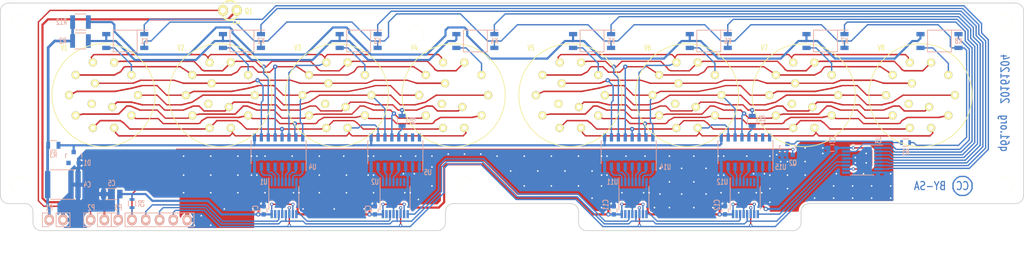
<source format=kicad_pcb>
(kicad_pcb (version 4) (host pcbnew 4.0.4-stable)
  (title_block (title "Divergence Meter Nixie Board") (date 2017-02-19) (rev 0.20161231) (company q61.org) (comment 4 "License: CC BY-SA 4.0 International"))
  (layers (0 F.Cu signal) (31 B.Cu signal) (34 B.Paste user hide) (35 F.Paste user hide) (36 B.SilkS user) (37 F.SilkS user) (38 B.Mask user) (39 F.Mask user) (44 Edge.Cuts user))
  (net 0 "")
  (net 1 +3V3)
  (net 2 GND)
  (net 3 HT)
  (net 4 "Net-(K1-Pad3)")
  (net 5 /A1)
  (net 6 /A2)
  (net 7 /A3)
  (net 8 /A4)
  (net 9 /A5)
  (net 10 /A6)
  (net 11 /A7)
  (net 12 /A8)
  (net 13 "Net-(P2-Pad1)")
  (net 14 /APWM)
  (net 15 /RCLK)
  (net 16 /SCLK)
  (net 17 /SDIN)
  (net 18 "Net-(R4-Pad1)")
  (net 19 /KDP)
  (net 20 "Net-(U1-Pad9)")
  (net 21 /KN0)
  (net 22 /KN1)
  (net 23 /KN2)
  (net 24 /KN3)
  (net 25 /KN4)
  (net 26 /KN5)
  (net 27 /KN6)
  (net 28 "Net-(U2-Pad15)")
  (net 29 /KN7)
  (net 30 /KN8)
  (net 31 /KN9)
  (net 32 /KNDP)
  (net 33 "Net-(U3-Pad9)")
  (net 34 /K0)
  (net 35 /K1)
  (net 36 /K2)
  (net 37 /K3)
  (net 38 /K4)
  (net 39 /K5)
  (net 40 /K6)
  (net 41 /K7)
  (net 42 /K8)
  (net 43 /K9)
  (net 44 "Net-(U5-Pad14)")
  (net 45 "Net-(U5-Pad15)")
  (net 46 "Net-(U5-Pad16)")
  (net 47 "Net-(V1-Pad14)")
  (net 48 "Net-(V2-Pad14)")
  (net 49 "Net-(V3-Pad14)")
  (net 50 "Net-(V4-Pad14)")
  (net 51 "Net-(V5-Pad14)")
  (net 52 "Net-(V6-Pad14)")
  (net 53 "Net-(V7-Pad14)")
  (net 54 "Net-(V8-Pad14)")
  (net 55 /AN1)
  (net 56 /AN2)
  (net 57 /AN3)
  (net 58 /AN4)
  (net 59 /AN5)
  (net 60 /AN6)
  (net 61 /AN7)
  (net 62 /AN8)
  (net 63 "Net-(U1-Pad15)")
  (net 64 "Net-(U2-Pad5)")
  (net 65 "Net-(U2-Pad6)")
  (net 66 "Net-(U2-Pad7)")
  (net 67 "Net-(Q2-Pad3)")
  (net 68 "Net-(R14-Pad1)")
  (net 69 /KDP1)
  (net 70 "Net-(U11-Pad14)")
  (net 71 "Net-(U12-Pad9)")
  (net 72 /KN10)
  (net 73 /KN11)
  (net 74 /KN12)
  (net 75 /KN13)
  (net 76 /KN14)
  (net 77 /KN15)
  (net 78 /KN16)
  (net 79 "Net-(U11-Pad9)")
  (net 80 "Net-(U11-Pad15)")
  (net 81 /KN17)
  (net 82 /KN18)
  (net 83 /KN19)
  (net 84 /KNDP1)
  (net 85 "Net-(U12-Pad5)")
  (net 86 "Net-(U12-Pad6)")
  (net 87 "Net-(U12-Pad7)")
  (net 88 "Net-(U12-Pad15)")
  (net 89 /K10)
  (net 90 /K11)
  (net 91 /K12)
  (net 92 /K13)
  (net 93 /K14)
  (net 94 /K15)
  (net 95 /K16)
  (net 96 /K17)
  (net 97 /K18)
  (net 98 /K19)
  (net 99 "Net-(U15-Pad14)")
  (net 100 "Net-(U15-Pad15)")
  (net 101 "Net-(U15-Pad16)")
  (net 102 /VPREBIAS)
  (net 103 /ACOM0)
  (net 104 /ACOM1)
  (module q61:NL-902 (layer F.Cu) (at 154 70)
    (fp_text reference V5 (at -7.25 -8.75) (layer F.SilkS) (effects (font (size 1 0.7))))
    (fp_text value NL-841)
    (pad 1 thru_hole circle (at 1.962 6.039) (size 1.5 1.5) (drill 0.8) (layers *.Cu *.Mask F.SilkS) (net 96 /K17))
    (pad 2 thru_hole circle (at 5.137 3.732) (size 1.5 1.5) (drill 0.8) (layers *.Cu *.Mask F.SilkS) (net 94 /K15))
    (pad 3 thru_hole circle (at 6.35 0) (size 1.5 1.5) (drill 0.8) (layers *.Cu *.Mask F.SilkS) (net 97 /K18))
    (pad 4 thru_hole circle (at 5.137 -3.732) (size 1.5 1.5) (drill 0.8) (layers *.Cu *.Mask F.SilkS) (net 9 /A5))
    (pad 5 thru_hole circle (at 1.962 -6.039) (size 1.5 1.5) (drill 0.8) (layers *.Cu *.Mask F.SilkS) (net 90 /K11))
    (pad 6 thru_hole circle (at -1.962 -6.039) (size 1.5 1.5) (drill 0.8) (layers *.Cu *.Mask F.SilkS) (net 93 /K14))
    (pad 7 thru_hole circle (at -5.137 -3.732) (size 1.5 1.5) (drill 0.8) (layers *.Cu *.Mask F.SilkS) (net 91 /K12))
    (pad 8 thru_hole circle (at -6.35 0) (size 1.5 1.5) (drill 0.8) (layers *.Cu *.Mask F.SilkS) (net 95 /K16))
    (pad 9 thru_hole circle (at -5.137 3.732) (size 1.5 1.5) (drill 0.8) (layers *.Cu *.Mask F.SilkS) (net 98 /K19))
    (pad 10 thru_hole circle (at -1.962 6.039) (size 1.5 1.5) (drill 0.8) (layers *.Cu *.Mask F.SilkS) (net 92 /K13))
    (pad 13 thru_hole circle (at -1.587 -2.184) (size 1.5 1.5) (drill 0.8) (layers *.Cu *.Mask F.SilkS) (net 89 /K10))
    (pad 14 thru_hole circle (at -2.184 1.587) (size 1.5 1.5) (drill 0.8) (layers *.Cu *.Mask F.SilkS) (net 51 "Net-(V5-Pad14)"))
    (pad 11 thru_hole circle (at 1.587 2.184) (size 1.5 1.5) (drill 0.8) (layers *.Cu *.Mask F.SilkS) (net 69 /KDP1))
  )
  (module q61:Optocoupler_SOP6_4 (layer B.Cu) (at 115 60 180)
    (fp_text reference K3 (at -3.5 0 180) (layer B.SilkS) (effects (font (size 1 0.7)) (justify mirror)))
    (fp_text value TLP188)
    (pad 3 smd rect (at -3.5 -1.27 180) (size 1.5 0.8) (layers B.Cu B.Paste B.Mask) (net 4 "Net-(K1-Pad3)"))
    (pad 1 smd rect (at -3.5 1.27 180) (size 1.5 0.8) (layers B.Cu B.Paste B.Mask) (net 57 /AN3))
    (pad 6 smd rect (at 3.5 1.27 180) (size 1.5 0.8) (layers B.Cu B.Paste B.Mask) (net 103 /ACOM0))
    (pad 4 smd rect (at 3.5 -1.27 180) (size 1.5 0.8) (layers B.Cu B.Paste B.Mask) (net 7 /A3))
  )
  (module q61:OptoTr_TH_3mm_Pitch2.54mm (layer F.Cu) (at 91.275 54.35 270)
    (fp_text reference Q1 (at 0.15 -3.475 360) (layer F.SilkS) (effects (font (size 1 0.7))))
    (fp_text value OptTr)
    (fp_text user E (at 2.25 -1.25 270) (layer F.SilkS) (effects (font (size 1.1 0.8))))
    (pad 1 thru_hole oval (at 0 -1.27 270) (size 2 1.8) (drill 1.016) (layers *.Cu *.Mask F.SilkS) (net 2 GND))
    (pad 3 thru_hole oval (at 0 1.27 270) (size 2 1.8) (drill 1.016) (layers *.Cu *.Mask F.SilkS) (net 13 "Net-(P2-Pad1)"))
  )
  (module Pin_Headers:Pin_Header_Straight_1x02 (layer B.Cu) (at 58 93 270)
    (fp_text reference P1 (at -2.25 0 360) (layer B.SilkS) (effects (font (size 1 0.7)) (justify mirror)))
    (fp_text value HV)
    (pad 1 thru_hole oval (at 0 0 270) (size 2.032 1.7272) (drill 1.016) (layers *.Cu *.Mask B.SilkS) (net 3 HT))
    (pad 2 thru_hole oval (at 0 -2.54 270) (size 2.032 1.7272) (drill 1.016) (layers *.Cu *.Mask B.SilkS) (net 2 GND))
  )
  (module Pin_Headers:Pin_Header_Straight_1x02 (layer B.Cu) (at 65.62 93 270)
    (fp_text reference P2 (at -2.25 -0.13 360) (layer B.SilkS) (effects (font (size 1 0.7)) (justify mirror)))
    (fp_text value Opto)
    (pad 1 thru_hole oval (at 0 0 270) (size 2.032 1.7272) (drill 1.016) (layers *.Cu *.Mask B.SilkS) (net 13 "Net-(P2-Pad1)"))
    (pad 2 thru_hole oval (at 0 -2.54 270) (size 2.032 1.7272) (drill 1.016) (layers *.Cu *.Mask B.SilkS) (net 2 GND))
  )
  (module Pin_Headers:Pin_Header_Straight_1x06 (layer B.Cu) (at 70.7 93 270)
    (fp_text reference P3 (at -2.25 -0.05 360) (layer B.SilkS) (effects (font (size 1 0.7)) (justify mirror)))
    (fp_text value Signal)
    (pad 1 thru_hole oval (at 0 0 270) (size 2.032 1.7272) (drill 1.016) (layers *.Cu *.Mask B.SilkS) (net 1 +3V3))
    (pad 2 thru_hole oval (at 0 -2.54 270) (size 2.032 1.7272) (drill 1.016) (layers *.Cu *.Mask B.SilkS) (net 14 /APWM))
    (pad 3 thru_hole oval (at 0 -5.08 270) (size 2.032 1.7272) (drill 1.016) (layers *.Cu *.Mask B.SilkS) (net 17 /SDIN))
    (pad 4 thru_hole oval (at 0 -7.62 270) (size 2.032 1.7272) (drill 1.016) (layers *.Cu *.Mask B.SilkS) (net 15 /RCLK))
    (pad 5 thru_hole oval (at 0 -10.16 270) (size 2.032 1.7272) (drill 1.016) (layers *.Cu *.Mask B.SilkS) (net 16 /SCLK))
    (pad 6 thru_hole oval (at 0 -12.7 270) (size 2.032 1.7272) (drill 1.016) (layers *.Cu *.Mask B.SilkS) (net 2 GND))
  )
  (module Mounting_Holes:MountingHole_3mm (layer F.Cu) (at 134.5 86.5)
    (fp_text reference REF** hide)
    (fp_text value MountingHole_3mm)
    (pad 1 np_thru_hole circle (at 0 0) (size 3 3) (drill 3) (layers *.Cu *.Mask F.SilkS))
  )
  (module q61:NL-902 (layer F.Cu) (at 68 70)
    (fp_text reference V1 (at -7.25 -8.75) (layer F.SilkS) (effects (font (size 1 0.7))))
    (fp_text value NL-841)
    (pad 1 thru_hole circle (at 1.962 6.039) (size 1.5 1.5) (drill 0.8) (layers *.Cu *.Mask F.SilkS) (net 41 /K7))
    (pad 2 thru_hole circle (at 5.137 3.732) (size 1.5 1.5) (drill 0.8) (layers *.Cu *.Mask F.SilkS) (net 39 /K5))
    (pad 3 thru_hole circle (at 6.35 0) (size 1.5 1.5) (drill 0.8) (layers *.Cu *.Mask F.SilkS) (net 42 /K8))
    (pad 4 thru_hole circle (at 5.137 -3.732) (size 1.5 1.5) (drill 0.8) (layers *.Cu *.Mask F.SilkS) (net 5 /A1))
    (pad 5 thru_hole circle (at 1.962 -6.039) (size 1.5 1.5) (drill 0.8) (layers *.Cu *.Mask F.SilkS) (net 35 /K1))
    (pad 6 thru_hole circle (at -1.962 -6.039) (size 1.5 1.5) (drill 0.8) (layers *.Cu *.Mask F.SilkS) (net 38 /K4))
    (pad 7 thru_hole circle (at -5.137 -3.732) (size 1.5 1.5) (drill 0.8) (layers *.Cu *.Mask F.SilkS) (net 36 /K2))
    (pad 8 thru_hole circle (at -6.35 0) (size 1.5 1.5) (drill 0.8) (layers *.Cu *.Mask F.SilkS) (net 40 /K6))
    (pad 9 thru_hole circle (at -5.137 3.732) (size 1.5 1.5) (drill 0.8) (layers *.Cu *.Mask F.SilkS) (net 43 /K9))
    (pad 10 thru_hole circle (at -1.962 6.039) (size 1.5 1.5) (drill 0.8) (layers *.Cu *.Mask F.SilkS) (net 37 /K3))
    (pad 13 thru_hole circle (at -1.587 -2.184) (size 1.5 1.5) (drill 0.8) (layers *.Cu *.Mask F.SilkS) (net 34 /K0))
    (pad 14 thru_hole circle (at -2.184 1.587) (size 1.5 1.5) (drill 0.8) (layers *.Cu *.Mask F.SilkS) (net 47 "Net-(V1-Pad14)"))
    (pad 11 thru_hole circle (at 1.587 2.184) (size 1.5 1.5) (drill 0.8) (layers *.Cu *.Mask F.SilkS) (net 19 /KDP))
  )
  (module Mounting_Holes:MountingHole_3mm (layer F.Cu) (at 125.5 58.75)
    (fp_text reference REF** hide)
    (fp_text value MountingHole_3mm)
    (pad 1 np_thru_hole circle (at 0 0) (size 3 3) (drill 3) (layers *.Cu *.Mask F.SilkS))
  )
  (module Mounting_Holes:MountingHole_3mm (layer F.Cu) (at 234 86.5)
    (fp_text reference REF** hide)
    (fp_text value MountingHole_3mm)
    (pad 1 np_thru_hole circle (at 0 0) (size 3 3) (drill 3) (layers *.Cu *.Mask F.SilkS))
  )
  (module Mounting_Holes:MountingHole_3mm (layer F.Cu) (at 52.5 86.5)
    (fp_text reference REF** hide)
    (fp_text value MountingHole_3mm)
    (pad 1 np_thru_hole circle (at 0 0) (size 3 3) (drill 3) (layers *.Cu *.Mask F.SilkS))
  )
  (module Mounting_Holes:MountingHole_3mm (layer F.Cu) (at 52.5 56.5)
    (fp_text reference REF** hide)
    (fp_text value MountingHole_3mm)
    (pad 1 np_thru_hole circle (at 0 0) (size 3 3) (drill 3) (layers *.Cu *.Mask F.SilkS))
  )
  (module q61:NL-902 (layer F.Cu) (at 89.5 70)
    (fp_text reference V2 (at -7.25 -8.75) (layer F.SilkS) (effects (font (size 1 0.7))))
    (fp_text value NL-841)
    (pad 1 thru_hole circle (at 1.962 6.039) (size 1.5 1.5) (drill 0.8) (layers *.Cu *.Mask F.SilkS) (net 41 /K7))
    (pad 2 thru_hole circle (at 5.137 3.732) (size 1.5 1.5) (drill 0.8) (layers *.Cu *.Mask F.SilkS) (net 39 /K5))
    (pad 3 thru_hole circle (at 6.35 0) (size 1.5 1.5) (drill 0.8) (layers *.Cu *.Mask F.SilkS) (net 42 /K8))
    (pad 4 thru_hole circle (at 5.137 -3.732) (size 1.5 1.5) (drill 0.8) (layers *.Cu *.Mask F.SilkS) (net 6 /A2))
    (pad 5 thru_hole circle (at 1.962 -6.039) (size 1.5 1.5) (drill 0.8) (layers *.Cu *.Mask F.SilkS) (net 35 /K1))
    (pad 6 thru_hole circle (at -1.962 -6.039) (size 1.5 1.5) (drill 0.8) (layers *.Cu *.Mask F.SilkS) (net 38 /K4))
    (pad 7 thru_hole circle (at -5.137 -3.732) (size 1.5 1.5) (drill 0.8) (layers *.Cu *.Mask F.SilkS) (net 36 /K2))
    (pad 8 thru_hole circle (at -6.35 0) (size 1.5 1.5) (drill 0.8) (layers *.Cu *.Mask F.SilkS) (net 40 /K6))
    (pad 9 thru_hole circle (at -5.137 3.732) (size 1.5 1.5) (drill 0.8) (layers *.Cu *.Mask F.SilkS) (net 43 /K9))
    (pad 10 thru_hole circle (at -1.962 6.039) (size 1.5 1.5) (drill 0.8) (layers *.Cu *.Mask F.SilkS) (net 37 /K3))
    (pad 13 thru_hole circle (at -1.587 -2.184) (size 1.5 1.5) (drill 0.8) (layers *.Cu *.Mask F.SilkS) (net 34 /K0))
    (pad 14 thru_hole circle (at -2.184 1.587) (size 1.5 1.5) (drill 0.8) (layers *.Cu *.Mask F.SilkS) (net 48 "Net-(V2-Pad14)"))
    (pad 11 thru_hole circle (at 1.587 2.184) (size 1.5 1.5) (drill 0.8) (layers *.Cu *.Mask F.SilkS) (net 19 /KDP))
  )
  (module Capacitors_SMD:C_0603 (layer B.Cu) (at 97.5 91.25 90)
    (fp_text reference C1 (at 0.25 -1.5 90) (layer B.SilkS) (effects (font (size 1 0.7)) (justify mirror)))
    (fp_text value 0.1u)
    (pad 1 smd rect (at -0.75 0 90) (size 0.8 0.75) (layers B.Cu B.Paste B.Mask) (net 1 +3V3))
    (pad 2 smd rect (at 0.75 0 90) (size 0.8 0.75) (layers B.Cu B.Paste B.Mask) (net 2 GND))
  )
  (module Capacitors_SMD:C_0603 (layer B.Cu) (at 118 91.25 90)
    (fp_text reference C2 (at 0.25 -1.25 90) (layer B.SilkS) (effects (font (size 1 0.7)) (justify mirror)))
    (fp_text value 0.1u)
    (pad 1 smd rect (at -0.75 0 90) (size 0.8 0.75) (layers B.Cu B.Paste B.Mask) (net 1 +3V3))
    (pad 2 smd rect (at 0.75 0 90) (size 0.8 0.75) (layers B.Cu B.Paste B.Mask) (net 2 GND))
  )
  (module Capacitors_SMD:C_0603 (layer B.Cu) (at 202.25 79.75 180)
    (fp_text reference C3 (at 0 1.5 180) (layer B.SilkS) (effects (font (size 1 0.7)) (justify mirror)))
    (fp_text value 0.1u)
    (pad 1 smd rect (at -0.75 0 180) (size 0.8 0.75) (layers B.Cu B.Paste B.Mask) (net 1 +3V3))
    (pad 2 smd rect (at 0.75 0 180) (size 0.8 0.75) (layers B.Cu B.Paste B.Mask) (net 2 GND))
  )
  (module Capacitors_SMD:C_2220 (layer B.Cu) (at 60.5 86.5)
    (fp_text reference C4 (at 4.5 0) (layer B.SilkS) (effects (font (size 1 0.7)) (justify mirror)))
    (fp_text value 1u250V)
    (pad 1 smd rect (at -2.8 0) (size 1 5) (layers B.Cu B.Paste B.Mask) (net 3 HT))
    (pad 2 smd rect (at 2.8 0) (size 1 5) (layers B.Cu B.Paste B.Mask) (net 2 GND))
  )
  (module TO_SOT_Packages_SMD:SOT-23 (layer B.Cu) (at 62.5 81.5 180)
    (fp_text reference D1 (at -2.5 -1 180) (layer B.SilkS) (effects (font (size 1 0.7)) (justify mirror)))
    (fp_text value 75V_SOT23)
    (pad 1 smd rect (at -0.95 -1.00076 180) (size 0.8001 0.8001) (layers B.Cu B.Paste B.Mask) (net 2 GND))
    (pad 2 smd rect (at 0.95 -1.00076 180) (size 0.8001 0.8001) (layers B.Cu B.Paste B.Mask))
    (pad 3 smd rect (at 0 0.99822 180) (size 0.8001 0.8001) (layers B.Cu B.Paste B.Mask) (net 102 /VPREBIAS))
  )
  (module q61:Optocoupler_SOP6_4 (layer B.Cu) (at 72 60 180)
    (fp_text reference K1 (at -3.5 0 180) (layer B.SilkS) (effects (font (size 1 0.7)) (justify mirror)))
    (fp_text value TLP188)
    (pad 3 smd rect (at -3.5 -1.27 180) (size 1.5 0.8) (layers B.Cu B.Paste B.Mask) (net 4 "Net-(K1-Pad3)"))
    (pad 1 smd rect (at -3.5 1.27 180) (size 1.5 0.8) (layers B.Cu B.Paste B.Mask) (net 55 /AN1))
    (pad 6 smd rect (at 3.5 1.27 180) (size 1.5 0.8) (layers B.Cu B.Paste B.Mask) (net 103 /ACOM0))
    (pad 4 smd rect (at 3.5 -1.27 180) (size 1.5 0.8) (layers B.Cu B.Paste B.Mask) (net 5 /A1))
  )
  (module q61:Optocoupler_SOP6_4 (layer B.Cu) (at 93.5 60 180)
    (fp_text reference K2 (at -3.5 0 180) (layer B.SilkS) (effects (font (size 1 0.7)) (justify mirror)))
    (fp_text value TLP188)
    (pad 3 smd rect (at -3.5 -1.27 180) (size 1.5 0.8) (layers B.Cu B.Paste B.Mask) (net 4 "Net-(K1-Pad3)"))
    (pad 1 smd rect (at -3.5 1.27 180) (size 1.5 0.8) (layers B.Cu B.Paste B.Mask) (net 56 /AN2))
    (pad 6 smd rect (at 3.5 1.27 180) (size 1.5 0.8) (layers B.Cu B.Paste B.Mask) (net 103 /ACOM0))
    (pad 4 smd rect (at 3.5 -1.27 180) (size 1.5 0.8) (layers B.Cu B.Paste B.Mask) (net 6 /A2))
  )
  (module q61:Optocoupler_SOP6_4 (layer B.Cu) (at 136.5 60 180)
    (fp_text reference K4 (at -3.5 0 180) (layer B.SilkS) (effects (font (size 1 0.7)) (justify mirror)))
    (fp_text value TLP188)
    (pad 3 smd rect (at -3.5 -1.27 180) (size 1.5 0.8) (layers B.Cu B.Paste B.Mask) (net 4 "Net-(K1-Pad3)"))
    (pad 1 smd rect (at -3.5 1.27 180) (size 1.5 0.8) (layers B.Cu B.Paste B.Mask) (net 58 /AN4))
    (pad 6 smd rect (at 3.5 1.27 180) (size 1.5 0.8) (layers B.Cu B.Paste B.Mask) (net 103 /ACOM0))
    (pad 4 smd rect (at 3.5 -1.27 180) (size 1.5 0.8) (layers B.Cu B.Paste B.Mask) (net 8 /A4))
  )
  (module q61:Optocoupler_SOP6_4 (layer B.Cu) (at 158 60 180)
    (fp_text reference K5 (at -3.5 0 180) (layer B.SilkS) (effects (font (size 1 0.7)) (justify mirror)))
    (fp_text value TLP188)
    (pad 3 smd rect (at -3.5 -1.27 180) (size 1.5 0.8) (layers B.Cu B.Paste B.Mask) (net 4 "Net-(K1-Pad3)"))
    (pad 1 smd rect (at -3.5 1.27 180) (size 1.5 0.8) (layers B.Cu B.Paste B.Mask) (net 59 /AN5))
    (pad 6 smd rect (at 3.5 1.27 180) (size 1.5 0.8) (layers B.Cu B.Paste B.Mask) (net 104 /ACOM1))
    (pad 4 smd rect (at 3.5 -1.27 180) (size 1.5 0.8) (layers B.Cu B.Paste B.Mask) (net 9 /A5))
  )
  (module q61:Optocoupler_SOP6_4 (layer B.Cu) (at 179.5 60 180)
    (fp_text reference K6 (at -3.5 0 180) (layer B.SilkS) (effects (font (size 1 0.7)) (justify mirror)))
    (fp_text value TLP188)
    (pad 3 smd rect (at -3.5 -1.27 180) (size 1.5 0.8) (layers B.Cu B.Paste B.Mask) (net 4 "Net-(K1-Pad3)"))
    (pad 1 smd rect (at -3.5 1.27 180) (size 1.5 0.8) (layers B.Cu B.Paste B.Mask) (net 60 /AN6))
    (pad 6 smd rect (at 3.5 1.27 180) (size 1.5 0.8) (layers B.Cu B.Paste B.Mask) (net 104 /ACOM1))
    (pad 4 smd rect (at 3.5 -1.27 180) (size 1.5 0.8) (layers B.Cu B.Paste B.Mask) (net 10 /A6))
  )
  (module q61:Optocoupler_SOP6_4 (layer B.Cu) (at 201 60 180)
    (fp_text reference K7 (at -3.5 0 180) (layer B.SilkS) (effects (font (size 1 0.7)) (justify mirror)))
    (fp_text value TLP188)
    (pad 3 smd rect (at -3.5 -1.27 180) (size 1.5 0.8) (layers B.Cu B.Paste B.Mask) (net 4 "Net-(K1-Pad3)"))
    (pad 1 smd rect (at -3.5 1.27 180) (size 1.5 0.8) (layers B.Cu B.Paste B.Mask) (net 61 /AN7))
    (pad 6 smd rect (at 3.5 1.27 180) (size 1.5 0.8) (layers B.Cu B.Paste B.Mask) (net 104 /ACOM1))
    (pad 4 smd rect (at 3.5 -1.27 180) (size 1.5 0.8) (layers B.Cu B.Paste B.Mask) (net 11 /A7))
  )
  (module q61:Optocoupler_SOP6_4 (layer B.Cu) (at 222 60 180)
    (fp_text reference K8 (at -3.5 0 180) (layer B.SilkS) (effects (font (size 1 0.7)) (justify mirror)))
    (fp_text value TLP188)
    (pad 3 smd rect (at -3.5 -1.27 180) (size 1.5 0.8) (layers B.Cu B.Paste B.Mask) (net 4 "Net-(K1-Pad3)"))
    (pad 1 smd rect (at -3.5 1.27 180) (size 1.5 0.8) (layers B.Cu B.Paste B.Mask) (net 62 /AN8))
    (pad 6 smd rect (at 3.5 1.27 180) (size 1.5 0.8) (layers B.Cu B.Paste B.Mask) (net 104 /ACOM1))
    (pad 4 smd rect (at 3.5 -1.27 180) (size 1.5 0.8) (layers B.Cu B.Paste B.Mask) (net 12 /A8))
  )
  (module Resistors_SMD:R_0603 (layer B.Cu) (at 215.75 78.75)
    (fp_text reference R1 (at 0 1.75) (layer B.SilkS) (effects (font (size 1 0.7)) (justify mirror)))
    (fp_text value 470)
    (pad 1 smd rect (at -0.75 0) (size 0.5 0.9) (layers B.Cu B.Paste B.Mask) (net 67 "Net-(Q2-Pad3)"))
    (pad 2 smd rect (at 0.75 0) (size 0.5 0.9) (layers B.Cu B.Paste B.Mask) (net 4 "Net-(K1-Pad3)"))
  )
  (module Resistors_SMD:R_1210 (layer B.Cu) (at 63.75 60)
    (fp_text reference R2 (at -3.25 0) (layer B.SilkS) (effects (font (size 1 0.7)) (justify mirror)))
    (fp_text value 3.3k)
    (pad 1 smd rect (at -1.45 0) (size 0.9 2.5) (layers B.Cu B.Paste B.Mask) (net 3 HT))
    (pad 2 smd rect (at 1.45 0) (size 0.9 2.5) (layers B.Cu B.Paste B.Mask) (net 103 /ACOM0))
  )
  (module Resistors_SMD:R_0805 (layer B.Cu) (at 58.75 79.25)
    (fp_text reference R3 (at 0 1.75) (layer B.SilkS) (effects (font (size 1 0.7)) (justify mirror)))
    (fp_text value 220k)
    (pad 1 smd rect (at -0.95 0) (size 0.7 1.3) (layers B.Cu B.Paste B.Mask) (net 3 HT))
    (pad 2 smd rect (at 0.95 0) (size 0.7 1.3) (layers B.Cu B.Paste B.Mask) (net 102 /VPREBIAS))
  )
  (module Resistors_SMD:R_0805 (layer B.Cu) (at 123 74.75 90)
    (fp_text reference R4 (at 0 2 90) (layer B.SilkS) (effects (font (size 1 0.7)) (justify mirror)))
    (fp_text value 47k)
    (pad 1 smd rect (at -0.95 0 90) (size 0.7 1.3) (layers B.Cu B.Paste B.Mask) (net 18 "Net-(R4-Pad1)"))
    (pad 2 smd rect (at 0.95 0 90) (size 0.7 1.3) (layers B.Cu B.Paste B.Mask) (net 19 /KDP))
  )
  (module Housings_SSOP:TSSOP-16_4.4x5mm_Pitch0.65mm (layer B.Cu) (at 101.25 89 270)
    (fp_text reference U1 (at -3 3.75 360) (layer B.SilkS) (effects (font (size 1 0.7)) (justify mirror)))
    (fp_text value 74HC595)
    (pad 1 smd rect (at -2.95 2.275 270) (size 1.5 0.45) (layers B.Cu B.Paste B.Mask) (net 21 /KN0))
    (pad 2 smd rect (at -2.95 1.625 270) (size 1.5 0.45) (layers B.Cu B.Paste B.Mask) (net 22 /KN1))
    (pad 3 smd rect (at -2.95 0.975 270) (size 1.5 0.45) (layers B.Cu B.Paste B.Mask) (net 23 /KN2))
    (pad 4 smd rect (at -2.95 0.325 270) (size 1.5 0.45) (layers B.Cu B.Paste B.Mask) (net 24 /KN3))
    (pad 5 smd rect (at -2.95 -0.325 270) (size 1.5 0.45) (layers B.Cu B.Paste B.Mask) (net 25 /KN4))
    (pad 6 smd rect (at -2.95 -0.975 270) (size 1.5 0.45) (layers B.Cu B.Paste B.Mask) (net 26 /KN5))
    (pad 7 smd rect (at -2.95 -1.625 270) (size 1.5 0.45) (layers B.Cu B.Paste B.Mask) (net 27 /KN6))
    (pad 8 smd rect (at -2.95 -2.275 270) (size 1.5 0.45) (layers B.Cu B.Paste B.Mask) (net 2 GND))
    (pad 9 smd rect (at 2.95 -2.275 270) (size 1.5 0.45) (layers B.Cu B.Paste B.Mask) (net 20 "Net-(U1-Pad9)"))
    (pad 10 smd rect (at 2.95 -1.625 270) (size 1.5 0.45) (layers B.Cu B.Paste B.Mask) (net 1 +3V3))
    (pad 11 smd rect (at 2.95 -0.975 270) (size 1.5 0.45) (layers B.Cu B.Paste B.Mask) (net 16 /SCLK))
    (pad 12 smd rect (at 2.95 -0.325 270) (size 1.5 0.45) (layers B.Cu B.Paste B.Mask) (net 15 /RCLK))
    (pad 13 smd rect (at 2.95 0.325 270) (size 1.5 0.45) (layers B.Cu B.Paste B.Mask) (net 2 GND))
    (pad 14 smd rect (at 2.95 0.975 270) (size 1.5 0.45) (layers B.Cu B.Paste B.Mask) (net 17 /SDIN))
    (pad 15 smd rect (at 2.95 1.625 270) (size 1.5 0.45) (layers B.Cu B.Paste B.Mask) (net 63 "Net-(U1-Pad15)"))
    (pad 16 smd rect (at 2.95 2.275 270) (size 1.5 0.45) (layers B.Cu B.Paste B.Mask) (net 1 +3V3))
  )
  (module Housings_SSOP:TSSOP-16_4.4x5mm_Pitch0.65mm (layer B.Cu) (at 121.75 89 270)
    (fp_text reference U2 (at -3 3.75 360) (layer B.SilkS) (effects (font (size 1 0.7)) (justify mirror)))
    (fp_text value 74HC595)
    (pad 1 smd rect (at -2.95 2.275 270) (size 1.5 0.45) (layers B.Cu B.Paste B.Mask) (net 29 /KN7))
    (pad 2 smd rect (at -2.95 1.625 270) (size 1.5 0.45) (layers B.Cu B.Paste B.Mask) (net 30 /KN8))
    (pad 3 smd rect (at -2.95 0.975 270) (size 1.5 0.45) (layers B.Cu B.Paste B.Mask) (net 31 /KN9))
    (pad 4 smd rect (at -2.95 0.325 270) (size 1.5 0.45) (layers B.Cu B.Paste B.Mask) (net 32 /KNDP))
    (pad 5 smd rect (at -2.95 -0.325 270) (size 1.5 0.45) (layers B.Cu B.Paste B.Mask) (net 64 "Net-(U2-Pad5)"))
    (pad 6 smd rect (at -2.95 -0.975 270) (size 1.5 0.45) (layers B.Cu B.Paste B.Mask) (net 65 "Net-(U2-Pad6)"))
    (pad 7 smd rect (at -2.95 -1.625 270) (size 1.5 0.45) (layers B.Cu B.Paste B.Mask) (net 66 "Net-(U2-Pad7)"))
    (pad 8 smd rect (at -2.95 -2.275 270) (size 1.5 0.45) (layers B.Cu B.Paste B.Mask) (net 2 GND))
    (pad 9 smd rect (at 2.95 -2.275 270) (size 1.5 0.45) (layers B.Cu B.Paste B.Mask) (net 70 "Net-(U11-Pad14)"))
    (pad 10 smd rect (at 2.95 -1.625 270) (size 1.5 0.45) (layers B.Cu B.Paste B.Mask) (net 1 +3V3))
    (pad 11 smd rect (at 2.95 -0.975 270) (size 1.5 0.45) (layers B.Cu B.Paste B.Mask) (net 16 /SCLK))
    (pad 12 smd rect (at 2.95 -0.325 270) (size 1.5 0.45) (layers B.Cu B.Paste B.Mask) (net 15 /RCLK))
    (pad 13 smd rect (at 2.95 0.325 270) (size 1.5 0.45) (layers B.Cu B.Paste B.Mask) (net 2 GND))
    (pad 14 smd rect (at 2.95 0.975 270) (size 1.5 0.45) (layers B.Cu B.Paste B.Mask) (net 20 "Net-(U1-Pad9)"))
    (pad 15 smd rect (at 2.95 1.625 270) (size 1.5 0.45) (layers B.Cu B.Paste B.Mask) (net 28 "Net-(U2-Pad15)"))
    (pad 16 smd rect (at 2.95 2.275 270) (size 1.5 0.45) (layers B.Cu B.Paste B.Mask) (net 1 +3V3))
  )
  (module Housings_SSOP:TSSOP-16_4.4x5mm_Pitch0.65mm (layer B.Cu) (at 207.75 82 180)
    (fp_text reference U3 (at -3 3.75 270) (layer B.SilkS) (effects (font (size 1 0.7)) (justify mirror)))
    (fp_text value 74HC595)
    (pad 1 smd rect (at -2.95 2.275 180) (size 1.5 0.45) (layers B.Cu B.Paste B.Mask) (net 61 /AN7))
    (pad 2 smd rect (at -2.95 1.625 180) (size 1.5 0.45) (layers B.Cu B.Paste B.Mask) (net 60 /AN6))
    (pad 3 smd rect (at -2.95 0.975 180) (size 1.5 0.45) (layers B.Cu B.Paste B.Mask) (net 59 /AN5))
    (pad 4 smd rect (at -2.95 0.325 180) (size 1.5 0.45) (layers B.Cu B.Paste B.Mask) (net 58 /AN4))
    (pad 5 smd rect (at -2.95 -0.325 180) (size 1.5 0.45) (layers B.Cu B.Paste B.Mask) (net 57 /AN3))
    (pad 6 smd rect (at -2.95 -0.975 180) (size 1.5 0.45) (layers B.Cu B.Paste B.Mask) (net 56 /AN2))
    (pad 7 smd rect (at -2.95 -1.625 180) (size 1.5 0.45) (layers B.Cu B.Paste B.Mask) (net 55 /AN1))
    (pad 8 smd rect (at -2.95 -2.275 180) (size 1.5 0.45) (layers B.Cu B.Paste B.Mask) (net 2 GND))
    (pad 9 smd rect (at 2.95 -2.275 180) (size 1.5 0.45) (layers B.Cu B.Paste B.Mask) (net 33 "Net-(U3-Pad9)"))
    (pad 10 smd rect (at 2.95 -1.625 180) (size 1.5 0.45) (layers B.Cu B.Paste B.Mask) (net 1 +3V3))
    (pad 11 smd rect (at 2.95 -0.975 180) (size 1.5 0.45) (layers B.Cu B.Paste B.Mask) (net 16 /SCLK))
    (pad 12 smd rect (at 2.95 -0.325 180) (size 1.5 0.45) (layers B.Cu B.Paste B.Mask) (net 15 /RCLK))
    (pad 13 smd rect (at 2.95 0.325 180) (size 1.5 0.45) (layers B.Cu B.Paste B.Mask) (net 2 GND))
    (pad 14 smd rect (at 2.95 0.975 180) (size 1.5 0.45) (layers B.Cu B.Paste B.Mask) (net 71 "Net-(U12-Pad9)"))
    (pad 15 smd rect (at 2.95 1.625 180) (size 1.5 0.45) (layers B.Cu B.Paste B.Mask) (net 62 /AN8))
    (pad 16 smd rect (at 2.95 2.275 180) (size 1.5 0.45) (layers B.Cu B.Paste B.Mask) (net 1 +3V3))
  )
  (module Housings_SOIC:SOIC-16_3.9x9.9mm_Pitch1.27mm (layer B.Cu) (at 100.25 80.5 90)
    (fp_text reference U4 (at -2.75 6.25 180) (layer B.SilkS) (effects (font (size 1 0.7)) (justify mirror)))
    (fp_text value SN75468)
    (pad 1 smd rect (at -2.7 4.445 90) (size 1.5 0.6) (layers B.Cu B.Paste B.Mask) (net 27 /KN6))
    (pad 2 smd rect (at -2.7 3.175 90) (size 1.5 0.6) (layers B.Cu B.Paste B.Mask) (net 26 /KN5))
    (pad 3 smd rect (at -2.7 1.905 90) (size 1.5 0.6) (layers B.Cu B.Paste B.Mask) (net 25 /KN4))
    (pad 4 smd rect (at -2.7 0.635 90) (size 1.5 0.6) (layers B.Cu B.Paste B.Mask) (net 24 /KN3))
    (pad 5 smd rect (at -2.7 -0.635 90) (size 1.5 0.6) (layers B.Cu B.Paste B.Mask) (net 23 /KN2))
    (pad 6 smd rect (at -2.7 -1.905 90) (size 1.5 0.6) (layers B.Cu B.Paste B.Mask) (net 22 /KN1))
    (pad 7 smd rect (at -2.7 -3.175 90) (size 1.5 0.6) (layers B.Cu B.Paste B.Mask) (net 21 /KN0))
    (pad 8 smd rect (at -2.7 -4.445 90) (size 1.5 0.6) (layers B.Cu B.Paste B.Mask) (net 2 GND))
    (pad 9 smd rect (at 2.7 -4.445 90) (size 1.5 0.6) (layers B.Cu B.Paste B.Mask) (net 102 /VPREBIAS))
    (pad 10 smd rect (at 2.7 -3.175 90) (size 1.5 0.6) (layers B.Cu B.Paste B.Mask) (net 34 /K0))
    (pad 11 smd rect (at 2.7 -1.905 90) (size 1.5 0.6) (layers B.Cu B.Paste B.Mask) (net 35 /K1))
    (pad 12 smd rect (at 2.7 -0.635 90) (size 1.5 0.6) (layers B.Cu B.Paste B.Mask) (net 36 /K2))
    (pad 13 smd rect (at 2.7 0.635 90) (size 1.5 0.6) (layers B.Cu B.Paste B.Mask) (net 37 /K3))
    (pad 14 smd rect (at 2.7 1.905 90) (size 1.5 0.6) (layers B.Cu B.Paste B.Mask) (net 38 /K4))
    (pad 15 smd rect (at 2.7 3.175 90) (size 1.5 0.6) (layers B.Cu B.Paste B.Mask) (net 39 /K5))
    (pad 16 smd rect (at 2.7 4.445 90) (size 1.5 0.6) (layers B.Cu B.Paste B.Mask) (net 40 /K6))
  )
  (module Housings_SOIC:SOIC-16_3.9x9.9mm_Pitch1.27mm (layer B.Cu) (at 121.75 80.5 90)
    (fp_text reference U5 (at -3.75 6 180) (layer B.SilkS) (effects (font (size 1 0.7)) (justify mirror)))
    (fp_text value SN75468)
    (pad 1 smd rect (at -2.7 4.445 90) (size 1.5 0.6) (layers B.Cu B.Paste B.Mask) (net 2 GND))
    (pad 2 smd rect (at -2.7 3.175 90) (size 1.5 0.6) (layers B.Cu B.Paste B.Mask) (net 2 GND))
    (pad 3 smd rect (at -2.7 1.905 90) (size 1.5 0.6) (layers B.Cu B.Paste B.Mask) (net 2 GND))
    (pad 4 smd rect (at -2.7 0.635 90) (size 1.5 0.6) (layers B.Cu B.Paste B.Mask) (net 32 /KNDP))
    (pad 5 smd rect (at -2.7 -0.635 90) (size 1.5 0.6) (layers B.Cu B.Paste B.Mask) (net 31 /KN9))
    (pad 6 smd rect (at -2.7 -1.905 90) (size 1.5 0.6) (layers B.Cu B.Paste B.Mask) (net 30 /KN8))
    (pad 7 smd rect (at -2.7 -3.175 90) (size 1.5 0.6) (layers B.Cu B.Paste B.Mask) (net 29 /KN7))
    (pad 8 smd rect (at -2.7 -4.445 90) (size 1.5 0.6) (layers B.Cu B.Paste B.Mask) (net 2 GND))
    (pad 9 smd rect (at 2.7 -4.445 90) (size 1.5 0.6) (layers B.Cu B.Paste B.Mask) (net 102 /VPREBIAS))
    (pad 10 smd rect (at 2.7 -3.175 90) (size 1.5 0.6) (layers B.Cu B.Paste B.Mask) (net 41 /K7))
    (pad 11 smd rect (at 2.7 -1.905 90) (size 1.5 0.6) (layers B.Cu B.Paste B.Mask) (net 42 /K8))
    (pad 12 smd rect (at 2.7 -0.635 90) (size 1.5 0.6) (layers B.Cu B.Paste B.Mask) (net 43 /K9))
    (pad 13 smd rect (at 2.7 0.635 90) (size 1.5 0.6) (layers B.Cu B.Paste B.Mask) (net 18 "Net-(R4-Pad1)"))
    (pad 14 smd rect (at 2.7 1.905 90) (size 1.5 0.6) (layers B.Cu B.Paste B.Mask) (net 44 "Net-(U5-Pad14)"))
    (pad 15 smd rect (at 2.7 3.175 90) (size 1.5 0.6) (layers B.Cu B.Paste B.Mask) (net 45 "Net-(U5-Pad15)"))
    (pad 16 smd rect (at 2.7 4.445 90) (size 1.5 0.6) (layers B.Cu B.Paste B.Mask) (net 46 "Net-(U5-Pad16)"))
  )
  (module q61:NL-902 (layer F.Cu) (at 218.5 70)
    (fp_text reference V8 (at -7.25 -8.75) (layer F.SilkS) (effects (font (size 1 0.7))))
    (fp_text value NL-841)
    (pad 1 thru_hole circle (at 1.962 6.039) (size 1.5 1.5) (drill 0.8) (layers *.Cu *.Mask F.SilkS) (net 96 /K17))
    (pad 2 thru_hole circle (at 5.137 3.732) (size 1.5 1.5) (drill 0.8) (layers *.Cu *.Mask F.SilkS) (net 94 /K15))
    (pad 3 thru_hole circle (at 6.35 0) (size 1.5 1.5) (drill 0.8) (layers *.Cu *.Mask F.SilkS) (net 97 /K18))
    (pad 4 thru_hole circle (at 5.137 -3.732) (size 1.5 1.5) (drill 0.8) (layers *.Cu *.Mask F.SilkS) (net 12 /A8))
    (pad 5 thru_hole circle (at 1.962 -6.039) (size 1.5 1.5) (drill 0.8) (layers *.Cu *.Mask F.SilkS) (net 90 /K11))
    (pad 6 thru_hole circle (at -1.962 -6.039) (size 1.5 1.5) (drill 0.8) (layers *.Cu *.Mask F.SilkS) (net 93 /K14))
    (pad 7 thru_hole circle (at -5.137 -3.732) (size 1.5 1.5) (drill 0.8) (layers *.Cu *.Mask F.SilkS) (net 91 /K12))
    (pad 8 thru_hole circle (at -6.35 0) (size 1.5 1.5) (drill 0.8) (layers *.Cu *.Mask F.SilkS) (net 95 /K16))
    (pad 9 thru_hole circle (at -5.137 3.732) (size 1.5 1.5) (drill 0.8) (layers *.Cu *.Mask F.SilkS) (net 98 /K19))
    (pad 10 thru_hole circle (at -1.962 6.039) (size 1.5 1.5) (drill 0.8) (layers *.Cu *.Mask F.SilkS) (net 92 /K13))
    (pad 13 thru_hole circle (at -1.587 -2.184) (size 1.5 1.5) (drill 0.8) (layers *.Cu *.Mask F.SilkS) (net 89 /K10))
    (pad 14 thru_hole circle (at -2.184 1.587) (size 1.5 1.5) (drill 0.8) (layers *.Cu *.Mask F.SilkS) (net 54 "Net-(V8-Pad14)"))
    (pad 11 thru_hole circle (at 1.587 2.184) (size 1.5 1.5) (drill 0.8) (layers *.Cu *.Mask F.SilkS) (net 69 /KDP1))
  )
  (module q61:NL-902 (layer F.Cu) (at 197 70)
    (fp_text reference V7 (at -7.25 -8.75) (layer F.SilkS) (effects (font (size 1 0.7))))
    (fp_text value NL-841)
    (pad 1 thru_hole circle (at 1.962 6.039) (size 1.5 1.5) (drill 0.8) (layers *.Cu *.Mask F.SilkS) (net 96 /K17))
    (pad 2 thru_hole circle (at 5.137 3.732) (size 1.5 1.5) (drill 0.8) (layers *.Cu *.Mask F.SilkS) (net 94 /K15))
    (pad 3 thru_hole circle (at 6.35 0) (size 1.5 1.5) (drill 0.8) (layers *.Cu *.Mask F.SilkS) (net 97 /K18))
    (pad 4 thru_hole circle (at 5.137 -3.732) (size 1.5 1.5) (drill 0.8) (layers *.Cu *.Mask F.SilkS) (net 11 /A7))
    (pad 5 thru_hole circle (at 1.962 -6.039) (size 1.5 1.5) (drill 0.8) (layers *.Cu *.Mask F.SilkS) (net 90 /K11))
    (pad 6 thru_hole circle (at -1.962 -6.039) (size 1.5 1.5) (drill 0.8) (layers *.Cu *.Mask F.SilkS) (net 93 /K14))
    (pad 7 thru_hole circle (at -5.137 -3.732) (size 1.5 1.5) (drill 0.8) (layers *.Cu *.Mask F.SilkS) (net 91 /K12))
    (pad 8 thru_hole circle (at -6.35 0) (size 1.5 1.5) (drill 0.8) (layers *.Cu *.Mask F.SilkS) (net 95 /K16))
    (pad 9 thru_hole circle (at -5.137 3.732) (size 1.5 1.5) (drill 0.8) (layers *.Cu *.Mask F.SilkS) (net 98 /K19))
    (pad 10 thru_hole circle (at -1.962 6.039) (size 1.5 1.5) (drill 0.8) (layers *.Cu *.Mask F.SilkS) (net 92 /K13))
    (pad 13 thru_hole circle (at -1.587 -2.184) (size 1.5 1.5) (drill 0.8) (layers *.Cu *.Mask F.SilkS) (net 89 /K10))
    (pad 14 thru_hole circle (at -2.184 1.587) (size 1.5 1.5) (drill 0.8) (layers *.Cu *.Mask F.SilkS) (net 53 "Net-(V7-Pad14)"))
    (pad 11 thru_hole circle (at 1.587 2.184) (size 1.5 1.5) (drill 0.8) (layers *.Cu *.Mask F.SilkS) (net 69 /KDP1))
  )
  (module q61:NL-902 (layer F.Cu) (at 175.5 70)
    (fp_text reference V6 (at -7.25 -8.75) (layer F.SilkS) (effects (font (size 1 0.7))))
    (fp_text value NL-841)
    (pad 1 thru_hole circle (at 1.962 6.039) (size 1.5 1.5) (drill 0.8) (layers *.Cu *.Mask F.SilkS) (net 96 /K17))
    (pad 2 thru_hole circle (at 5.137 3.732) (size 1.5 1.5) (drill 0.8) (layers *.Cu *.Mask F.SilkS) (net 94 /K15))
    (pad 3 thru_hole circle (at 6.35 0) (size 1.5 1.5) (drill 0.8) (layers *.Cu *.Mask F.SilkS) (net 97 /K18))
    (pad 4 thru_hole circle (at 5.137 -3.732) (size 1.5 1.5) (drill 0.8) (layers *.Cu *.Mask F.SilkS) (net 10 /A6))
    (pad 5 thru_hole circle (at 1.962 -6.039) (size 1.5 1.5) (drill 0.8) (layers *.Cu *.Mask F.SilkS) (net 90 /K11))
    (pad 6 thru_hole circle (at -1.962 -6.039) (size 1.5 1.5) (drill 0.8) (layers *.Cu *.Mask F.SilkS) (net 93 /K14))
    (pad 7 thru_hole circle (at -5.137 -3.732) (size 1.5 1.5) (drill 0.8) (layers *.Cu *.Mask F.SilkS) (net 91 /K12))
    (pad 8 thru_hole circle (at -6.35 0) (size 1.5 1.5) (drill 0.8) (layers *.Cu *.Mask F.SilkS) (net 95 /K16))
    (pad 9 thru_hole circle (at -5.137 3.732) (size 1.5 1.5) (drill 0.8) (layers *.Cu *.Mask F.SilkS) (net 98 /K19))
    (pad 10 thru_hole circle (at -1.962 6.039) (size 1.5 1.5) (drill 0.8) (layers *.Cu *.Mask F.SilkS) (net 92 /K13))
    (pad 13 thru_hole circle (at -1.587 -2.184) (size 1.5 1.5) (drill 0.8) (layers *.Cu *.Mask F.SilkS) (net 89 /K10))
    (pad 14 thru_hole circle (at -2.184 1.587) (size 1.5 1.5) (drill 0.8) (layers *.Cu *.Mask F.SilkS) (net 52 "Net-(V6-Pad14)"))
    (pad 11 thru_hole circle (at 1.587 2.184) (size 1.5 1.5) (drill 0.8) (layers *.Cu *.Mask F.SilkS) (net 69 /KDP1))
  )
  (module q61:NL-902 (layer F.Cu) (at 132.5 70)
    (fp_text reference V4 (at -7.25 -8.75) (layer F.SilkS) (effects (font (size 1 0.7))))
    (fp_text value NL-841)
    (pad 1 thru_hole circle (at 1.962 6.039) (size 1.5 1.5) (drill 0.8) (layers *.Cu *.Mask F.SilkS) (net 41 /K7))
    (pad 2 thru_hole circle (at 5.137 3.732) (size 1.5 1.5) (drill 0.8) (layers *.Cu *.Mask F.SilkS) (net 39 /K5))
    (pad 3 thru_hole circle (at 6.35 0) (size 1.5 1.5) (drill 0.8) (layers *.Cu *.Mask F.SilkS) (net 42 /K8))
    (pad 4 thru_hole circle (at 5.137 -3.732) (size 1.5 1.5) (drill 0.8) (layers *.Cu *.Mask F.SilkS) (net 8 /A4))
    (pad 5 thru_hole circle (at 1.962 -6.039) (size 1.5 1.5) (drill 0.8) (layers *.Cu *.Mask F.SilkS) (net 35 /K1))
    (pad 6 thru_hole circle (at -1.962 -6.039) (size 1.5 1.5) (drill 0.8) (layers *.Cu *.Mask F.SilkS) (net 38 /K4))
    (pad 7 thru_hole circle (at -5.137 -3.732) (size 1.5 1.5) (drill 0.8) (layers *.Cu *.Mask F.SilkS) (net 36 /K2))
    (pad 8 thru_hole circle (at -6.35 0) (size 1.5 1.5) (drill 0.8) (layers *.Cu *.Mask F.SilkS) (net 40 /K6))
    (pad 9 thru_hole circle (at -5.137 3.732) (size 1.5 1.5) (drill 0.8) (layers *.Cu *.Mask F.SilkS) (net 43 /K9))
    (pad 10 thru_hole circle (at -1.962 6.039) (size 1.5 1.5) (drill 0.8) (layers *.Cu *.Mask F.SilkS) (net 37 /K3))
    (pad 13 thru_hole circle (at -1.587 -2.184) (size 1.5 1.5) (drill 0.8) (layers *.Cu *.Mask F.SilkS) (net 34 /K0))
    (pad 14 thru_hole circle (at -2.184 1.587) (size 1.5 1.5) (drill 0.8) (layers *.Cu *.Mask F.SilkS) (net 50 "Net-(V4-Pad14)"))
    (pad 11 thru_hole circle (at 1.587 2.184) (size 1.5 1.5) (drill 0.8) (layers *.Cu *.Mask F.SilkS) (net 19 /KDP))
  )
  (module q61:NL-902 (layer F.Cu) (at 111 70)
    (fp_text reference V3 (at -7.25 -8.75) (layer F.SilkS) (effects (font (size 1 0.7))))
    (fp_text value NL-841)
    (pad 1 thru_hole circle (at 1.962 6.039) (size 1.5 1.5) (drill 0.8) (layers *.Cu *.Mask F.SilkS) (net 41 /K7))
    (pad 2 thru_hole circle (at 5.137 3.732) (size 1.5 1.5) (drill 0.8) (layers *.Cu *.Mask F.SilkS) (net 39 /K5))
    (pad 3 thru_hole circle (at 6.35 0) (size 1.5 1.5) (drill 0.8) (layers *.Cu *.Mask F.SilkS) (net 42 /K8))
    (pad 4 thru_hole circle (at 5.137 -3.732) (size 1.5 1.5) (drill 0.8) (layers *.Cu *.Mask F.SilkS) (net 7 /A3))
    (pad 5 thru_hole circle (at 1.962 -6.039) (size 1.5 1.5) (drill 0.8) (layers *.Cu *.Mask F.SilkS) (net 35 /K1))
    (pad 6 thru_hole circle (at -1.962 -6.039) (size 1.5 1.5) (drill 0.8) (layers *.Cu *.Mask F.SilkS) (net 38 /K4))
    (pad 7 thru_hole circle (at -5.137 -3.732) (size 1.5 1.5) (drill 0.8) (layers *.Cu *.Mask F.SilkS) (net 36 /K2))
    (pad 8 thru_hole circle (at -6.35 0) (size 1.5 1.5) (drill 0.8) (layers *.Cu *.Mask F.SilkS) (net 40 /K6))
    (pad 9 thru_hole circle (at -5.137 3.732) (size 1.5 1.5) (drill 0.8) (layers *.Cu *.Mask F.SilkS) (net 43 /K9))
    (pad 10 thru_hole circle (at -1.962 6.039) (size 1.5 1.5) (drill 0.8) (layers *.Cu *.Mask F.SilkS) (net 37 /K3))
    (pad 13 thru_hole circle (at -1.587 -2.184) (size 1.5 1.5) (drill 0.8) (layers *.Cu *.Mask F.SilkS) (net 34 /K0))
    (pad 14 thru_hole circle (at -2.184 1.587) (size 1.5 1.5) (drill 0.8) (layers *.Cu *.Mask F.SilkS) (net 49 "Net-(V3-Pad14)"))
    (pad 11 thru_hole circle (at 1.587 2.184) (size 1.5 1.5) (drill 0.8) (layers *.Cu *.Mask F.SilkS) (net 19 /KDP))
  )
  (module Mounting_Holes:MountingHole_3mm (layer F.Cu) (at 234 56.5)
    (fp_text reference REF** hide)
    (fp_text value MountingHole_3mm)
    (pad 1 np_thru_hole circle (at 0 0) (size 3 3) (drill 3) (layers *.Cu *.Mask F.SilkS))
  )
  (module Capacitors_SMD:C_1206 (layer B.Cu) (at 69.5 88.25 180)
    (fp_text reference C5 (at 0 2 180) (layer B.SilkS) (effects (font (size 1 0.7)) (justify mirror)))
    (fp_text value 10u)
    (pad 1 smd rect (at -1.5 0 180) (size 1 1.6) (layers B.Cu B.Paste B.Mask) (net 1 +3V3))
    (pad 2 smd rect (at 1.5 0 180) (size 1 1.6) (layers B.Cu B.Paste B.Mask) (net 2 GND))
  )
  (module TO_SOT_Packages_SMD:SOT-23 (layer B.Cu) (at 194 80 180)
    (fp_text reference Q2 (at -1 -2.5 180) (layer B.SilkS) (effects (font (size 1 0.7)) (justify mirror)))
    (fp_text value 2N7002)
    (pad 1 smd rect (at -0.95 -1.00076 180) (size 0.8001 0.8001) (layers B.Cu B.Paste B.Mask) (net 14 /APWM))
    (pad 2 smd rect (at 0.95 -1.00076 180) (size 0.8001 0.8001) (layers B.Cu B.Paste B.Mask) (net 2 GND))
    (pad 3 smd rect (at 0 0.99822 180) (size 0.8001 0.8001) (layers B.Cu B.Paste B.Mask) (net 67 "Net-(Q2-Pad3)"))
  )
  (module Resistors_SMD:R_0603 (layer B.Cu) (at 73.25 90 270)
    (fp_text reference R5 (at 0 -1.75 270) (layer B.SilkS) (effects (font (size 1 0.7)) (justify mirror)))
    (fp_text value 100k)
    (pad 1 smd rect (at -0.75 0 270) (size 0.5 0.9) (layers B.Cu B.Paste B.Mask) (net 1 +3V3))
    (pad 2 smd rect (at 0.75 0 270) (size 0.5 0.9) (layers B.Cu B.Paste B.Mask) (net 14 /APWM))
  )
  (module Capacitors_SMD:C_0603 (layer B.Cu) (at 162 91.25 90)
    (fp_text reference C11 (at 1 -1.5 90) (layer B.SilkS) (effects (font (size 1 0.7)) (justify mirror)))
    (fp_text value 0.1u)
    (pad 1 smd rect (at -0.75 0 90) (size 0.8 0.75) (layers B.Cu B.Paste B.Mask) (net 1 +3V3))
    (pad 2 smd rect (at 0.75 0 90) (size 0.8 0.75) (layers B.Cu B.Paste B.Mask) (net 2 GND))
  )
  (module Capacitors_SMD:C_0603 (layer B.Cu) (at 182.5 91.25 90)
    (fp_text reference C12 (at 1 -1.5 90) (layer B.SilkS) (effects (font (size 1 0.7)) (justify mirror)))
    (fp_text value 0.1u)
    (pad 1 smd rect (at -0.75 0 90) (size 0.8 0.75) (layers B.Cu B.Paste B.Mask) (net 1 +3V3))
    (pad 2 smd rect (at 0.75 0 90) (size 0.8 0.75) (layers B.Cu B.Paste B.Mask) (net 2 GND))
  )
  (module Resistors_SMD:R_1210 (layer B.Cu) (at 63.75 56.5)
    (fp_text reference R12 (at -3.5 0) (layer B.SilkS) (effects (font (size 1 0.7)) (justify mirror)))
    (fp_text value 3.3k)
    (pad 1 smd rect (at -1.45 0) (size 0.9 2.5) (layers B.Cu B.Paste B.Mask) (net 3 HT))
    (pad 2 smd rect (at 1.45 0) (size 0.9 2.5) (layers B.Cu B.Paste B.Mask) (net 104 /ACOM1))
  )
  (module Resistors_SMD:R_0805 (layer B.Cu) (at 187.5 74.75 90)
    (fp_text reference R14 (at 0.05 1.875 90) (layer B.SilkS) (effects (font (size 1 0.7)) (justify mirror)))
    (fp_text value 47k)
    (pad 1 smd rect (at -0.95 0 90) (size 0.7 1.3) (layers B.Cu B.Paste B.Mask) (net 68 "Net-(R14-Pad1)"))
    (pad 2 smd rect (at 0.95 0 90) (size 0.7 1.3) (layers B.Cu B.Paste B.Mask) (net 69 /KDP1))
  )
  (module Housings_SSOP:TSSOP-16_4.4x5mm_Pitch0.65mm (layer B.Cu) (at 165.75 89 270)
    (fp_text reference U11 (at -3 4 360) (layer B.SilkS) (effects (font (size 1 0.7)) (justify mirror)))
    (fp_text value 74HC595)
    (pad 1 smd rect (at -2.95 2.275 270) (size 1.5 0.45) (layers B.Cu B.Paste B.Mask) (net 72 /KN10))
    (pad 2 smd rect (at -2.95 1.625 270) (size 1.5 0.45) (layers B.Cu B.Paste B.Mask) (net 73 /KN11))
    (pad 3 smd rect (at -2.95 0.975 270) (size 1.5 0.45) (layers B.Cu B.Paste B.Mask) (net 74 /KN12))
    (pad 4 smd rect (at -2.95 0.325 270) (size 1.5 0.45) (layers B.Cu B.Paste B.Mask) (net 75 /KN13))
    (pad 5 smd rect (at -2.95 -0.325 270) (size 1.5 0.45) (layers B.Cu B.Paste B.Mask) (net 76 /KN14))
    (pad 6 smd rect (at -2.95 -0.975 270) (size 1.5 0.45) (layers B.Cu B.Paste B.Mask) (net 77 /KN15))
    (pad 7 smd rect (at -2.95 -1.625 270) (size 1.5 0.45) (layers B.Cu B.Paste B.Mask) (net 78 /KN16))
    (pad 8 smd rect (at -2.95 -2.275 270) (size 1.5 0.45) (layers B.Cu B.Paste B.Mask) (net 2 GND))
    (pad 9 smd rect (at 2.95 -2.275 270) (size 1.5 0.45) (layers B.Cu B.Paste B.Mask) (net 79 "Net-(U11-Pad9)"))
    (pad 10 smd rect (at 2.95 -1.625 270) (size 1.5 0.45) (layers B.Cu B.Paste B.Mask) (net 1 +3V3))
    (pad 11 smd rect (at 2.95 -0.975 270) (size 1.5 0.45) (layers B.Cu B.Paste B.Mask) (net 16 /SCLK))
    (pad 12 smd rect (at 2.95 -0.325 270) (size 1.5 0.45) (layers B.Cu B.Paste B.Mask) (net 15 /RCLK))
    (pad 13 smd rect (at 2.95 0.325 270) (size 1.5 0.45) (layers B.Cu B.Paste B.Mask) (net 2 GND))
    (pad 14 smd rect (at 2.95 0.975 270) (size 1.5 0.45) (layers B.Cu B.Paste B.Mask) (net 70 "Net-(U11-Pad14)"))
    (pad 15 smd rect (at 2.95 1.625 270) (size 1.5 0.45) (layers B.Cu B.Paste B.Mask) (net 80 "Net-(U11-Pad15)"))
    (pad 16 smd rect (at 2.95 2.275 270) (size 1.5 0.45) (layers B.Cu B.Paste B.Mask) (net 1 +3V3))
  )
  (module Housings_SSOP:TSSOP-16_4.4x5mm_Pitch0.65mm (layer B.Cu) (at 186.25 89 270)
    (fp_text reference U12 (at -3 4.25 360) (layer B.SilkS) (effects (font (size 1 0.7)) (justify mirror)))
    (fp_text value 74HC595)
    (pad 1 smd rect (at -2.95 2.275 270) (size 1.5 0.45) (layers B.Cu B.Paste B.Mask) (net 81 /KN17))
    (pad 2 smd rect (at -2.95 1.625 270) (size 1.5 0.45) (layers B.Cu B.Paste B.Mask) (net 82 /KN18))
    (pad 3 smd rect (at -2.95 0.975 270) (size 1.5 0.45) (layers B.Cu B.Paste B.Mask) (net 83 /KN19))
    (pad 4 smd rect (at -2.95 0.325 270) (size 1.5 0.45) (layers B.Cu B.Paste B.Mask) (net 84 /KNDP1))
    (pad 5 smd rect (at -2.95 -0.325 270) (size 1.5 0.45) (layers B.Cu B.Paste B.Mask) (net 85 "Net-(U12-Pad5)"))
    (pad 6 smd rect (at -2.95 -0.975 270) (size 1.5 0.45) (layers B.Cu B.Paste B.Mask) (net 86 "Net-(U12-Pad6)"))
    (pad 7 smd rect (at -2.95 -1.625 270) (size 1.5 0.45) (layers B.Cu B.Paste B.Mask) (net 87 "Net-(U12-Pad7)"))
    (pad 8 smd rect (at -2.95 -2.275 270) (size 1.5 0.45) (layers B.Cu B.Paste B.Mask) (net 2 GND))
    (pad 9 smd rect (at 2.95 -2.275 270) (size 1.5 0.45) (layers B.Cu B.Paste B.Mask) (net 71 "Net-(U12-Pad9)"))
    (pad 10 smd rect (at 2.95 -1.625 270) (size 1.5 0.45) (layers B.Cu B.Paste B.Mask) (net 1 +3V3))
    (pad 11 smd rect (at 2.95 -0.975 270) (size 1.5 0.45) (layers B.Cu B.Paste B.Mask) (net 16 /SCLK))
    (pad 12 smd rect (at 2.95 -0.325 270) (size 1.5 0.45) (layers B.Cu B.Paste B.Mask) (net 15 /RCLK))
    (pad 13 smd rect (at 2.95 0.325 270) (size 1.5 0.45) (layers B.Cu B.Paste B.Mask) (net 2 GND))
    (pad 14 smd rect (at 2.95 0.975 270) (size 1.5 0.45) (layers B.Cu B.Paste B.Mask) (net 79 "Net-(U11-Pad9)"))
    (pad 15 smd rect (at 2.95 1.625 270) (size 1.5 0.45) (layers B.Cu B.Paste B.Mask) (net 88 "Net-(U12-Pad15)"))
    (pad 16 smd rect (at 2.95 2.275 270) (size 1.5 0.45) (layers B.Cu B.Paste B.Mask) (net 1 +3V3))
  )
  (module Housings_SOIC:SOIC-16_3.9x9.9mm_Pitch1.27mm (layer B.Cu) (at 164.75 80.5 90)
    (fp_text reference U14 (at -2.75 6.75 180) (layer B.SilkS) (effects (font (size 1 0.7)) (justify mirror)))
    (fp_text value SN75468)
    (pad 1 smd rect (at -2.7 4.445 90) (size 1.5 0.6) (layers B.Cu B.Paste B.Mask) (net 78 /KN16))
    (pad 2 smd rect (at -2.7 3.175 90) (size 1.5 0.6) (layers B.Cu B.Paste B.Mask) (net 77 /KN15))
    (pad 3 smd rect (at -2.7 1.905 90) (size 1.5 0.6) (layers B.Cu B.Paste B.Mask) (net 76 /KN14))
    (pad 4 smd rect (at -2.7 0.635 90) (size 1.5 0.6) (layers B.Cu B.Paste B.Mask) (net 75 /KN13))
    (pad 5 smd rect (at -2.7 -0.635 90) (size 1.5 0.6) (layers B.Cu B.Paste B.Mask) (net 74 /KN12))
    (pad 6 smd rect (at -2.7 -1.905 90) (size 1.5 0.6) (layers B.Cu B.Paste B.Mask) (net 73 /KN11))
    (pad 7 smd rect (at -2.7 -3.175 90) (size 1.5 0.6) (layers B.Cu B.Paste B.Mask) (net 72 /KN10))
    (pad 8 smd rect (at -2.7 -4.445 90) (size 1.5 0.6) (layers B.Cu B.Paste B.Mask) (net 2 GND))
    (pad 9 smd rect (at 2.7 -4.445 90) (size 1.5 0.6) (layers B.Cu B.Paste B.Mask) (net 102 /VPREBIAS))
    (pad 10 smd rect (at 2.7 -3.175 90) (size 1.5 0.6) (layers B.Cu B.Paste B.Mask) (net 89 /K10))
    (pad 11 smd rect (at 2.7 -1.905 90) (size 1.5 0.6) (layers B.Cu B.Paste B.Mask) (net 90 /K11))
    (pad 12 smd rect (at 2.7 -0.635 90) (size 1.5 0.6) (layers B.Cu B.Paste B.Mask) (net 91 /K12))
    (pad 13 smd rect (at 2.7 0.635 90) (size 1.5 0.6) (layers B.Cu B.Paste B.Mask) (net 92 /K13))
    (pad 14 smd rect (at 2.7 1.905 90) (size 1.5 0.6) (layers B.Cu B.Paste B.Mask) (net 93 /K14))
    (pad 15 smd rect (at 2.7 3.175 90) (size 1.5 0.6) (layers B.Cu B.Paste B.Mask) (net 94 /K15))
    (pad 16 smd rect (at 2.7 4.445 90) (size 1.5 0.6) (layers B.Cu B.Paste B.Mask) (net 95 /K16))
  )
  (module Housings_SOIC:SOIC-16_3.9x9.9mm_Pitch1.27mm (layer B.Cu) (at 186.25 80.5 90)
    (fp_text reference U15 (at -2.75 6.5 180) (layer B.SilkS) (effects (font (size 1 0.7)) (justify mirror)))
    (fp_text value SN75468)
    (pad 1 smd rect (at -2.7 4.445 90) (size 1.5 0.6) (layers B.Cu B.Paste B.Mask) (net 2 GND))
    (pad 2 smd rect (at -2.7 3.175 90) (size 1.5 0.6) (layers B.Cu B.Paste B.Mask) (net 2 GND))
    (pad 3 smd rect (at -2.7 1.905 90) (size 1.5 0.6) (layers B.Cu B.Paste B.Mask) (net 2 GND))
    (pad 4 smd rect (at -2.7 0.635 90) (size 1.5 0.6) (layers B.Cu B.Paste B.Mask) (net 84 /KNDP1))
    (pad 5 smd rect (at -2.7 -0.635 90) (size 1.5 0.6) (layers B.Cu B.Paste B.Mask) (net 83 /KN19))
    (pad 6 smd rect (at -2.7 -1.905 90) (size 1.5 0.6) (layers B.Cu B.Paste B.Mask) (net 82 /KN18))
    (pad 7 smd rect (at -2.7 -3.175 90) (size 1.5 0.6) (layers B.Cu B.Paste B.Mask) (net 81 /KN17))
    (pad 8 smd rect (at -2.7 -4.445 90) (size 1.5 0.6) (layers B.Cu B.Paste B.Mask) (net 2 GND))
    (pad 9 smd rect (at 2.7 -4.445 90) (size 1.5 0.6) (layers B.Cu B.Paste B.Mask) (net 102 /VPREBIAS))
    (pad 10 smd rect (at 2.7 -3.175 90) (size 1.5 0.6) (layers B.Cu B.Paste B.Mask) (net 96 /K17))
    (pad 11 smd rect (at 2.7 -1.905 90) (size 1.5 0.6) (layers B.Cu B.Paste B.Mask) (net 97 /K18))
    (pad 12 smd rect (at 2.7 -0.635 90) (size 1.5 0.6) (layers B.Cu B.Paste B.Mask) (net 98 /K19))
    (pad 13 smd rect (at 2.7 0.635 90) (size 1.5 0.6) (layers B.Cu B.Paste B.Mask) (net 68 "Net-(R14-Pad1)"))
    (pad 14 smd rect (at 2.7 1.905 90) (size 1.5 0.6) (layers B.Cu B.Paste B.Mask) (net 99 "Net-(U15-Pad14)"))
    (pad 15 smd rect (at 2.7 3.175 90) (size 1.5 0.6) (layers B.Cu B.Paste B.Mask) (net 100 "Net-(U15-Pad15)"))
    (pad 16 smd rect (at 2.7 4.445 90) (size 1.5 0.6) (layers B.Cu B.Paste B.Mask) (net 101 "Net-(U15-Pad16)"))
  )
  (gr_text BY-SA (at 220.25 86.75) (layer B.Cu) (effects (font (size 1.5 1.2) (thickness 0.2)) (justify mirror)))
  (gr_text CC (at 226.25 86.75) (layer B.Cu) (effects (font (size 1.5 1.2) (thickness 0.2)) (justify mirror)))
  (gr_line (start 236 90) (end 198 90) (angle 90) (layer Edge.Cuts) (width 0.15))
  (gr_line (start 195 95) (end 157 95) (angle 90) (layer Edge.Cuts) (width 0.15))
  (gr_arc (start 198 91.5) (end 196.5 91.5) (angle 90) (layer Edge.Cuts) (width 0.15))
  (gr_arc (start 195 93.5) (end 196.5 93.5) (angle 90) (layer Edge.Cuts) (width 0.15))
  (gr_line (start 196.5 93.5) (end 196.5 91.5) (angle 90) (layer Edge.Cuts) (width 0.15))
  (gr_line (start 155.5 91.5) (end 155.5 93.5) (angle 90) (layer Edge.Cuts) (width 0.15))
  (gr_line (start 132.5 90) (end 154 90) (angle 90) (layer Edge.Cuts) (width 0.15))
  (gr_line (start 131 93.5) (end 131 91.5) (angle 90) (layer Edge.Cuts) (width 0.15))
  (gr_arc (start 157 93.5) (end 157 95) (angle 90) (layer Edge.Cuts) (width 0.15))
  (gr_arc (start 154 91.5) (end 154 90) (angle 90) (layer Edge.Cuts) (width 0.15))
  (gr_line (start 56.5 95) (end 129.5 95) (angle 90) (layer Edge.Cuts) (width 0.15))
  (gr_text 20161204 (at 234 67 270) (layer B.Cu) (effects (font (size 1.5 1.2) (thickness 0.2)) (justify mirror)))
  (gr_text q61.org (at 234 77 270) (layer B.Cu) (effects (font (size 1.5 1.2) (thickness 0.2)) (justify mirror)))
  (gr_line (start 50.5 90) (end 53.5 90) (angle 90) (layer Edge.Cuts) (width 0.15))
  (gr_line (start 236 53) (end 50.5 53) (angle 90) (layer Edge.Cuts) (width 0.15))
  (gr_line (start 55 93.5) (end 55 91.5) (angle 90) (layer Edge.Cuts) (width 0.15))
  (gr_line (start 237.5 54.5) (end 237.5 88.5) (angle 90) (layer Edge.Cuts) (width 0.15))
  (gr_line (start 49 88.5) (end 49 54.5) (angle 90) (layer Edge.Cuts) (width 0.15))
  (gr_arc (start 53.5 91.5) (end 53.5 90) (angle 90) (layer Edge.Cuts) (width 0.15))
  (gr_arc (start 56.5 93.5) (end 56.5 95) (angle 90) (layer Edge.Cuts) (width 0.15))
  (gr_arc (start 129.5 93.5) (end 131 93.5) (angle 90) (layer Edge.Cuts) (width 0.15))
  (gr_arc (start 132.5 91.5) (end 131 91.5) (angle 90) (layer Edge.Cuts) (width 0.15))
  (gr_arc (start 50.5 88.5) (end 50.5 90) (angle 90) (layer Edge.Cuts) (width 0.15))
  (gr_arc (start 236 88.5) (end 237.5 88.5) (angle 90) (layer Edge.Cuts) (width 0.15))
  (gr_arc (start 236 54.5) (end 236 53) (angle 90) (layer Edge.Cuts) (width 0.15))
  (gr_arc (start 50.5 54.5) (end 49 54.5) (angle 90) (layer Edge.Cuts) (width 0.15))
  (segment (start 226.25 85) (end 226.75 85) (width 0.25) (layer B.Cu) (net 0))
  (segment (start 226.75 85) (end 227.25 85.25) (width 0.25) (layer B.Cu) (net 0))
  (segment (start 227.25 85.25) (end 227.75 85.75) (width 0.25) (layer B.Cu) (net 0))
  (segment (start 227.75 85.75) (end 228 86.25) (width 0.25) (layer B.Cu) (net 0))
  (segment (start 228 86.25) (end 228 87.25) (width 0.25) (layer B.Cu) (net 0))
  (segment (start 228 87.25) (end 227.75 87.75) (width 0.25) (layer B.Cu) (net 0))
  (segment (start 227.75 87.75) (end 227.25 88.25) (width 0.25) (layer B.Cu) (net 0))
  (segment (start 227.25 88.25) (end 226.75 88.5) (width 0.25) (layer B.Cu) (net 0))
  (segment (start 226.75 88.5) (end 225.75 88.5) (width 0.25) (layer B.Cu) (net 0))
  (segment (start 225.75 88.5) (end 225.25 88.25) (width 0.25) (layer B.Cu) (net 0))
  (segment (start 225.25 88.25) (end 224.75 87.75) (width 0.25) (layer B.Cu) (net 0))
  (segment (start 224.75 87.75) (end 224.5 87.25) (width 0.25) (layer B.Cu) (net 0))
  (segment (start 224.5 87.25) (end 224.5 86.25) (width 0.25) (layer B.Cu) (net 0))
  (segment (start 224.5 86.25) (end 224.75 85.75) (width 0.25) (layer B.Cu) (net 0))
  (segment (start 224.75 85.75) (end 225.25 85.25) (width 0.25) (layer B.Cu) (net 0))
  (segment (start 225.25 85.25) (end 225.75 85) (width 0.25) (layer B.Cu) (net 0))
  (segment (start 225.75 85) (end 226.25 85) (width 0.25) (layer B.Cu) (net 0))
  (segment (start 202.5 81) (end 192.5 91) (width 0.4) (layer B.Cu) (net 1))
  (segment (start 203 80.5) (end 202.5 81) (width 0.4) (layer B.Cu) (net 1))
  (segment (start 203 79.75) (end 203 80.5) (width 0.4) (layer B.Cu) (net 1))
  (segment (start 188.25 89.25) (end 190 91) (width 0.4) (layer F.Cu) (net 1))
  (segment (start 182 89.25) (end 188.25 89.25) (width 0.4) (layer F.Cu) (net 1))
  (segment (start 181.5 89.75) (end 182 89.25) (width 0.4) (layer F.Cu) (net 1))
  (segment (start 181.5 89.75) (end 181.5 92) (width 0.4) (layer F.Cu) (net 1))
  (via (at 190 91) (size 0.8) (drill 0.4) (layers F.Cu B.Cu) (net 1))
  (segment (start 192.5 91) (end 190 91) (width 0.4) (layer B.Cu) (net 1))
  (segment (start 181.5 92) (end 182.5 92) (width 0.4) (layer B.Cu) (net 1))
  (via (at 181.5 92) (size 0.8) (drill 0.4) (layers F.Cu B.Cu) (net 1))
  (segment (start 161 92) (end 162 92) (width 0.4) (layer B.Cu) (net 1))
  (via (at 161 92) (size 0.8) (drill 0.4) (layers F.Cu B.Cu) (net 1))
  (segment (start 158.25 92) (end 161 92) (width 0.4) (layer F.Cu) (net 1))
  (segment (start 129.75 90.75) (end 130.75 89.75) (width 0.4) (layer F.Cu) (net 1))
  (segment (start 130.75 89.75) (end 130.75 83.25) (width 0.4) (layer F.Cu) (net 1))
  (segment (start 130.75 83.25) (end 131.25 82.75) (width 0.4) (layer F.Cu) (net 1))
  (segment (start 131.25 82.75) (end 137.75 82.75) (width 0.4) (layer F.Cu) (net 1))
  (segment (start 137.75 82.75) (end 144 89) (width 0.4) (layer F.Cu) (net 1))
  (segment (start 144 89) (end 155.25 89) (width 0.4) (layer F.Cu) (net 1))
  (segment (start 155.25 89) (end 158.25 92) (width 0.4) (layer F.Cu) (net 1))
  (segment (start 123.75 89.25) (end 125.25 90.75) (width 0.4) (layer F.Cu) (net 1))
  (segment (start 117.5 89.25) (end 123.75 89.25) (width 0.4) (layer F.Cu) (net 1))
  (segment (start 117 89.75) (end 117.5 89.25) (width 0.4) (layer F.Cu) (net 1))
  (segment (start 117 92) (end 117 89.75) (width 0.4) (layer F.Cu) (net 1))
  (segment (start 125.25 90.75) (end 129.75 90.75) (width 0.4) (layer F.Cu) (net 1))
  (segment (start 161 92) (end 161 89.75) (width 0.4) (layer F.Cu) (net 1))
  (segment (start 168.75 92) (end 181.5 92) (width 0.4) (layer F.Cu) (net 1))
  (segment (start 168.25 91.5) (end 168.75 92) (width 0.4) (layer F.Cu) (net 1))
  (segment (start 168.25 89.75) (end 168.25 91.5) (width 0.4) (layer F.Cu) (net 1))
  (segment (start 167.75 89.25) (end 168.25 89.75) (width 0.4) (layer F.Cu) (net 1))
  (segment (start 161.5 89.25) (end 167.75 89.25) (width 0.4) (layer F.Cu) (net 1))
  (segment (start 161 89.75) (end 161.5 89.25) (width 0.4) (layer F.Cu) (net 1))
  (segment (start 187.875 91.95) (end 187.875 90.1375) (width 0.25) (layer B.Cu) (net 1))
  (via (at 187.875 90.1375) (size 0.6) (drill 0.3) (layers F.Cu B.Cu) (net 1))
  (segment (start 187.875 90.1375) (end 183.975 90.1375) (width 0.25) (layer F.Cu) (net 1))
  (via (at 183.975 90.1375) (size 0.6) (drill 0.3) (layers F.Cu B.Cu) (net 1))
  (segment (start 183.925 92) (end 183.975 91.95) (width 0.4) (layer B.Cu) (net 1))
  (segment (start 183.975 90.1375) (end 183.975 91.95) (width 0.25) (layer B.Cu) (net 1))
  (segment (start 182.5 92) (end 183.925 92) (width 0.4) (layer B.Cu) (net 1))
  (segment (start 167.375 91.95) (end 167.375 90.1375) (width 0.25) (layer B.Cu) (net 1))
  (via (at 167.375 90.1375) (size 0.6) (drill 0.3) (layers F.Cu B.Cu) (net 1))
  (segment (start 167.375 90.1375) (end 163.475 90.1375) (width 0.25) (layer F.Cu) (net 1))
  (via (at 163.475 90.1375) (size 0.6) (drill 0.3) (layers F.Cu B.Cu) (net 1))
  (segment (start 163.475 90.1375) (end 163.475 91.95) (width 0.25) (layer B.Cu) (net 1))
  (segment (start 163.425 92) (end 163.475 91.95) (width 0.4) (layer B.Cu) (net 1))
  (segment (start 162 92) (end 163.425 92) (width 0.4) (layer B.Cu) (net 1))
  (segment (start 73.25 89.25) (end 73.25 88.25) (width 0.25) (layer B.Cu) (net 1))
  (segment (start 71 88.25) (end 73.25 88.25) (width 0.4) (layer B.Cu) (net 1))
  (segment (start 73.25 88.25) (end 75.75 88.25) (width 0.4) (layer B.Cu) (net 1))
  (segment (start 75.75 88.25) (end 77 89.5) (width 0.4) (layer B.Cu) (net 1))
  (segment (start 206.125 79.725) (end 208.975 79.725) (width 0.25) (layer F.Cu) (net 1))
  (segment (start 208.975 79.725) (end 209.5 80.25) (width 0.25) (layer F.Cu) (net 1))
  (segment (start 209.5 80.25) (end 209.5 83) (width 0.25) (layer F.Cu) (net 1))
  (segment (start 209.5 83) (end 208.875 83.625) (width 0.25) (layer F.Cu) (net 1))
  (segment (start 208.875 83.625) (end 206.125 83.625) (width 0.25) (layer F.Cu) (net 1))
  (segment (start 204.8 79.725) (end 206.125 79.725) (width 0.25) (layer B.Cu) (net 1))
  (segment (start 206.125 83.625) (end 204.8 83.625) (width 0.25) (layer B.Cu) (net 1))
  (via (at 206.125 83.625) (size 0.6) (drill 0.3) (layers F.Cu B.Cu) (net 1))
  (via (at 206.125 79.725) (size 0.6) (drill 0.3) (layers F.Cu B.Cu) (net 1))
  (segment (start 77 89.5) (end 87.25 89.5) (width 0.4) (layer B.Cu) (net 1))
  (segment (start 70.7 93) (end 70.7 88.55) (width 0.4) (layer B.Cu) (net 1))
  (segment (start 70.7 88.55) (end 71 88.25) (width 0.4) (layer B.Cu) (net 1))
  (segment (start 96.5 92) (end 96.5 89.75) (width 0.4) (layer F.Cu) (net 1))
  (segment (start 96.5 89.75) (end 97 89.25) (width 0.4) (layer F.Cu) (net 1))
  (segment (start 97 89.25) (end 103.25 89.25) (width 0.4) (layer F.Cu) (net 1))
  (segment (start 103.25 89.25) (end 103.75 89.75) (width 0.4) (layer F.Cu) (net 1))
  (segment (start 103.75 89.75) (end 103.75 91.5) (width 0.4) (layer F.Cu) (net 1))
  (segment (start 103.75 91.5) (end 104.25 92) (width 0.4) (layer F.Cu) (net 1))
  (segment (start 104.25 92) (end 117 92) (width 0.4) (layer F.Cu) (net 1))
  (segment (start 102.875 91.95) (end 102.875 90.1375) (width 0.25) (layer B.Cu) (net 1))
  (via (at 102.875 90.1375) (size 0.6) (drill 0.3) (layers F.Cu B.Cu) (net 1))
  (segment (start 102.875 90.1375) (end 98.975 90.1375) (width 0.25) (layer F.Cu) (net 1))
  (via (at 98.975 90.1375) (size 0.6) (drill 0.3) (layers F.Cu B.Cu) (net 1))
  (segment (start 98.975 90.1375) (end 98.975 91.95) (width 0.25) (layer B.Cu) (net 1))
  (segment (start 123.375 91.95) (end 123.375 90.1375) (width 0.25) (layer B.Cu) (net 1))
  (via (at 123.375 90.1375) (size 0.6) (drill 0.3) (layers F.Cu B.Cu) (net 1))
  (segment (start 123.375 90.1375) (end 119.475 90.1375) (width 0.25) (layer F.Cu) (net 1))
  (via (at 119.475 90.1375) (size 0.6) (drill 0.3) (layers F.Cu B.Cu) (net 1))
  (segment (start 119.475 90.1375) (end 119.475 91.95) (width 0.25) (layer B.Cu) (net 1))
  (via (at 96.5 92) (size 0.8) (drill 0.4) (layers F.Cu B.Cu) (net 1))
  (segment (start 118 92) (end 119.425 92) (width 0.4) (layer B.Cu) (net 1))
  (segment (start 119.425 92) (end 119.475 91.95) (width 0.4) (layer B.Cu) (net 1))
  (via (at 117 92) (size 0.8) (drill 0.4) (layers F.Cu B.Cu) (net 1))
  (segment (start 117 92) (end 118 92) (width 0.4) (layer B.Cu) (net 1))
  (segment (start 204.8 79.725) (end 203.025 79.725) (width 0.4) (layer B.Cu) (net 1))
  (segment (start 203.025 79.725) (end 203 79.75) (width 0.4) (layer B.Cu) (net 1))
  (segment (start 97.5 92) (end 98.925 92) (width 0.4) (layer B.Cu) (net 1))
  (segment (start 98.925 92) (end 98.975 91.95) (width 0.4) (layer B.Cu) (net 1))
  (segment (start 87.25 89.5) (end 89.75 92) (width 0.4) (layer B.Cu) (net 1))
  (segment (start 89.75 92) (end 96.5 92) (width 0.4) (layer B.Cu) (net 1))
  (segment (start 96.5 92) (end 97.5 92) (width 0.4) (layer B.Cu) (net 1))
  (segment (start 193.05 81.00076) (end 192.00076 81.00076) (width 0.25) (layer B.Cu) (net 2))
  (segment (start 192.00076 81.00076) (end 192 81) (width 0.25) (layer B.Cu) (net 2))
  (via (at 192 81) (size 0.6) (drill 0.3) (layers F.Cu B.Cu) (net 2))
  (segment (start 193.05 81.00076) (end 193.05 81.95) (width 0.25) (layer B.Cu) (net 2))
  (segment (start 193.05 81.95) (end 192.75 82.25) (width 0.25) (layer B.Cu) (net 2))
  (via (at 192.75 82.25) (size 0.6) (drill 0.3) (layers F.Cu B.Cu) (net 2))
  (segment (start 202.5 86.75) (end 202.5 85) (width 0.25) (layer F.Cu) (net 2))
  (segment (start 202.5 85) (end 203 84.5) (width 0.25) (layer F.Cu) (net 2))
  (via (at 203 84.5) (size 0.6) (drill 0.3) (layers F.Cu B.Cu) (net 2))
  (segment (start 213 86.75) (end 213 84.5) (width 0.25) (layer B.Cu) (net 2))
  (via (at 213 84.5) (size 0.6) (drill 0.3) (layers F.Cu B.Cu) (net 2))
  (segment (start 209.5 89) (end 206 89) (width 0.25) (layer B.Cu) (net 2))
  (via (at 206 89) (size 0.6) (drill 0.3) (layers F.Cu B.Cu) (net 2))
  (segment (start 206 89) (end 202.5 89) (width 0.25) (layer F.Cu) (net 2))
  (via (at 202.5 89) (size 0.6) (drill 0.3) (layers F.Cu B.Cu) (net 2))
  (segment (start 213 86.75) (end 213 89) (width 0.25) (layer F.Cu) (net 2))
  (via (at 213 89) (size 0.6) (drill 0.3) (layers F.Cu B.Cu) (net 2))
  (segment (start 213 86.75) (end 213 84.5) (width 0.25) (layer B.Cu) (net 2))
  (segment (start 209.5 86.75) (end 206 86.75) (width 0.25) (layer B.Cu) (net 2))
  (via (at 202.5 86.75) (size 0.6) (drill 0.3) (layers F.Cu B.Cu) (net 2))
  (segment (start 206 86.75) (end 202.5 86.75) (width 0.25) (layer F.Cu) (net 2))
  (via (at 206 86.75) (size 0.6) (drill 0.3) (layers F.Cu B.Cu) (net 2))
  (segment (start 213 86.75) (end 209.5 86.75) (width 0.25) (layer F.Cu) (net 2))
  (via (at 209.5 89) (size 0.6) (drill 0.3) (layers F.Cu B.Cu) (net 2))
  (segment (start 209.5 89) (end 209.5 86.75) (width 0.25) (layer B.Cu) (net 2))
  (via (at 209.5 86.75) (size 0.6) (drill 0.3) (layers F.Cu B.Cu) (net 2))
  (segment (start 209.5 89) (end 206 89) (width 0.25) (layer F.Cu) (net 2))
  (via (at 213 86.75) (size 0.6) (drill 0.3) (layers F.Cu B.Cu) (net 2))
  (segment (start 206 89) (end 199 89) (width 0.25) (layer F.Cu) (net 2))
  (via (at 199 89) (size 0.6) (drill 0.3) (layers F.Cu B.Cu) (net 2))
  (segment (start 190.75 87.25) (end 190.75 89.75) (width 0.25) (layer F.Cu) (net 2))
  (via (at 190.75 89.75) (size 0.6) (drill 0.3) (layers F.Cu B.Cu) (net 2))
  (segment (start 194 84.75) (end 194 87.25) (width 0.25) (layer B.Cu) (net 2))
  (via (at 190.75 84.75) (size 0.6) (drill 0.3) (layers F.Cu B.Cu) (net 2))
  (segment (start 190.75 87.25) (end 190.75 84.75) (width 0.25) (layer B.Cu) (net 2))
  (via (at 190.75 87.25) (size 0.6) (drill 0.3) (layers F.Cu B.Cu) (net 2))
  (segment (start 194 87.25) (end 190.75 87.25) (width 0.25) (layer F.Cu) (net 2))
  (via (at 194 87.25) (size 0.6) (drill 0.3) (layers F.Cu B.Cu) (net 2))
  (segment (start 197.25 79.75) (end 197.25 82.25) (width 0.25) (layer B.Cu) (net 2))
  (via (at 197.25 84.75) (size 0.6) (drill 0.3) (layers F.Cu B.Cu) (net 2))
  (segment (start 194 84.75) (end 197.25 84.75) (width 0.25) (layer F.Cu) (net 2))
  (via (at 194 84.75) (size 0.6) (drill 0.3) (layers F.Cu B.Cu) (net 2))
  (segment (start 194 82.25) (end 194 84.75) (width 0.25) (layer B.Cu) (net 2))
  (via (at 194 82.25) (size 0.6) (drill 0.3) (layers F.Cu B.Cu) (net 2))
  (segment (start 197.25 82.25) (end 194 82.25) (width 0.25) (layer F.Cu) (net 2))
  (via (at 197.25 82.25) (size 0.6) (drill 0.3) (layers F.Cu B.Cu) (net 2))
  (segment (start 200.5 79.75) (end 197.25 79.75) (width 0.25) (layer B.Cu) (net 2))
  (segment (start 197.25 79.75) (end 196.75 79.75) (width 0.25) (layer F.Cu) (net 2))
  (via (at 197.25 79.75) (size 0.6) (drill 0.3) (layers F.Cu B.Cu) (net 2))
  (segment (start 201.5 79.75) (end 200.5 79.75) (width 0.25) (layer B.Cu) (net 2))
  (via (at 200.5 80.75) (size 0.6) (drill 0.3) (layers F.Cu B.Cu) (net 2))
  (segment (start 200.5 79.75) (end 200.5 80.75) (width 0.25) (layer F.Cu) (net 2))
  (via (at 200.5 79.75) (size 0.6) (drill 0.3) (layers F.Cu B.Cu) (net 2))
  (segment (start 182.25 81.25) (end 186.5 81.25) (width 0.25) (layer B.Cu) (net 2))
  (segment (start 181.805 81.805) (end 181.25 81.25) (width 0.25) (layer B.Cu) (net 2))
  (via (at 181.25 81.25) (size 0.6) (drill 0.3) (layers F.Cu B.Cu) (net 2))
  (segment (start 181.25 81.25) (end 182.25 81.25) (width 0.25) (layer F.Cu) (net 2))
  (via (at 182.25 81.25) (size 0.6) (drill 0.3) (layers F.Cu B.Cu) (net 2))
  (segment (start 181.805 83.2) (end 181.805 81.805) (width 0.25) (layer B.Cu) (net 2))
  (via (at 190.75 81.25) (size 0.6) (drill 0.3) (layers F.Cu B.Cu) (net 2))
  (segment (start 186.5 81.25) (end 190.75 81.25) (width 0.25) (layer F.Cu) (net 2))
  (via (at 186.5 81.25) (size 0.6) (drill 0.3) (layers F.Cu B.Cu) (net 2))
  (segment (start 188.525 86.05) (end 188.525 85.025) (width 0.25) (layer B.Cu) (net 2))
  (via (at 189.75 84.5) (size 0.6) (drill 0.3) (layers F.Cu B.Cu) (net 2))
  (segment (start 187.75 84.5) (end 189.75 84.5) (width 0.25) (layer F.Cu) (net 2))
  (via (at 187.75 84.5) (size 0.6) (drill 0.3) (layers F.Cu B.Cu) (net 2))
  (segment (start 188 84.5) (end 187.75 84.5) (width 0.25) (layer B.Cu) (net 2))
  (segment (start 188.525 85.025) (end 188 84.5) (width 0.25) (layer B.Cu) (net 2))
  (segment (start 179 88.25) (end 179.25 88) (width 0.25) (layer F.Cu) (net 2))
  (via (at 189.25 88) (size 0.6) (drill 0.3) (layers F.Cu B.Cu) (net 2))
  (segment (start 188.25 88) (end 189.25 88) (width 0.25) (layer B.Cu) (net 2))
  (via (at 188.25 88) (size 0.6) (drill 0.3) (layers F.Cu B.Cu) (net 2))
  (segment (start 185 88) (end 188.25 88) (width 0.25) (layer F.Cu) (net 2))
  (via (at 185 88) (size 0.6) (drill 0.3) (layers F.Cu B.Cu) (net 2))
  (segment (start 181.75 88) (end 185 88) (width 0.25) (layer B.Cu) (net 2))
  (via (at 181.75 88) (size 0.6) (drill 0.3) (layers F.Cu B.Cu) (net 2))
  (segment (start 179.25 88) (end 181.75 88) (width 0.25) (layer F.Cu) (net 2))
  (segment (start 174.5 88.25) (end 179 88.25) (width 0.25) (layer F.Cu) (net 2))
  (via (at 170.5 83.5) (size 0.6) (drill 0.3) (layers F.Cu B.Cu) (net 2))
  (segment (start 170.5 83.5) (end 170.5 88.25) (width 0.25) (layer F.Cu) (net 2))
  (via (at 170.5 88.25) (size 0.6) (drill 0.3) (layers F.Cu B.Cu) (net 2))
  (segment (start 170.5 88.25) (end 174.5 88.25) (width 0.25) (layer B.Cu) (net 2))
  (via (at 174.5 88.25) (size 0.6) (drill 0.3) (layers F.Cu B.Cu) (net 2))
  (segment (start 176.75 81.25) (end 176.75 86) (width 0.25) (layer F.Cu) (net 2))
  (via (at 174.5 83.5) (size 0.6) (drill 0.3) (layers F.Cu B.Cu) (net 2))
  (segment (start 172.25 85.75) (end 174.5 83.5) (width 0.25) (layer F.Cu) (net 2))
  (segment (start 172.25 86) (end 172.25 85.75) (width 0.25) (layer F.Cu) (net 2))
  (via (at 172.25 86) (size 0.6) (drill 0.3) (layers F.Cu B.Cu) (net 2))
  (segment (start 176.75 86) (end 172.25 86) (width 0.25) (layer B.Cu) (net 2))
  (via (at 176.75 86) (size 0.6) (drill 0.3) (layers F.Cu B.Cu) (net 2))
  (segment (start 174.5 83.5) (end 170.5 83.5) (width 0.25) (layer B.Cu) (net 2))
  (via (at 179 83.5) (size 0.6) (drill 0.3) (layers F.Cu B.Cu) (net 2))
  (segment (start 179 88.25) (end 179 83.5) (width 0.25) (layer B.Cu) (net 2))
  (via (at 179 88.25) (size 0.6) (drill 0.3) (layers F.Cu B.Cu) (net 2))
  (segment (start 176.75 90.75) (end 180.25 90.75) (width 0.25) (layer B.Cu) (net 2))
  (via (at 180.25 90.75) (size 0.6) (drill 0.3) (layers F.Cu B.Cu) (net 2))
  (segment (start 176.75 81.25) (end 176.75 90.75) (width 0.25) (layer F.Cu) (net 2))
  (via (at 172.25 81.25) (size 0.6) (drill 0.3) (layers F.Cu B.Cu) (net 2))
  (segment (start 172.25 81.25) (end 176.75 81.25) (width 0.25) (layer B.Cu) (net 2))
  (via (at 176.75 81.25) (size 0.6) (drill 0.3) (layers F.Cu B.Cu) (net 2))
  (segment (start 160.75 81.25) (end 164.25 81.25) (width 0.25) (layer F.Cu) (net 2))
  (via (at 160.75 81.25) (size 0.6) (drill 0.3) (layers F.Cu B.Cu) (net 2))
  (via (at 159.75 81.25) (size 0.6) (drill 0.3) (layers F.Cu B.Cu) (net 2))
  (segment (start 155.5 81.25) (end 159.75 81.25) (width 0.25) (layer F.Cu) (net 2))
  (segment (start 160.75 81.25) (end 159.75 81.25) (width 0.25) (layer B.Cu) (net 2))
  (via (at 167.75 81.25) (size 0.6) (drill 0.3) (layers F.Cu B.Cu) (net 2))
  (segment (start 164.25 81.25) (end 167.75 81.25) (width 0.25) (layer B.Cu) (net 2))
  (via (at 164.25 81.25) (size 0.6) (drill 0.3) (layers F.Cu B.Cu) (net 2))
  (segment (start 167.75 81.25) (end 172.25 81.25) (width 0.25) (layer F.Cu) (net 2))
  (via (at 169.5 90.75) (size 0.6) (drill 0.3) (layers F.Cu B.Cu) (net 2))
  (segment (start 172.25 90.75) (end 169.5 90.75) (width 0.25) (layer F.Cu) (net 2))
  (via (at 172.25 90.75) (size 0.6) (drill 0.3) (layers F.Cu B.Cu) (net 2))
  (segment (start 176.75 90.75) (end 172.25 90.75) (width 0.25) (layer B.Cu) (net 2))
  (via (at 176.75 90.75) (size 0.6) (drill 0.3) (layers F.Cu B.Cu) (net 2))
  (segment (start 159.75 86.75) (end 161 88) (width 0.25) (layer B.Cu) (net 2))
  (via (at 158 89) (size 0.6) (drill 0.3) (layers F.Cu B.Cu) (net 2))
  (segment (start 158 89) (end 159.75 90.75) (width 0.25) (layer B.Cu) (net 2))
  (via (at 159.75 90.75) (size 0.6) (drill 0.3) (layers F.Cu B.Cu) (net 2))
  (segment (start 159.75 90.75) (end 159.75 86.75) (width 0.25) (layer F.Cu) (net 2))
  (via (at 159.75 86.75) (size 0.6) (drill 0.3) (layers F.Cu B.Cu) (net 2))
  (segment (start 155.5 86.5) (end 158 84) (width 0.25) (layer B.Cu) (net 2))
  (via (at 158 84) (size 0.6) (drill 0.3) (layers F.Cu B.Cu) (net 2))
  (segment (start 158 84) (end 158 89) (width 0.25) (layer F.Cu) (net 2))
  (via (at 163.5 88) (size 0.6) (drill 0.3) (layers F.Cu B.Cu) (net 2))
  (segment (start 161 88) (end 163.5 88) (width 0.25) (layer B.Cu) (net 2))
  (segment (start 155.5 86.75) (end 155.5 86.5) (width 0.25) (layer B.Cu) (net 2))
  (via (at 155.5 86.75) (size 0.6) (drill 0.3) (layers F.Cu B.Cu) (net 2))
  (segment (start 181.805 83.2) (end 181.805 84.195) (width 0.25) (layer B.Cu) (net 2))
  (via (at 182.25 84.75) (size 0.6) (drill 0.3) (layers F.Cu B.Cu) (net 2))
  (segment (start 181.25 84.75) (end 182.25 84.75) (width 0.25) (layer F.Cu) (net 2))
  (via (at 181.25 84.75) (size 0.6) (drill 0.3) (layers F.Cu B.Cu) (net 2))
  (segment (start 181.805 84.195) (end 181.25 84.75) (width 0.25) (layer B.Cu) (net 2))
  (segment (start 168.025 86.05) (end 168.025 87.475) (width 0.25) (layer B.Cu) (net 2))
  (via (at 168.5 88) (size 0.6) (drill 0.3) (layers F.Cu B.Cu) (net 2))
  (segment (start 167.5 88) (end 168.5 88) (width 0.25) (layer F.Cu) (net 2))
  (via (at 167.5 88) (size 0.6) (drill 0.3) (layers F.Cu B.Cu) (net 2))
  (segment (start 168.025 87.475) (end 167.5 88) (width 0.25) (layer B.Cu) (net 2))
  (segment (start 160.305 83.2) (end 160.305 84.195) (width 0.25) (layer B.Cu) (net 2))
  (via (at 160.75 84.75) (size 0.6) (drill 0.3) (layers F.Cu B.Cu) (net 2))
  (segment (start 159.75 84.75) (end 160.75 84.75) (width 0.25) (layer F.Cu) (net 2))
  (via (at 159.75 84.75) (size 0.6) (drill 0.3) (layers F.Cu B.Cu) (net 2))
  (segment (start 160.305 84.195) (end 159.75 84.75) (width 0.25) (layer B.Cu) (net 2))
  (segment (start 155.5 81.25) (end 155.5 86.75) (width 0.25) (layer F.Cu) (net 2))
  (via (at 153 84) (size 0.6) (drill 0.3) (layers F.Cu B.Cu) (net 2))
  (segment (start 155.5 86.5) (end 153 84) (width 0.25) (layer F.Cu) (net 2))
  (segment (start 150.5 86.75) (end 150.5 86.5) (width 0.25) (layer B.Cu) (net 2))
  (via (at 150.5 86.75) (size 0.6) (drill 0.3) (layers F.Cu B.Cu) (net 2))
  (segment (start 150.5 81.25) (end 150.5 86.75) (width 0.25) (layer B.Cu) (net 2))
  (via (at 148 84) (size 0.6) (drill 0.3) (layers F.Cu B.Cu) (net 2))
  (segment (start 150.5 86.5) (end 148 84) (width 0.25) (layer B.Cu) (net 2))
  (segment (start 145.5 86.75) (end 145.5 86.5) (width 0.25) (layer F.Cu) (net 2))
  (via (at 145.5 81.25) (size 0.6) (drill 0.3) (layers F.Cu B.Cu) (net 2))
  (segment (start 145.5 81.25) (end 145.5 86.75) (width 0.25) (layer B.Cu) (net 2))
  (via (at 145.5 86.75) (size 0.6) (drill 0.3) (layers F.Cu B.Cu) (net 2))
  (via (at 143 84) (size 0.6) (drill 0.3) (layers F.Cu B.Cu) (net 2))
  (segment (start 145.5 86.5) (end 143 84) (width 0.25) (layer F.Cu) (net 2))
  (segment (start 145.5 81.25) (end 150.5 81.25) (width 0.25) (layer F.Cu) (net 2))
  (via (at 155.5 81.25) (size 0.6) (drill 0.3) (layers F.Cu B.Cu) (net 2))
  (segment (start 150.5 81.25) (end 155.5 81.25) (width 0.25) (layer B.Cu) (net 2))
  (via (at 150.5 81.25) (size 0.6) (drill 0.3) (layers F.Cu B.Cu) (net 2))
  (segment (start 137.5 80.875) (end 140.125 80.875) (width 0.25) (layer B.Cu) (net 2))
  (via (at 137.5 80.875) (size 0.6) (drill 0.3) (layers F.Cu B.Cu) (net 2))
  (segment (start 128.5 81.25) (end 128.875 80.875) (width 0.25) (layer F.Cu) (net 2))
  (via (at 128.5 81.25) (size 0.6) (drill 0.3) (layers F.Cu B.Cu) (net 2))
  (via (at 134.5 80.875) (size 0.6) (drill 0.3) (layers F.Cu B.Cu) (net 2))
  (segment (start 131.5 80.875) (end 134.5 80.875) (width 0.25) (layer B.Cu) (net 2))
  (via (at 131.5 80.875) (size 0.6) (drill 0.3) (layers F.Cu B.Cu) (net 2))
  (segment (start 128.875 80.875) (end 131.5 80.875) (width 0.25) (layer F.Cu) (net 2))
  (segment (start 137.5 80.875) (end 134.5 80.875) (width 0.25) (layer F.Cu) (net 2))
  (segment (start 140.5 81.25) (end 145.5 81.25) (width 0.25) (layer F.Cu) (net 2))
  (via (at 140.5 81.25) (size 0.6) (drill 0.3) (layers F.Cu B.Cu) (net 2))
  (segment (start 140.125 80.875) (end 140.5 81.25) (width 0.25) (layer B.Cu) (net 2))
  (segment (start 190.695 83.2) (end 190.695 81.555) (width 0.25) (layer B.Cu) (net 2))
  (segment (start 190.695 83.2) (end 190.695 85.195) (width 0.25) (layer B.Cu) (net 2))
  (segment (start 189.425 83.2) (end 189.425 84.925) (width 0.25) (layer B.Cu) (net 2))
  (segment (start 189.425 83.2) (end 189.425 81.325) (width 0.25) (layer B.Cu) (net 2))
  (segment (start 188.155 83.2) (end 188.155 81.345) (width 0.25) (layer B.Cu) (net 2))
  (segment (start 188.155 83.2) (end 188.155 84.655) (width 0.25) (layer B.Cu) (net 2))
  (segment (start 188.525 86.05) (end 188.525 84.775) (width 0.4) (layer B.Cu) (net 2))
  (segment (start 188.525 86.05) (end 188.525 87.475) (width 0.4) (layer B.Cu) (net 2))
  (segment (start 168.025 86.05) (end 168.025 87.775) (width 0.4) (layer B.Cu) (net 2))
  (segment (start 160.305 83.2) (end 160.305 85.445) (width 0.5) (layer B.Cu) (net 2))
  (segment (start 160.305 83.2) (end 160.305 81.055) (width 0.5) (layer B.Cu) (net 2))
  (segment (start 181.805 83.2) (end 181.805 81.695) (width 0.5) (layer B.Cu) (net 2))
  (segment (start 181.805 83.2) (end 181.805 85.695) (width 0.5) (layer B.Cu) (net 2))
  (segment (start 185.925 91.95) (end 185.925 89.825) (width 0.25) (layer B.Cu) (net 2))
  (segment (start 185.925 89.825) (end 186 89.75) (width 0.25) (layer B.Cu) (net 2))
  (segment (start 165.425 91.95) (end 165.425 89.325) (width 0.25) (layer B.Cu) (net 2))
  (segment (start 117.305 83.2) (end 117.305 81.695) (width 0.5) (layer B.Cu) (net 2))
  (segment (start 117.305 81.695) (end 117.75 81.25) (width 0.5) (layer B.Cu) (net 2))
  (segment (start 107.75 81.25) (end 107.75 84.75) (width 0.25) (layer B.Cu) (net 2))
  (segment (start 112.75 84.75) (end 116.75 84.75) (width 0.25) (layer B.Cu) (net 2))
  (segment (start 210.7 84.275) (end 208.225 84.275) (width 0.25) (layer B.Cu) (net 2))
  (via (at 208 84.5) (size 0.6) (drill 0.3) (layers F.Cu B.Cu) (net 2))
  (segment (start 208 84.5) (end 208 87) (width 0.25) (layer B.Cu) (net 2))
  (segment (start 208.225 84.275) (end 208 84.5) (width 0.25) (layer B.Cu) (net 2))
  (segment (start 68.16 93) (end 68.16 90.91) (width 0.4) (layer F.Cu) (net 2))
  (segment (start 90.895 56) (end 92.545 54.35) (width 0.4) (layer F.Cu) (net 2))
  (segment (start 57.75 56) (end 90.895 56) (width 0.4) (layer F.Cu) (net 2))
  (segment (start 56.75 57) (end 57.75 56) (width 0.4) (layer F.Cu) (net 2))
  (segment (start 56.75 89) (end 56.75 57) (width 0.4) (layer F.Cu) (net 2))
  (segment (start 57.5 89.75) (end 56.75 89) (width 0.4) (layer F.Cu) (net 2))
  (segment (start 67 89.75) (end 57.5 89.75) (width 0.4) (layer F.Cu) (net 2))
  (segment (start 68.16 90.91) (end 67 89.75) (width 0.4) (layer F.Cu) (net 2))
  (segment (start 92.75 88) (end 95.5 90.75) (width 0.25) (layer B.Cu) (net 2))
  (segment (start 95.5 90.75) (end 95.5 91) (width 0.25) (layer B.Cu) (net 2))
  (via (at 95.5 91) (size 0.6) (drill 0.3) (layers F.Cu B.Cu) (net 2))
  (segment (start 95.5 91) (end 90.25 91) (width 0.25) (layer F.Cu) (net 2))
  (via (at 90.25 91) (size 0.6) (drill 0.3) (layers F.Cu B.Cu) (net 2))
  (segment (start 82.75 81.25) (end 82.75 84.75) (width 0.25) (layer F.Cu) (net 2))
  (via (at 82.75 84.75) (size 0.6) (drill 0.3) (layers F.Cu B.Cu) (net 2))
  (segment (start 82.75 84.75) (end 87.75 84.75) (width 0.25) (layer B.Cu) (net 2))
  (via (at 87.75 84.75) (size 0.6) (drill 0.3) (layers F.Cu B.Cu) (net 2))
  (segment (start 87.75 84.75) (end 92.75 84.75) (width 0.25) (layer F.Cu) (net 2))
  (via (at 92.75 84.75) (size 0.6) (drill 0.3) (layers F.Cu B.Cu) (net 2))
  (segment (start 82.75 81.25) (end 82.75 88) (width 0.25) (layer F.Cu) (net 2))
  (via (at 82.75 88) (size 0.6) (drill 0.3) (layers F.Cu B.Cu) (net 2))
  (segment (start 82.75 88) (end 87.75 88) (width 0.25) (layer B.Cu) (net 2))
  (via (at 87.75 88) (size 0.6) (drill 0.3) (layers F.Cu B.Cu) (net 2))
  (segment (start 87.75 88) (end 92.75 88) (width 0.25) (layer F.Cu) (net 2))
  (via (at 92.75 88) (size 0.6) (drill 0.3) (layers F.Cu B.Cu) (net 2))
  (segment (start 92.75 88) (end 97.5 88.25) (width 0.25) (layer B.Cu) (net 2))
  (segment (start 97.5 88.25) (end 97.75 88) (width 0.25) (layer B.Cu) (net 2))
  (via (at 97.75 88) (size 0.6) (drill 0.3) (layers F.Cu B.Cu) (net 2))
  (segment (start 122.75 81.25) (end 125.5 81.25) (width 0.25) (layer B.Cu) (net 2))
  (via (at 125.5 81.25) (size 0.6) (drill 0.3) (layers F.Cu B.Cu) (net 2))
  (segment (start 128.5 86.75) (end 125.75 84.5) (width 0.25) (layer B.Cu) (net 2))
  (segment (start 125.75 84.5) (end 123.25 84.5) (width 0.25) (layer B.Cu) (net 2))
  (via (at 123.25 84.5) (size 0.6) (drill 0.3) (layers F.Cu B.Cu) (net 2))
  (segment (start 123.25 84.5) (end 125.25 84.5) (width 0.25) (layer F.Cu) (net 2))
  (via (at 125.25 84.5) (size 0.6) (drill 0.3) (layers F.Cu B.Cu) (net 2))
  (segment (start 110.5 91) (end 110.5 90.75) (width 0.25) (layer B.Cu) (net 2))
  (segment (start 110.5 90.75) (end 107.75 88) (width 0.25) (layer B.Cu) (net 2))
  (via (at 107.75 88) (size 0.6) (drill 0.3) (layers F.Cu B.Cu) (net 2))
  (segment (start 107.75 88) (end 112.75 88) (width 0.25) (layer F.Cu) (net 2))
  (via (at 112.75 88) (size 0.6) (drill 0.3) (layers F.Cu B.Cu) (net 2))
  (segment (start 112.75 88) (end 112.75 84.75) (width 0.25) (layer B.Cu) (net 2))
  (via (at 112.75 84.75) (size 0.6) (drill 0.3) (layers F.Cu B.Cu) (net 2))
  (segment (start 112.75 84.75) (end 107.75 84.75) (width 0.25) (layer F.Cu) (net 2))
  (via (at 107.75 84.75) (size 0.6) (drill 0.3) (layers F.Cu B.Cu) (net 2))
  (segment (start 116 91) (end 110.5 91) (width 0.25) (layer F.Cu) (net 2))
  (via (at 110.5 91) (size 0.6) (drill 0.3) (layers F.Cu B.Cu) (net 2))
  (segment (start 123.5 88) (end 117.75 88) (width 0.25) (layer B.Cu) (net 2))
  (via (at 117.75 88) (size 0.6) (drill 0.3) (layers F.Cu B.Cu) (net 2))
  (segment (start 117.75 88) (end 116 89.75) (width 0.25) (layer F.Cu) (net 2))
  (segment (start 116 89.75) (end 116 91) (width 0.25) (layer F.Cu) (net 2))
  (via (at 116 91) (size 0.6) (drill 0.3) (layers F.Cu B.Cu) (net 2))
  (segment (start 116 91) (end 110.5 91) (width 0.25) (layer B.Cu) (net 2))
  (segment (start 110.5 91) (end 104.75 91) (width 0.25) (layer B.Cu) (net 2))
  (via (at 104.75 91) (size 0.6) (drill 0.3) (layers F.Cu B.Cu) (net 2))
  (segment (start 124.025 86.05) (end 124.025 87.475) (width 0.25) (layer B.Cu) (net 2))
  (segment (start 124.025 87.475) (end 123.5 88) (width 0.25) (layer B.Cu) (net 2))
  (via (at 123.5 88) (size 0.6) (drill 0.3) (layers F.Cu B.Cu) (net 2))
  (segment (start 123.5 88) (end 124.5 88) (width 0.25) (layer F.Cu) (net 2))
  (via (at 124.5 88) (size 0.6) (drill 0.3) (layers F.Cu B.Cu) (net 2))
  (segment (start 103.525 86.05) (end 103.525 87.225) (width 0.25) (layer B.Cu) (net 2))
  (segment (start 103.525 87.225) (end 103 88) (width 0.25) (layer B.Cu) (net 2))
  (via (at 103 88) (size 0.6) (drill 0.3) (layers F.Cu B.Cu) (net 2))
  (segment (start 103 88) (end 104 88) (width 0.25) (layer F.Cu) (net 2))
  (via (at 104 88) (size 0.6) (drill 0.3) (layers F.Cu B.Cu) (net 2))
  (segment (start 95.805 83.2) (end 95.805 84.305) (width 0.25) (layer B.Cu) (net 2))
  (segment (start 95.805 84.305) (end 96.25 84.75) (width 0.25) (layer B.Cu) (net 2))
  (via (at 96.25 84.75) (size 0.6) (drill 0.3) (layers F.Cu B.Cu) (net 2))
  (segment (start 96.25 84.75) (end 95.25 84.75) (width 0.25) (layer F.Cu) (net 2))
  (via (at 95.25 84.75) (size 0.6) (drill 0.3) (layers F.Cu B.Cu) (net 2))
  (segment (start 95.805 83.2) (end 95.805 81.695) (width 0.25) (layer B.Cu) (net 2))
  (segment (start 95.805 81.695) (end 96.25 81.25) (width 0.25) (layer B.Cu) (net 2))
  (via (at 96.25 81.25) (size 0.6) (drill 0.3) (layers F.Cu B.Cu) (net 2))
  (segment (start 96.25 81.25) (end 95.25 81.25) (width 0.25) (layer F.Cu) (net 2))
  (via (at 95.25 81.25) (size 0.6) (drill 0.3) (layers F.Cu B.Cu) (net 2))
  (segment (start 117.305 83.2) (end 117.305 84.305) (width 0.25) (layer B.Cu) (net 2))
  (segment (start 117.305 84.305) (end 117.75 84.75) (width 0.25) (layer B.Cu) (net 2))
  (via (at 117.75 84.75) (size 0.6) (drill 0.3) (layers F.Cu B.Cu) (net 2))
  (segment (start 117.75 84.75) (end 116.75 84.75) (width 0.25) (layer F.Cu) (net 2))
  (via (at 116.75 84.75) (size 0.6) (drill 0.3) (layers F.Cu B.Cu) (net 2))
  (segment (start 117.75 81.25) (end 116.75 81.25) (width 0.25) (layer B.Cu) (net 2))
  (via (at 116.75 81.25) (size 0.6) (drill 0.3) (layers F.Cu B.Cu) (net 2))
  (segment (start 128.5 83.25) (end 128.5 81.25) (width 0.25) (layer F.Cu) (net 2))
  (segment (start 128.5 81.25) (end 125.5 81.25) (width 0.25) (layer F.Cu) (net 2))
  (segment (start 125.5 81.25) (end 122.75 81.25) (width 0.25) (layer F.Cu) (net 2))
  (via (at 122.75 81.25) (size 0.6) (drill 0.3) (layers F.Cu B.Cu) (net 2))
  (segment (start 122.75 81.25) (end 117.75 81.25) (width 0.25) (layer B.Cu) (net 2))
  (via (at 117.75 81.25) (size 0.6) (drill 0.3) (layers F.Cu B.Cu) (net 2))
  (via (at 112.25 81.25) (size 0.6) (drill 0.3) (layers F.Cu B.Cu) (net 2))
  (segment (start 112.25 81.25) (end 107.75 81.25) (width 0.25) (layer B.Cu) (net 2))
  (via (at 107.75 81.25) (size 0.6) (drill 0.3) (layers F.Cu B.Cu) (net 2))
  (segment (start 107.75 81.25) (end 102.75 81.25) (width 0.25) (layer F.Cu) (net 2))
  (via (at 102.75 81.25) (size 0.6) (drill 0.3) (layers F.Cu B.Cu) (net 2))
  (segment (start 102.75 81.25) (end 97.75 81.25) (width 0.25) (layer B.Cu) (net 2))
  (via (at 97.75 81.25) (size 0.6) (drill 0.3) (layers F.Cu B.Cu) (net 2))
  (segment (start 97.75 81.25) (end 92.75 81.25) (width 0.25) (layer F.Cu) (net 2))
  (via (at 92.75 81.25) (size 0.6) (drill 0.3) (layers F.Cu B.Cu) (net 2))
  (segment (start 92.75 81.25) (end 87.75 81.25) (width 0.25) (layer B.Cu) (net 2))
  (via (at 87.75 81.25) (size 0.6) (drill 0.3) (layers F.Cu B.Cu) (net 2))
  (segment (start 87.75 81.25) (end 82.75 81.25) (width 0.25) (layer F.Cu) (net 2))
  (via (at 82.75 81.25) (size 0.6) (drill 0.3) (layers F.Cu B.Cu) (net 2))
  (segment (start 83.4 93) (end 85.25 93) (width 0.25) (layer B.Cu) (net 2))
  (segment (start 85.25 93) (end 86 92.25) (width 0.25) (layer B.Cu) (net 2))
  (via (at 86 92.25) (size 0.6) (drill 0.3) (layers F.Cu B.Cu) (net 2))
  (segment (start 86 92.25) (end 87.75 94) (width 0.25) (layer F.Cu) (net 2))
  (via (at 87.75 94) (size 0.6) (drill 0.3) (layers F.Cu B.Cu) (net 2))
  (segment (start 87.75 94) (end 84.75 94) (width 0.25) (layer B.Cu) (net 2))
  (via (at 84.75 94) (size 0.6) (drill 0.3) (layers F.Cu B.Cu) (net 2))
  (segment (start 128.5 81.25) (end 128.5 81.25) (width 0.25) (layer F.Cu) (net 2))
  (segment (start 128.5 81.25) (end 128.5 83.25) (width 0.25) (layer F.Cu) (net 2))
  (via (at 128.5 83.25) (size 0.6) (drill 0.3) (layers F.Cu B.Cu) (net 2))
  (segment (start 128.5 83.25) (end 128.5 86.75) (width 0.25) (layer B.Cu) (net 2))
  (via (at 128.5 86.75) (size 0.6) (drill 0.3) (layers F.Cu B.Cu) (net 2))
  (segment (start 128.5 86.75) (end 126 89.25) (width 0.25) (layer F.Cu) (net 2))
  (via (at 126 89.25) (size 0.6) (drill 0.3) (layers F.Cu B.Cu) (net 2))
  (segment (start 210.7 84.275) (end 212.775 84.275) (width 0.25) (layer B.Cu) (net 2))
  (segment (start 212.775 84.275) (end 213 84.5) (width 0.25) (layer B.Cu) (net 2))
  (segment (start 204.8 81.675) (end 206.325 81.675) (width 0.25) (layer B.Cu) (net 2))
  (segment (start 206.325 81.675) (end 206.5 81.5) (width 0.25) (layer B.Cu) (net 2))
  (via (at 206.5 81.5) (size 0.6) (drill 0.3) (layers F.Cu B.Cu) (net 2))
  (segment (start 206.5 81.5) (end 207.25 80.75) (width 0.25) (layer F.Cu) (net 2))
  (segment (start 207.25 80.75) (end 208.5 80.75) (width 0.25) (layer F.Cu) (net 2))
  (via (at 208.5 80.75) (size 0.6) (drill 0.3) (layers F.Cu B.Cu) (net 2))
  (segment (start 208.5 80.75) (end 208.5 82.5) (width 0.25) (layer B.Cu) (net 2))
  (via (at 208.5 82.5) (size 0.6) (drill 0.3) (layers F.Cu B.Cu) (net 2))
  (segment (start 208.5 82.5) (end 206.5 82.5) (width 0.25) (layer F.Cu) (net 2))
  (via (at 206.5 82.5) (size 0.6) (drill 0.3) (layers F.Cu B.Cu) (net 2))
  (segment (start 126.195 83.2) (end 126.195 81.555) (width 0.25) (layer B.Cu) (net 2))
  (segment (start 126.195 81.555) (end 126.25 81.5) (width 0.25) (layer B.Cu) (net 2))
  (segment (start 124.925 83.2) (end 124.925 81.325) (width 0.25) (layer B.Cu) (net 2))
  (segment (start 124.925 81.325) (end 125.25 81.25) (width 0.25) (layer B.Cu) (net 2))
  (segment (start 126.195 83.2) (end 126.195 85.195) (width 0.25) (layer B.Cu) (net 2))
  (segment (start 126.195 85.195) (end 126.25 85.25) (width 0.25) (layer B.Cu) (net 2))
  (segment (start 124.925 83.2) (end 124.925 84.925) (width 0.25) (layer B.Cu) (net 2))
  (segment (start 124.925 84.925) (end 125 85) (width 0.25) (layer B.Cu) (net 2))
  (segment (start 123.655 83.2) (end 123.655 81.345) (width 0.25) (layer B.Cu) (net 2))
  (segment (start 123.655 81.345) (end 123.75 81.25) (width 0.25) (layer B.Cu) (net 2))
  (segment (start 123.655 83.2) (end 123.655 84.655) (width 0.25) (layer B.Cu) (net 2))
  (segment (start 123.655 84.655) (end 123.775 84.775) (width 0.25) (layer B.Cu) (net 2))
  (segment (start 123.775 84.775) (end 124.025 84.775) (width 0.25) (layer B.Cu) (net 2))
  (segment (start 210.7 84.275) (end 212.275 84.275) (width 0.4) (layer B.Cu) (net 2))
  (segment (start 212.275 84.275) (end 212.75 84.75) (width 0.4) (layer B.Cu) (net 2))
  (segment (start 210.7 84.275) (end 208.775 84.275) (width 0.4) (layer B.Cu) (net 2))
  (segment (start 208.775 84.275) (end 208.75 84.25) (width 0.4) (layer B.Cu) (net 2))
  (segment (start 204.8 81.675) (end 207.175 81.675) (width 0.25) (layer B.Cu) (net 2))
  (segment (start 207.175 81.675) (end 207.75 82.25) (width 0.25) (layer B.Cu) (net 2))
  (segment (start 103.525 86.05) (end 103.525 87.775) (width 0.4) (layer B.Cu) (net 2))
  (segment (start 103.525 87.775) (end 103.75 88) (width 0.4) (layer B.Cu) (net 2))
  (segment (start 100.925 91.95) (end 100.925 89.325) (width 0.25) (layer B.Cu) (net 2))
  (segment (start 100.925 89.325) (end 101 89.25) (width 0.25) (layer B.Cu) (net 2))
  (segment (start 121.425 91.95) (end 121.425 89.825) (width 0.25) (layer B.Cu) (net 2))
  (segment (start 121.425 89.825) (end 121.5 89.75) (width 0.25) (layer B.Cu) (net 2))
  (segment (start 124.025 86.05) (end 124.025 87.475) (width 0.4) (layer B.Cu) (net 2))
  (segment (start 124.025 87.475) (end 124 87.5) (width 0.4) (layer B.Cu) (net 2))
  (segment (start 124.025 86.05) (end 124.025 84.775) (width 0.4) (layer B.Cu) (net 2))
  (segment (start 124.025 84.775) (end 124 84.75) (width 0.4) (layer B.Cu) (net 2))
  (segment (start 117.305 83.2) (end 117.305 85.695) (width 0.5) (layer B.Cu) (net 2))
  (segment (start 117.305 85.695) (end 117.25 85.75) (width 0.5) (layer B.Cu) (net 2))
  (segment (start 95.805 83.2) (end 95.805 85.445) (width 0.5) (layer B.Cu) (net 2))
  (segment (start 95.805 85.445) (end 95.75 85.5) (width 0.5) (layer B.Cu) (net 2))
  (segment (start 95.805 83.2) (end 95.805 81.055) (width 0.5) (layer B.Cu) (net 2))
  (segment (start 95.805 81.055) (end 95.75 81) (width 0.5) (layer B.Cu) (net 2))
  (segment (start 62.3 56.5) (end 62.3 60) (width 0.5) (layer B.Cu) (net 3))
  (segment (start 58 93) (end 58 90.75) (width 0.5) (layer B.Cu) (net 3))
  (segment (start 58 90.75) (end 57.7 90.45) (width 0.5) (layer B.Cu) (net 3))
  (segment (start 57.8 79.25) (end 57.8 61.2) (width 0.5) (layer B.Cu) (net 3))
  (segment (start 57.8 61.2) (end 59 60) (width 0.5) (layer B.Cu) (net 3))
  (segment (start 59 60) (end 62.3 60) (width 0.5) (layer B.Cu) (net 3))
  (segment (start 57.7 86.5) (end 57.7 79.35) (width 0.5) (layer B.Cu) (net 3))
  (segment (start 57.7 79.35) (end 57.8 79.25) (width 0.4) (layer B.Cu) (net 3))
  (segment (start 57.7 90.45) (end 57.7 86.5) (width 0.5) (layer B.Cu) (net 3))
  (segment (start 223.75 59) (end 224 59.25) (width 0.25) (layer B.Cu) (net 4))
  (segment (start 204.5 60) (end 205.75 60) (width 0.25) (layer B.Cu) (net 4))
  (segment (start 208.75 57) (end 205.75 60) (width 0.25) (layer B.Cu) (net 4))
  (segment (start 221.75 57) (end 208.75 57) (width 0.25) (layer B.Cu) (net 4))
  (segment (start 223.75 59) (end 221.75 57) (width 0.25) (layer B.Cu) (net 4))
  (segment (start 224.27 61.27) (end 225.5 61.27) (width 0.25) (layer B.Cu) (net 4))
  (segment (start 224 61) (end 224.27 61.27) (width 0.25) (layer B.Cu) (net 4))
  (segment (start 224 59.25) (end 224 61) (width 0.25) (layer B.Cu) (net 4))
  (segment (start 75.5 60.25) (end 75.75 60) (width 0.25) (layer B.Cu) (net 4))
  (segment (start 97 60) (end 95.75 60) (width 0.25) (layer B.Cu) (net 4))
  (segment (start 95.75 60) (end 92.25 56.5) (width 0.25) (layer B.Cu) (net 4))
  (segment (start 92.25 56.5) (end 80.25 56.5) (width 0.25) (layer B.Cu) (net 4))
  (segment (start 80.25 56.5) (end 76.75 60) (width 0.25) (layer B.Cu) (net 4))
  (segment (start 75.5 60.25) (end 75.5 61.27) (width 0.25) (layer B.Cu) (net 4))
  (segment (start 75.75 60) (end 76.75 60) (width 0.25) (layer B.Cu) (net 4))
  (segment (start 216.5 78.75) (end 217.25 78.75) (width 0.25) (layer B.Cu) (net 4))
  (segment (start 226.52 61.27) (end 227 61.75) (width 0.25) (layer B.Cu) (net 4))
  (segment (start 227 61.75) (end 227 77.75) (width 0.25) (layer B.Cu) (net 4))
  (segment (start 225.5 61.27) (end 226.52 61.27) (width 0.25) (layer B.Cu) (net 4))
  (segment (start 225.5 79.25) (end 227 77.75) (width 0.25) (layer B.Cu) (net 4))
  (segment (start 217.75 79.25) (end 225.5 79.25) (width 0.25) (layer B.Cu) (net 4))
  (segment (start 217.25 78.75) (end 217.75 79.25) (width 0.25) (layer B.Cu) (net 4))
  (segment (start 119.75 60) (end 120.5 59.25) (width 0.25) (layer B.Cu) (net 4))
  (segment (start 120.5 59.25) (end 120.5 56.5) (width 0.25) (layer B.Cu) (net 4))
  (segment (start 120.5 56.5) (end 122 55) (width 0.25) (layer B.Cu) (net 4))
  (segment (start 122 55) (end 133.75 55) (width 0.25) (layer B.Cu) (net 4))
  (segment (start 97 60) (end 97 61.27) (width 0.25) (layer B.Cu) (net 4))
  (segment (start 98.25 60) (end 97 60) (width 0.25) (layer B.Cu) (net 4))
  (segment (start 101.75 56.5) (end 98.25 60) (width 0.25) (layer B.Cu) (net 4))
  (segment (start 113.75 56.5) (end 101.75 56.5) (width 0.25) (layer B.Cu) (net 4))
  (segment (start 117.25 60) (end 113.75 56.5) (width 0.25) (layer B.Cu) (net 4))
  (segment (start 118.5 60) (end 118.5 61.27) (width 0.25) (layer B.Cu) (net 4))
  (segment (start 118.5 60) (end 117.25 60) (width 0.25) (layer B.Cu) (net 4))
  (segment (start 119.75 60) (end 118.5 60) (width 0.25) (layer B.Cu) (net 4))
  (segment (start 138.75 60) (end 133.75 55) (width 0.25) (layer B.Cu) (net 4))
  (segment (start 140 60) (end 140 61.27) (width 0.25) (layer B.Cu) (net 4))
  (segment (start 140 60) (end 138.75 60) (width 0.25) (layer B.Cu) (net 4))
  (segment (start 141.25 60) (end 140 60) (width 0.25) (layer B.Cu) (net 4))
  (segment (start 144.25 57) (end 141.25 60) (width 0.25) (layer B.Cu) (net 4))
  (segment (start 157.25 57) (end 144.25 57) (width 0.25) (layer B.Cu) (net 4))
  (segment (start 160.25 60) (end 157.25 57) (width 0.25) (layer B.Cu) (net 4))
  (segment (start 161.5 60) (end 161.5 61.27) (width 0.25) (layer B.Cu) (net 4))
  (segment (start 161.5 60) (end 160.25 60) (width 0.25) (layer B.Cu) (net 4))
  (segment (start 162.75 60) (end 161.5 60) (width 0.25) (layer B.Cu) (net 4))
  (segment (start 165.75 57) (end 162.75 60) (width 0.25) (layer B.Cu) (net 4))
  (segment (start 178.75 57) (end 165.75 57) (width 0.25) (layer B.Cu) (net 4))
  (segment (start 181.75 60) (end 178.75 57) (width 0.25) (layer B.Cu) (net 4))
  (segment (start 183 60) (end 183 61.27) (width 0.25) (layer B.Cu) (net 4))
  (segment (start 183 60) (end 181.75 60) (width 0.25) (layer B.Cu) (net 4))
  (segment (start 184.25 60) (end 183 60) (width 0.25) (layer B.Cu) (net 4))
  (segment (start 187.25 57) (end 184.25 60) (width 0.25) (layer B.Cu) (net 4))
  (segment (start 200.25 57) (end 187.25 57) (width 0.25) (layer B.Cu) (net 4))
  (segment (start 203.25 60) (end 200.25 57) (width 0.25) (layer B.Cu) (net 4))
  (segment (start 204.5 60) (end 204.5 61.27) (width 0.25) (layer B.Cu) (net 4))
  (segment (start 204.5 60) (end 203.25 60) (width 0.25) (layer B.Cu) (net 4))
  (segment (start 68.5 61.27) (end 70.02 61.27) (width 0.25) (layer B.Cu) (net 5))
  (segment (start 70.02 61.27) (end 73.137 64.387) (width 0.25) (layer B.Cu) (net 5))
  (segment (start 73.137 64.387) (end 73.137 66.268) (width 0.25) (layer B.Cu) (net 5))
  (segment (start 90 61.27) (end 91.52 61.27) (width 0.25) (layer B.Cu) (net 6))
  (segment (start 91.52 61.27) (end 94.637 64.387) (width 0.25) (layer B.Cu) (net 6))
  (segment (start 94.637 64.387) (end 94.637 66.268) (width 0.25) (layer B.Cu) (net 6))
  (segment (start 111.5 61.27) (end 113.02 61.27) (width 0.25) (layer B.Cu) (net 7))
  (segment (start 113.02 61.27) (end 116.137 64.387) (width 0.25) (layer B.Cu) (net 7))
  (segment (start 116.137 64.387) (end 116.137 66.268) (width 0.25) (layer B.Cu) (net 7))
  (segment (start 133 61.27) (end 134.77 61.27) (width 0.25) (layer B.Cu) (net 8))
  (segment (start 134.77 61.27) (end 137.637 64.137) (width 0.25) (layer B.Cu) (net 8))
  (segment (start 137.637 64.137) (end 137.637 66.268) (width 0.25) (layer B.Cu) (net 8))
  (segment (start 154.5 61.27) (end 156.27 61.27) (width 0.25) (layer B.Cu) (net 9))
  (segment (start 156.27 61.27) (end 159.137 64.137) (width 0.25) (layer B.Cu) (net 9))
  (segment (start 159.137 64.137) (end 159.137 66.268) (width 0.25) (layer B.Cu) (net 9))
  (segment (start 176 61.27) (end 177.77 61.27) (width 0.25) (layer B.Cu) (net 10))
  (segment (start 177.77 61.27) (end 180.637 64.137) (width 0.25) (layer B.Cu) (net 10))
  (segment (start 180.637 64.137) (end 180.637 66.268) (width 0.25) (layer B.Cu) (net 10))
  (segment (start 202.137 64.137) (end 202.137 66.268) (width 0.25) (layer B.Cu) (net 11))
  (segment (start 199.27 61.27) (end 202.137 64.137) (width 0.25) (layer B.Cu) (net 11))
  (segment (start 197.5 61.27) (end 199.27 61.27) (width 0.25) (layer B.Cu) (net 11))
  (segment (start 218.5 61.27) (end 220.77 61.27) (width 0.25) (layer B.Cu) (net 12))
  (segment (start 223.637 64.137) (end 223.637 66.268) (width 0.25) (layer B.Cu) (net 12))
  (segment (start 220.77 61.27) (end 223.637 64.137) (width 0.25) (layer B.Cu) (net 12))
  (segment (start 90.005 54.35) (end 58.15 54.35) (width 0.25) (layer F.Cu) (net 13))
  (segment (start 65.62 91.37) (end 65.62 93) (width 0.25) (layer F.Cu) (net 13))
  (segment (start 64.75 90.5) (end 65.62 91.37) (width 0.25) (layer F.Cu) (net 13))
  (segment (start 57 90.5) (end 64.75 90.5) (width 0.25) (layer F.Cu) (net 13))
  (segment (start 56 89.5) (end 57 90.5) (width 0.25) (layer F.Cu) (net 13))
  (segment (start 56 56.5) (end 56 89.5) (width 0.25) (layer F.Cu) (net 13))
  (segment (start 58.15 54.35) (end 56 56.5) (width 0.25) (layer F.Cu) (net 13))
  (segment (start 194.95 81.00076) (end 194.95 80.05) (width 0.25) (layer B.Cu) (net 14))
  (segment (start 194.95 80.05) (end 195 80) (width 0.25) (layer B.Cu) (net 14))
  (via (at 195 80) (size 0.6) (drill 0.3) (layers F.Cu B.Cu) (net 14))
  (segment (start 195 80) (end 191.75 80) (width 0.25) (layer F.Cu) (net 14))
  (segment (start 114 80) (end 191.75 80) (width 0.25) (layer F.Cu) (net 14))
  (segment (start 73.25 90.75) (end 73.25 92.99) (width 0.25) (layer B.Cu) (net 14))
  (segment (start 73.25 92.99) (end 73.24 93) (width 0.25) (layer B.Cu) (net 14))
  (segment (start 114 80) (end 81.5 80) (width 0.25) (layer F.Cu) (net 14))
  (segment (start 81.5 80) (end 73.24 88.26) (width 0.25) (layer F.Cu) (net 14))
  (segment (start 73.24 88.26) (end 73.24 93) (width 0.25) (layer F.Cu) (net 14))
  (segment (start 204.8 82.325) (end 202.925 82.325) (width 0.25) (layer B.Cu) (net 15))
  (segment (start 192 93.25) (end 186.575 93.25) (width 0.25) (layer B.Cu) (net 15))
  (segment (start 202.925 82.325) (end 192 93.25) (width 0.25) (layer B.Cu) (net 15))
  (segment (start 169.75 93.75) (end 186.075 93.75) (width 0.25) (layer B.Cu) (net 15))
  (segment (start 166.075 93.25) (end 169.25 93.25) (width 0.25) (layer B.Cu) (net 15))
  (segment (start 169.75 93.75) (end 169.25 93.25) (width 0.25) (layer B.Cu) (net 15))
  (segment (start 186.575 93.25) (end 186.575 91.95) (width 0.25) (layer B.Cu) (net 15))
  (segment (start 186.075 93.75) (end 186.575 93.25) (width 0.25) (layer B.Cu) (net 15))
  (segment (start 148 88.75) (end 155.25 88.75) (width 0.25) (layer B.Cu) (net 15))
  (segment (start 164.75 93.75) (end 165.25 93.25) (width 0.25) (layer B.Cu) (net 15))
  (segment (start 166.075 93.25) (end 165.25 93.25) (width 0.25) (layer B.Cu) (net 15))
  (segment (start 131.25 82.25) (end 137.75 82.25) (width 0.25) (layer B.Cu) (net 15))
  (segment (start 137.75 82.25) (end 144.25 88.75) (width 0.25) (layer B.Cu) (net 15))
  (segment (start 144.25 88.75) (end 148 88.75) (width 0.25) (layer B.Cu) (net 15))
  (segment (start 124.75 93.25) (end 122.075 93.25) (width 0.25) (layer B.Cu) (net 15))
  (segment (start 130.25 83.25) (end 130.25 87.75) (width 0.25) (layer B.Cu) (net 15))
  (segment (start 130.25 87.75) (end 124.75 93.25) (width 0.25) (layer B.Cu) (net 15))
  (segment (start 130.25 83.25) (end 131.25 82.25) (width 0.25) (layer B.Cu) (net 15))
  (segment (start 160.25 93.75) (end 164.75 93.75) (width 0.25) (layer B.Cu) (net 15))
  (segment (start 155.25 88.75) (end 160.25 93.75) (width 0.25) (layer B.Cu) (net 15))
  (segment (start 166.075 91.95) (end 166.075 93.25) (width 0.25) (layer B.Cu) (net 15))
  (segment (start 122.075 91.95) (end 122.075 93.25) (width 0.25) (layer B.Cu) (net 15))
  (segment (start 101.575 91.95) (end 101.575 93.25) (width 0.25) (layer B.Cu) (net 15))
  (segment (start 89.75 93.75) (end 100.25 93.75) (width 0.25) (layer B.Cu) (net 15))
  (segment (start 100.25 93.75) (end 100.75 93.25) (width 0.25) (layer B.Cu) (net 15))
  (segment (start 100.75 93.25) (end 101.575 93.25) (width 0.25) (layer B.Cu) (net 15))
  (segment (start 101.575 93.25) (end 104.75 93.25) (width 0.25) (layer B.Cu) (net 15))
  (segment (start 105.25 93.75) (end 104.75 93.25) (width 0.25) (layer B.Cu) (net 15))
  (segment (start 120.75 93.75) (end 105.25 93.75) (width 0.25) (layer B.Cu) (net 15))
  (segment (start 121.25 93.25) (end 120.75 93.75) (width 0.25) (layer B.Cu) (net 15))
  (segment (start 122.075 93.25) (end 121.25 93.25) (width 0.25) (layer B.Cu) (net 15))
  (segment (start 78.32 93) (end 78.32 91.43) (width 0.25) (layer B.Cu) (net 15))
  (segment (start 78.32 91.43) (end 79 90.75) (width 0.25) (layer B.Cu) (net 15))
  (segment (start 79 90.75) (end 86.75 90.75) (width 0.25) (layer B.Cu) (net 15))
  (segment (start 86.75 90.75) (end 89.75 93.75) (width 0.25) (layer B.Cu) (net 15))
  (segment (start 187.225 91.95) (end 187.225 90.7875) (width 0.25) (layer B.Cu) (net 16))
  (segment (start 187.225 94.225) (end 187.25 94.25) (width 0.25) (layer B.Cu) (net 16))
  (via (at 187.225 94.0375) (size 0.6) (drill 0.3) (layers F.Cu B.Cu) (net 16))
  (via (at 187.225 90.7875) (size 0.6) (drill 0.3) (layers F.Cu B.Cu) (net 16))
  (segment (start 187.225 90.7875) (end 187.225 94.0375) (width 0.25) (layer F.Cu) (net 16))
  (segment (start 187.225 94.0375) (end 187.225 94.225) (width 0.25) (layer B.Cu) (net 16))
  (segment (start 166.725 91.95) (end 166.725 90.7875) (width 0.25) (layer B.Cu) (net 16))
  (segment (start 166.725 94.225) (end 166.75 94.25) (width 0.25) (layer B.Cu) (net 16))
  (segment (start 166.725 90.7875) (end 166.725 94.0375) (width 0.25) (layer F.Cu) (net 16))
  (via (at 166.725 90.7875) (size 0.6) (drill 0.3) (layers F.Cu B.Cu) (net 16))
  (via (at 166.725 94.0375) (size 0.6) (drill 0.3) (layers F.Cu B.Cu) (net 16))
  (segment (start 166.725 94.0375) (end 166.725 94.225) (width 0.25) (layer B.Cu) (net 16))
  (segment (start 191.75 94.25) (end 187.25 94.25) (width 0.25) (layer B.Cu) (net 16))
  (segment (start 203.025 82.975) (end 191.75 94.25) (width 0.25) (layer B.Cu) (net 16))
  (segment (start 204.8 82.975) (end 203.025 82.975) (width 0.25) (layer B.Cu) (net 16))
  (segment (start 187.25 94.25) (end 166.75 94.25) (width 0.25) (layer B.Cu) (net 16))
  (segment (start 166.75 94.25) (end 160 94.25) (width 0.25) (layer B.Cu) (net 16))
  (segment (start 131.5 82.75) (end 137.5 82.75) (width 0.25) (layer B.Cu) (net 16))
  (segment (start 137.5 82.75) (end 144 89.25) (width 0.25) (layer B.Cu) (net 16))
  (segment (start 144 89.25) (end 154 89.25) (width 0.25) (layer B.Cu) (net 16))
  (segment (start 130.75 83.5) (end 130.75 88) (width 0.25) (layer B.Cu) (net 16))
  (segment (start 130.75 88) (end 124.5 94.25) (width 0.25) (layer B.Cu) (net 16))
  (segment (start 122.75 94.25) (end 124.5 94.25) (width 0.25) (layer B.Cu) (net 16))
  (segment (start 130.75 83.5) (end 131.5 82.75) (width 0.25) (layer B.Cu) (net 16))
  (segment (start 155 89.25) (end 154 89.25) (width 0.25) (layer B.Cu) (net 16))
  (segment (start 160 94.25) (end 155 89.25) (width 0.25) (layer B.Cu) (net 16))
  (segment (start 102.225 91.95) (end 102.225 90.7875) (width 0.25) (layer B.Cu) (net 16))
  (via (at 102.225 90.7875) (size 0.6) (drill 0.3) (layers F.Cu B.Cu) (net 16))
  (segment (start 102.225 90.7875) (end 102.225 94.0375) (width 0.25) (layer F.Cu) (net 16))
  (via (at 102.225 94.0375) (size 0.6) (drill 0.3) (layers F.Cu B.Cu) (net 16))
  (segment (start 102.225 94.0375) (end 102.25 94.0625) (width 0.25) (layer B.Cu) (net 16))
  (segment (start 102.25 94.0625) (end 102.25 94.25) (width 0.25) (layer B.Cu) (net 16))
  (segment (start 122.725 91.95) (end 122.725 90.7875) (width 0.25) (layer B.Cu) (net 16))
  (via (at 122.725 90.7875) (size 0.6) (drill 0.3) (layers F.Cu B.Cu) (net 16))
  (segment (start 122.725 90.7875) (end 122.725 94.0375) (width 0.25) (layer F.Cu) (net 16))
  (via (at 122.725 94.0375) (size 0.6) (drill 0.3) (layers F.Cu B.Cu) (net 16))
  (segment (start 122.725 94.0375) (end 122.75 94.0625) (width 0.25) (layer B.Cu) (net 16))
  (segment (start 122.75 94.0625) (end 122.75 94.25) (width 0.25) (layer B.Cu) (net 16))
  (segment (start 80.86 93) (end 80.86 91.64) (width 0.25) (layer B.Cu) (net 16))
  (segment (start 80.86 91.64) (end 81.25 91.25) (width 0.25) (layer B.Cu) (net 16))
  (segment (start 81.25 91.25) (end 86.5 91.25) (width 0.25) (layer B.Cu) (net 16))
  (segment (start 86.5 91.25) (end 89.5 94.25) (width 0.25) (layer B.Cu) (net 16))
  (segment (start 89.5 94.25) (end 102.25 94.25) (width 0.25) (layer B.Cu) (net 16))
  (segment (start 122.75 94.25) (end 102.25 94.25) (width 0.25) (layer B.Cu) (net 16))
  (segment (start 75.78 93) (end 75.78 91.47) (width 0.25) (layer B.Cu) (net 17))
  (segment (start 75.78 91.47) (end 77 90.25) (width 0.25) (layer B.Cu) (net 17))
  (segment (start 77 90.25) (end 86.950002 90.25) (width 0.25) (layer B.Cu) (net 17))
  (segment (start 86.950002 90.25) (end 89.950002 93.25) (width 0.25) (layer B.Cu) (net 17))
  (segment (start 89.950002 93.25) (end 100 93.25) (width 0.25) (layer B.Cu) (net 17))
  (segment (start 100 93.25) (end 100.275 92.975) (width 0.25) (layer B.Cu) (net 17))
  (segment (start 100.275 92.975) (end 100.275 91.95) (width 0.25) (layer B.Cu) (net 17))
  (segment (start 122.385 77.8) (end 122.385 76.865) (width 0.25) (layer B.Cu) (net 18))
  (segment (start 122.385 76.865) (end 123 76.25) (width 0.25) (layer B.Cu) (net 18))
  (segment (start 123 76.25) (end 123 75.7) (width 0.25) (layer B.Cu) (net 18))
  (segment (start 123 73.8) (end 123 72.75) (width 0.25) (layer B.Cu) (net 19))
  (via (at 123 72.75) (size 0.8) (drill 0.3) (layers F.Cu B.Cu) (net 19))
  (segment (start 123 72.75) (end 123 72.753) (width 0.25) (layer F.Cu) (net 19))
  (segment (start 73.191 71.294) (end 75.132 71.778) (width 0.25) (layer F.Cu) (net 19))
  (segment (start 73.191 71.294) (end 70.477 71.294) (width 0.25) (layer F.Cu) (net 19))
  (segment (start 73.191 71.294) (end 75.132 71.778) (width 0.25) (layer F.Cu) (net 19))
  (segment (start 73.191 71.294) (end 70.477 71.294) (width 0.25) (layer F.Cu) (net 19))
  (segment (start 73.191 71.294) (end 75.132 71.778) (width 0.25) (layer F.Cu) (net 19))
  (segment (start 73.191 71.294) (end 70.477 71.294) (width 0.25) (layer F.Cu) (net 19))
  (segment (start 84.54 72.004) (end 85.604 72.004) (width 0.25) (layer F.Cu) (net 19))
  (segment (start 84.54 72.004) (end 82.685 72.753) (width 0.25) (layer F.Cu) (net 19))
  (segment (start 78.278 71.778) (end 75.132 71.778) (width 0.25) (layer F.Cu) (net 19))
  (segment (start 79.253 72.753) (end 78.278 71.778) (width 0.25) (layer F.Cu) (net 19))
  (segment (start 82.685 72.753) (end 79.253 72.753) (width 0.25) (layer F.Cu) (net 19))
  (segment (start 84.54 72.004) (end 85.604 72.004) (width 0.25) (layer F.Cu) (net 19))
  (segment (start 84.54 72.004) (end 82.685 72.753) (width 0.25) (layer F.Cu) (net 19))
  (segment (start 85.604 72.004) (end 86.5 72.9) (width 0.25) (layer F.Cu) (net 19))
  (segment (start 90.371 72.9) (end 86.5 72.9) (width 0.25) (layer F.Cu) (net 19))
  (segment (start 85.604 72.004) (end 86.5 72.9) (width 0.25) (layer F.Cu) (net 19))
  (segment (start 90.371 72.9) (end 86.5 72.9) (width 0.25) (layer F.Cu) (net 19))
  (segment (start 70.477 71.294) (end 69.587 72.184) (width 0.25) (layer F.Cu) (net 19))
  (segment (start 70.477 71.294) (end 69.587 72.184) (width 0.25) (layer F.Cu) (net 19))
  (segment (start 113.021 71.75) (end 112.587 72.184) (width 0.25) (layer F.Cu) (net 19))
  (segment (start 127.54 72.004) (end 125.685 72.753) (width 0.25) (layer F.Cu) (net 19))
  (segment (start 133.371 72.9) (end 129.5 72.9) (width 0.25) (layer F.Cu) (net 19))
  (segment (start 134.087 72.184) (end 133.371 72.9) (width 0.25) (layer F.Cu) (net 19))
  (segment (start 128.604 72.004) (end 129.5 72.9) (width 0.25) (layer F.Cu) (net 19))
  (segment (start 127.54 72.004) (end 128.604 72.004) (width 0.25) (layer F.Cu) (net 19))
  (segment (start 125.685 72.753) (end 123 72.753) (width 0.25) (layer F.Cu) (net 19))
  (segment (start 123 72.753) (end 122.253 72.753) (width 0.25) (layer F.Cu) (net 19))
  (segment (start 122.253 72.753) (end 121.278 71.778) (width 0.25) (layer F.Cu) (net 19))
  (segment (start 121.278 71.778) (end 118.132 71.778) (width 0.25) (layer F.Cu) (net 19))
  (segment (start 127.54 72.004) (end 125.685 72.753) (width 0.25) (layer F.Cu) (net 19))
  (segment (start 133.371 72.9) (end 129.5 72.9) (width 0.25) (layer F.Cu) (net 19))
  (segment (start 128.604 72.004) (end 129.5 72.9) (width 0.25) (layer F.Cu) (net 19))
  (segment (start 127.54 72.004) (end 128.604 72.004) (width 0.25) (layer F.Cu) (net 19))
  (segment (start 116.191 71.294) (end 113.477 71.294) (width 0.25) (layer F.Cu) (net 19))
  (segment (start 113.477 71.294) (end 112.587 72.184) (width 0.25) (layer F.Cu) (net 19))
  (segment (start 116.191 71.294) (end 118.132 71.778) (width 0.25) (layer F.Cu) (net 19))
  (segment (start 70.477 71.294) (end 69.587 72.184) (width 0.25) (layer F.Cu) (net 19))
  (segment (start 94.691 71.294) (end 91.977 71.294) (width 0.25) (layer F.Cu) (net 19))
  (segment (start 91.977 71.294) (end 91.087 72.184) (width 0.25) (layer F.Cu) (net 19))
  (segment (start 94.691 71.294) (end 96.632 71.778) (width 0.25) (layer F.Cu) (net 19))
  (segment (start 91.087 72.184) (end 90.371 72.9) (width 0.25) (layer F.Cu) (net 19))
  (segment (start 104.185 72.753) (end 100.753 72.753) (width 0.25) (layer F.Cu) (net 19))
  (segment (start 100.753 72.753) (end 99.778 71.778) (width 0.25) (layer F.Cu) (net 19))
  (segment (start 99.778 71.778) (end 96.632 71.778) (width 0.25) (layer F.Cu) (net 19))
  (segment (start 106.04 72.004) (end 104.185 72.753) (width 0.25) (layer F.Cu) (net 19))
  (segment (start 111.871 72.9) (end 108 72.9) (width 0.25) (layer F.Cu) (net 19))
  (segment (start 112.587 72.184) (end 111.871 72.9) (width 0.25) (layer F.Cu) (net 19))
  (segment (start 107.104 72.004) (end 108 72.9) (width 0.25) (layer F.Cu) (net 19))
  (segment (start 106.04 72.004) (end 107.104 72.004) (width 0.25) (layer F.Cu) (net 19))
  (segment (start 94.691 71.294) (end 91.977 71.294) (width 0.25) (layer F.Cu) (net 19))
  (segment (start 91.977 71.294) (end 91.087 72.184) (width 0.25) (layer F.Cu) (net 19))
  (segment (start 94.691 71.294) (end 96.632 71.778) (width 0.25) (layer F.Cu) (net 19))
  (segment (start 91.087 72.184) (end 90.371 72.9) (width 0.25) (layer F.Cu) (net 19))
  (segment (start 70.021 71.75) (end 69.587 72.184) (width 0.25) (layer F.Cu) (net 19))
  (segment (start 103.525 91.95) (end 104.2 91.95) (width 0.25) (layer B.Cu) (net 20))
  (segment (start 104.2 91.95) (end 105.5 93.25) (width 0.25) (layer B.Cu) (net 20))
  (segment (start 105.5 93.25) (end 120.549998 93.25) (width 0.25) (layer B.Cu) (net 20))
  (segment (start 120.775 91.95) (end 120.775 93.024998) (width 0.25) (layer B.Cu) (net 20))
  (segment (start 120.775 93.024998) (end 120.549998 93.25) (width 0.25) (layer B.Cu) (net 20))
  (segment (start 98.975 86.05) (end 98.975 84.975) (width 0.25) (layer B.Cu) (net 21))
  (segment (start 98.975 84.975) (end 98.75 84.75) (width 0.25) (layer B.Cu) (net 21))
  (segment (start 98.75 84.75) (end 97.5 84.75) (width 0.25) (layer B.Cu) (net 21))
  (segment (start 97.5 84.75) (end 97.075 84.325) (width 0.25) (layer B.Cu) (net 21))
  (segment (start 97.075 84.325) (end 97.075 83.2) (width 0.25) (layer B.Cu) (net 21))
  (segment (start 99.625 86.05) (end 99.625 84.875) (width 0.25) (layer B.Cu) (net 22))
  (segment (start 99.625 84.875) (end 99 84.25) (width 0.25) (layer B.Cu) (net 22))
  (segment (start 99 84.25) (end 98.5 84.25) (width 0.25) (layer B.Cu) (net 22))
  (segment (start 98.5 84.25) (end 98.345 84.095) (width 0.25) (layer B.Cu) (net 22))
  (segment (start 98.345 84.095) (end 98.345 83.2) (width 0.25) (layer B.Cu) (net 22))
  (segment (start 100.275 86.05) (end 100.275 84.775) (width 0.25) (layer B.Cu) (net 23))
  (segment (start 100.275 84.775) (end 99.615 84.115) (width 0.25) (layer B.Cu) (net 23))
  (segment (start 99.615 84.115) (end 99.615 83.2) (width 0.25) (layer B.Cu) (net 23))
  (segment (start 100.925 86.05) (end 100.925 83.24) (width 0.25) (layer B.Cu) (net 24))
  (segment (start 100.925 83.24) (end 100.885 83.2) (width 0.25) (layer B.Cu) (net 24))
  (segment (start 101.575 86.05) (end 101.575 84.675) (width 0.25) (layer B.Cu) (net 25))
  (segment (start 101.575 84.675) (end 102.155 84.095) (width 0.25) (layer B.Cu) (net 25))
  (segment (start 102.155 84.095) (end 102.155 83.2) (width 0.25) (layer B.Cu) (net 25))
  (segment (start 102.225 86.05) (end 102.225 84.775) (width 0.25) (layer B.Cu) (net 26))
  (segment (start 102.225 84.775) (end 102.75 84.25) (width 0.25) (layer B.Cu) (net 26))
  (segment (start 102.75 84.25) (end 103.25 84.25) (width 0.25) (layer B.Cu) (net 26))
  (segment (start 103.25 84.25) (end 103.425 84.075) (width 0.25) (layer B.Cu) (net 26))
  (segment (start 103.425 84.075) (end 103.425 83.2) (width 0.25) (layer B.Cu) (net 26))
  (segment (start 102.875 86.05) (end 102.875 85.075002) (width 0.25) (layer B.Cu) (net 27))
  (segment (start 102.875 85.075002) (end 103.200002 84.75) (width 0.25) (layer B.Cu) (net 27))
  (segment (start 103.200002 84.75) (end 104.25 84.75) (width 0.25) (layer B.Cu) (net 27))
  (segment (start 104.25 84.75) (end 104.695 84.305) (width 0.25) (layer B.Cu) (net 27))
  (segment (start 104.695 84.305) (end 104.695 83.2) (width 0.25) (layer B.Cu) (net 27))
  (segment (start 119.475 86.05) (end 119.475 85.1) (width 0.25) (layer B.Cu) (net 29))
  (segment (start 119.475 85.1) (end 118.575 84.2) (width 0.25) (layer B.Cu) (net 29))
  (segment (start 118.575 84.2) (end 118.575 83.2) (width 0.25) (layer B.Cu) (net 29))
  (segment (start 120.125 86.05) (end 120.125 84.625) (width 0.25) (layer B.Cu) (net 30))
  (segment (start 120.125 84.625) (end 119.845 84.345) (width 0.25) (layer B.Cu) (net 30))
  (segment (start 119.845 84.345) (end 119.845 83.2) (width 0.25) (layer B.Cu) (net 30))
  (segment (start 120.775 86.05) (end 120.775 84.725) (width 0.25) (layer B.Cu) (net 31))
  (segment (start 120.775 84.725) (end 121.115 84.385) (width 0.25) (layer B.Cu) (net 31))
  (segment (start 121.115 84.385) (end 121.115 83.2) (width 0.25) (layer B.Cu) (net 31))
  (segment (start 121.425 86.05) (end 121.425 85.075) (width 0.25) (layer B.Cu) (net 32))
  (segment (start 121.425 85.075) (end 122.385 84.115) (width 0.25) (layer B.Cu) (net 32))
  (segment (start 122.385 84.115) (end 122.385 83.2) (width 0.25) (layer B.Cu) (net 32))
  (segment (start 97.075 77.8) (end 97.075 71.3) (width 0.25) (layer B.Cu) (net 34))
  (segment (start 97.075 71.3) (end 97.375 71) (width 0.25) (layer B.Cu) (net 34))
  (segment (start 97.375 71) (end 97.375 68.25) (width 0.25) (layer B.Cu) (net 34))
  (segment (start 97.375 68.25) (end 96.375 67.25) (width 0.25) (layer B.Cu) (net 34))
  (via (at 96.375 67.25) (size 0.8) (drill 0.3) (layers F.Cu B.Cu) (net 34))
  (segment (start 96.375 67.25) (end 96.372 67.247) (width 0.25) (layer F.Cu) (net 34))
  (segment (start 96.372 67.247) (end 96.315 67.247) (width 0.25) (layer F.Cu) (net 34))
  (segment (start 66.429 67.8) (end 66.413 67.816) (width 0.25) (layer F.Cu) (net 34))
  (segment (start 66.593 67.996) (end 66.413 67.816) (width 0.25) (layer F.Cu) (net 34))
  (segment (start 66.429 67.8) (end 66.413 67.816) (width 0.25) (layer F.Cu) (net 34))
  (segment (start 66.429 67.8) (end 66.413 67.816) (width 0.25) (layer F.Cu) (net 34))
  (segment (start 73.455327 67.796) (end 74.815 67.247) (width 0.25) (layer F.Cu) (net 34))
  (segment (start 73.455327 67.796) (end 74.815 67.247) (width 0.25) (layer F.Cu) (net 34))
  (segment (start 73.455327 67.796) (end 66.693 67.796) (width 0.25) (layer F.Cu) (net 34))
  (segment (start 125.728515 67.8) (end 125.51 67.729) (width 0.25) (layer F.Cu) (net 34))
  (segment (start 130.929 67.8) (end 130.913 67.816) (width 0.25) (layer F.Cu) (net 34))
  (segment (start 125.728515 67.8) (end 130.929 67.8) (width 0.25) (layer F.Cu) (net 34))
  (segment (start 117.815 67.247) (end 124 67.247) (width 0.25) (layer F.Cu) (net 34))
  (segment (start 124 67.247) (end 125.51 67.729) (width 0.25) (layer F.Cu) (net 34))
  (segment (start 125.728515 67.8) (end 125.51 67.729) (width 0.25) (layer F.Cu) (net 34))
  (segment (start 131.093 67.996) (end 130.913 67.816) (width 0.25) (layer F.Cu) (net 34))
  (segment (start 130.929 67.8) (end 130.913 67.816) (width 0.25) (layer F.Cu) (net 34))
  (segment (start 125.728515 67.8) (end 130.929 67.8) (width 0.25) (layer F.Cu) (net 34))
  (segment (start 109.429 67.8) (end 109.413 67.816) (width 0.25) (layer F.Cu) (net 34))
  (segment (start 116.455327 67.796) (end 109.693 67.796) (width 0.25) (layer F.Cu) (net 34))
  (segment (start 109.593 67.996) (end 109.413 67.816) (width 0.25) (layer F.Cu) (net 34))
  (segment (start 116.455327 67.796) (end 117.815 67.247) (width 0.25) (layer F.Cu) (net 34))
  (segment (start 73.455327 67.796) (end 74.815 67.247) (width 0.25) (layer F.Cu) (net 34))
  (segment (start 82.728515 67.8) (end 87.929 67.8) (width 0.25) (layer F.Cu) (net 34))
  (segment (start 87.929 67.8) (end 87.913 67.816) (width 0.25) (layer F.Cu) (net 34))
  (segment (start 94.955327 67.796) (end 88.193 67.796) (width 0.25) (layer F.Cu) (net 34))
  (segment (start 88.093 67.996) (end 87.913 67.816) (width 0.25) (layer F.Cu) (net 34))
  (segment (start 82.728515 67.8) (end 82.51 67.729) (width 0.25) (layer F.Cu) (net 34))
  (segment (start 94.955327 67.796) (end 96.315 67.247) (width 0.25) (layer F.Cu) (net 34))
  (segment (start 81 67.247) (end 82.51 67.729) (width 0.25) (layer F.Cu) (net 34))
  (segment (start 74.815 67.247) (end 81 67.247) (width 0.25) (layer F.Cu) (net 34))
  (segment (start 96.315 67.247) (end 102.5 67.247) (width 0.25) (layer F.Cu) (net 34))
  (segment (start 102.5 67.247) (end 104.01 67.729) (width 0.25) (layer F.Cu) (net 34))
  (segment (start 104.228515 67.8) (end 104.01 67.729) (width 0.25) (layer F.Cu) (net 34))
  (segment (start 109.429 67.8) (end 109.413 67.816) (width 0.25) (layer F.Cu) (net 34))
  (segment (start 104.228515 67.8) (end 109.429 67.8) (width 0.25) (layer F.Cu) (net 34))
  (segment (start 82.728515 67.8) (end 87.929 67.8) (width 0.25) (layer F.Cu) (net 34))
  (segment (start 87.929 67.8) (end 87.913 67.816) (width 0.25) (layer F.Cu) (net 34))
  (segment (start 82.728515 67.8) (end 82.51 67.729) (width 0.25) (layer F.Cu) (net 34))
  (segment (start 94.955327 67.796) (end 96.315 67.247) (width 0.25) (layer F.Cu) (net 34))
  (segment (start 98.345 77.8) (end 98.345 66.845) (width 0.25) (layer B.Cu) (net 35))
  (segment (start 98.345 66.845) (end 97.5 66) (width 0.25) (layer B.Cu) (net 35))
  (segment (start 97.5 66) (end 97.5 64.75) (width 0.25) (layer B.Cu) (net 35))
  (via (at 97.5 64.75) (size 0.8) (drill 0.3) (layers F.Cu B.Cu) (net 35))
  (segment (start 92.5 63.75) (end 96 63.75) (width 0.25) (layer F.Cu) (net 35))
  (segment (start 96 63.75) (end 97 64.75) (width 0.25) (layer F.Cu) (net 35))
  (segment (start 97 64.75) (end 97.5 64.75) (width 0.25) (layer F.Cu) (net 35))
  (segment (start 97.5 64.75) (end 98 64.75) (width 0.25) (layer F.Cu) (net 35))
  (segment (start 98 64.75) (end 99 63.75) (width 0.25) (layer F.Cu) (net 35))
  (segment (start 99 63.75) (end 106.155 63.75) (width 0.25) (layer F.Cu) (net 35))
  (segment (start 71 63.75) (end 69.962 63.961) (width 0.25) (layer F.Cu) (net 35))
  (segment (start 84.655 63.75) (end 71 63.75) (width 0.25) (layer F.Cu) (net 35))
  (segment (start 129.064518 65.272) (end 128.768 64.863) (width 0.25) (layer F.Cu) (net 35))
  (segment (start 133.151 65.272) (end 134.462 63.961) (width 0.25) (layer F.Cu) (net 35))
  (segment (start 132.923 65.5) (end 133.151 65.272) (width 0.25) (layer F.Cu) (net 35))
  (segment (start 129.5 65.5) (end 132.923 65.5) (width 0.25) (layer F.Cu) (net 35))
  (segment (start 129.064518 65.272) (end 129.5 65.5) (width 0.25) (layer F.Cu) (net 35))
  (segment (start 128.768 64.863) (end 127.655 63.75) (width 0.25) (layer F.Cu) (net 35))
  (segment (start 127.655 63.75) (end 114 63.75) (width 0.25) (layer F.Cu) (net 35))
  (segment (start 114 63.75) (end 112.962 63.961) (width 0.25) (layer F.Cu) (net 35))
  (segment (start 129.064518 65.272) (end 128.768 64.863) (width 0.25) (layer F.Cu) (net 35))
  (segment (start 132.923 65.5) (end 133.151 65.272) (width 0.25) (layer F.Cu) (net 35))
  (segment (start 129.5 65.5) (end 132.923 65.5) (width 0.25) (layer F.Cu) (net 35))
  (segment (start 129.064518 65.272) (end 129.5 65.5) (width 0.25) (layer F.Cu) (net 35))
  (segment (start 86.064518 65.272) (end 86.5 65.5) (width 0.25) (layer F.Cu) (net 35))
  (segment (start 86.5 65.5) (end 89.923 65.5) (width 0.25) (layer F.Cu) (net 35))
  (segment (start 89.923 65.5) (end 90.151 65.272) (width 0.25) (layer F.Cu) (net 35))
  (segment (start 90.151 65.272) (end 91.462 63.961) (width 0.25) (layer F.Cu) (net 35))
  (segment (start 86.064518 65.272) (end 85.768 64.863) (width 0.25) (layer F.Cu) (net 35))
  (segment (start 84.655 63.75) (end 71 63.75) (width 0.25) (layer F.Cu) (net 35))
  (segment (start 85.768 64.863) (end 84.655 63.75) (width 0.25) (layer F.Cu) (net 35))
  (segment (start 107.268 64.863) (end 106.155 63.75) (width 0.25) (layer F.Cu) (net 35))
  (segment (start 92.5 63.75) (end 91.462 63.961) (width 0.25) (layer F.Cu) (net 35))
  (segment (start 107.564518 65.272) (end 107.268 64.863) (width 0.25) (layer F.Cu) (net 35))
  (segment (start 111.423 65.5) (end 112.962 63.961) (width 0.25) (layer F.Cu) (net 35))
  (segment (start 108 65.5) (end 111.423 65.5) (width 0.25) (layer F.Cu) (net 35))
  (segment (start 107.564518 65.272) (end 108 65.5) (width 0.25) (layer F.Cu) (net 35))
  (segment (start 86.064518 65.272) (end 86.5 65.5) (width 0.25) (layer F.Cu) (net 35))
  (segment (start 86.5 65.5) (end 89.923 65.5) (width 0.25) (layer F.Cu) (net 35))
  (segment (start 89.923 65.5) (end 90.151 65.272) (width 0.25) (layer F.Cu) (net 35))
  (segment (start 90.151 65.272) (end 91.462 63.961) (width 0.25) (layer F.Cu) (net 35))
  (segment (start 86.064518 65.272) (end 85.768 64.863) (width 0.25) (layer F.Cu) (net 35))
  (segment (start 93.5 64.75) (end 95.5 64.75) (width 0.25) (layer F.Cu) (net 36))
  (segment (start 95.5 64.75) (end 96.5 65.75) (width 0.25) (layer F.Cu) (net 36))
  (segment (start 96.5 65.75) (end 98.625 65.75) (width 0.25) (layer F.Cu) (net 36))
  (segment (start 98.625 65.75) (end 99.625 64.75) (width 0.25) (layer F.Cu) (net 36))
  (segment (start 99.615 77.8) (end 99.615 64.76) (width 0.25) (layer B.Cu) (net 36))
  (segment (start 99.615 64.76) (end 99.625 64.75) (width 0.25) (layer B.Cu) (net 36))
  (via (at 99.625 64.75) (size 0.8) (drill 0.3) (layers F.Cu B.Cu) (net 36))
  (segment (start 62.863 66.268) (end 70 66.268) (width 0.25) (layer F.Cu) (net 36))
  (segment (start 70 66.268) (end 71.145 65.672) (width 0.25) (layer F.Cu) (net 36))
  (segment (start 71.145 65.672) (end 71.732 64.863) (width 0.25) (layer F.Cu) (net 36))
  (segment (start 72 64.75) (end 82.132203 64.75) (width 0.25) (layer F.Cu) (net 36))
  (segment (start 71.732 64.863) (end 72 64.75) (width 0.25) (layer F.Cu) (net 36))
  (segment (start 62.863 66.268) (end 62.845 66.25) (width 0.25) (layer F.Cu) (net 36))
  (segment (start 62.863 66.268) (end 70 66.268) (width 0.25) (layer F.Cu) (net 36))
  (segment (start 70 66.268) (end 71.145 65.672) (width 0.25) (layer F.Cu) (net 36))
  (segment (start 127.363 66.268) (end 126.554 65.68) (width 0.25) (layer F.Cu) (net 36))
  (segment (start 114.732 64.863) (end 115 64.75) (width 0.25) (layer F.Cu) (net 36))
  (segment (start 115 64.75) (end 125.132203 64.75) (width 0.25) (layer F.Cu) (net 36))
  (segment (start 125.132203 64.75) (end 126.554 65.68) (width 0.25) (layer F.Cu) (net 36))
  (segment (start 114.145 65.672) (end 114.732 64.863) (width 0.25) (layer F.Cu) (net 36))
  (segment (start 127.363 66.268) (end 126.554 65.68) (width 0.25) (layer F.Cu) (net 36))
  (segment (start 127.363 66.268) (end 127.345 66.25) (width 0.25) (layer F.Cu) (net 36))
  (segment (start 113 66.268) (end 114.145 65.672) (width 0.25) (layer F.Cu) (net 36))
  (segment (start 105.863 66.268) (end 113 66.268) (width 0.25) (layer F.Cu) (net 36))
  (segment (start 105.863 66.268) (end 105.845 66.25) (width 0.25) (layer F.Cu) (net 36))
  (segment (start 62.863 66.268) (end 70 66.268) (width 0.25) (layer F.Cu) (net 36))
  (segment (start 70 66.268) (end 71.145 65.672) (width 0.25) (layer F.Cu) (net 36))
  (segment (start 91.5 66.268) (end 92.645 65.672) (width 0.25) (layer F.Cu) (net 36))
  (segment (start 84.363 66.268) (end 91.5 66.268) (width 0.25) (layer F.Cu) (net 36))
  (segment (start 84.363 66.268) (end 84.345 66.25) (width 0.25) (layer F.Cu) (net 36))
  (segment (start 84.363 66.268) (end 83.554 65.68) (width 0.25) (layer F.Cu) (net 36))
  (segment (start 71.145 65.672) (end 71.732 64.863) (width 0.25) (layer F.Cu) (net 36))
  (segment (start 82.132203 64.75) (end 83.554 65.68) (width 0.25) (layer F.Cu) (net 36))
  (segment (start 72 64.75) (end 82.132203 64.75) (width 0.25) (layer F.Cu) (net 36))
  (segment (start 71.732 64.863) (end 72 64.75) (width 0.25) (layer F.Cu) (net 36))
  (segment (start 93.232 64.863) (end 93.5 64.75) (width 0.25) (layer F.Cu) (net 36))
  (segment (start 99.625 64.75) (end 103.632203 64.75) (width 0.25) (layer F.Cu) (net 36))
  (segment (start 103.632203 64.75) (end 105.054 65.68) (width 0.25) (layer F.Cu) (net 36))
  (segment (start 92.645 65.672) (end 93.232 64.863) (width 0.25) (layer F.Cu) (net 36))
  (segment (start 105.863 66.268) (end 105.054 65.68) (width 0.25) (layer F.Cu) (net 36))
  (segment (start 91.5 66.268) (end 92.645 65.672) (width 0.25) (layer F.Cu) (net 36))
  (segment (start 84.363 66.268) (end 91.5 66.268) (width 0.25) (layer F.Cu) (net 36))
  (segment (start 84.363 66.268) (end 83.554 65.68) (width 0.25) (layer F.Cu) (net 36))
  (segment (start 100.885 77.8) (end 100.885 76.26) (width 0.25) (layer B.Cu) (net 37))
  (segment (start 100.885 76.26) (end 100.875 76.25) (width 0.25) (layer B.Cu) (net 37))
  (via (at 100.875 76.25) (size 0.8) (drill 0.3) (layers F.Cu B.Cu) (net 37))
  (segment (start 67.377 74.7) (end 66.038 76.039) (width 0.25) (layer F.Cu) (net 37))
  (segment (start 71.1 74.7) (end 71.732 75.137) (width 0.25) (layer F.Cu) (net 37))
  (segment (start 67.377 74.7) (end 71.1 74.7) (width 0.25) (layer F.Cu) (net 37))
  (segment (start 72.845 76.25) (end 86.5 76.25) (width 0.25) (layer F.Cu) (net 37))
  (segment (start 71.732 75.137) (end 72.845 76.25) (width 0.25) (layer F.Cu) (net 37))
  (segment (start 67.377 74.7) (end 66.038 76.039) (width 0.25) (layer F.Cu) (net 37))
  (segment (start 71.1 74.7) (end 71.732 75.137) (width 0.25) (layer F.Cu) (net 37))
  (segment (start 67.377 74.7) (end 71.1 74.7) (width 0.25) (layer F.Cu) (net 37))
  (segment (start 114.732 75.137) (end 115.845 76.25) (width 0.25) (layer F.Cu) (net 37))
  (segment (start 115.845 76.25) (end 129.5 76.25) (width 0.25) (layer F.Cu) (net 37))
  (segment (start 129.5 76.25) (end 130.538 76.039) (width 0.25) (layer F.Cu) (net 37))
  (segment (start 110.377 74.7) (end 114.1 74.7) (width 0.25) (layer F.Cu) (net 37))
  (segment (start 114.1 74.7) (end 114.732 75.137) (width 0.25) (layer F.Cu) (net 37))
  (segment (start 110.377 74.7) (end 109.038 76.039) (width 0.25) (layer F.Cu) (net 37))
  (segment (start 67.377 74.7) (end 66.038 76.039) (width 0.25) (layer F.Cu) (net 37))
  (segment (start 71.1 74.7) (end 71.732 75.137) (width 0.25) (layer F.Cu) (net 37))
  (segment (start 67.377 74.7) (end 71.1 74.7) (width 0.25) (layer F.Cu) (net 37))
  (segment (start 88.877 74.7) (end 92.6 74.7) (width 0.25) (layer F.Cu) (net 37))
  (segment (start 92.6 74.7) (end 93.232 75.137) (width 0.25) (layer F.Cu) (net 37))
  (segment (start 88.877 74.7) (end 87.538 76.039) (width 0.25) (layer F.Cu) (net 37))
  (segment (start 86.5 76.25) (end 87.538 76.039) (width 0.25) (layer F.Cu) (net 37))
  (segment (start 72.845 76.25) (end 86.5 76.25) (width 0.25) (layer F.Cu) (net 37))
  (segment (start 71.732 75.137) (end 72.845 76.25) (width 0.25) (layer F.Cu) (net 37))
  (segment (start 93.232 75.137) (end 94.345 76.25) (width 0.25) (layer F.Cu) (net 37))
  (segment (start 94.345 76.25) (end 100.875 76.25) (width 0.25) (layer F.Cu) (net 37))
  (segment (start 100.875 76.25) (end 108 76.25) (width 0.25) (layer F.Cu) (net 37))
  (segment (start 108 76.25) (end 109.038 76.039) (width 0.25) (layer F.Cu) (net 37))
  (segment (start 88.877 74.7) (end 92.6 74.7) (width 0.25) (layer F.Cu) (net 37))
  (segment (start 92.6 74.7) (end 93.232 75.137) (width 0.25) (layer F.Cu) (net 37))
  (segment (start 88.877 74.7) (end 87.538 76.039) (width 0.25) (layer F.Cu) (net 37))
  (segment (start 107.75 64.5) (end 103.5 64.5) (width 0.25) (layer B.Cu) (net 38))
  (segment (start 103.5 64.5) (end 102.155 65.845) (width 0.25) (layer B.Cu) (net 38))
  (segment (start 102.155 65.845) (end 102.155 77.8) (width 0.25) (layer B.Cu) (net 38))
  (segment (start 107.75 64.5) (end 109.038 63.961) (width 0.25) (layer B.Cu) (net 38))
  (segment (start 66.239 62.5) (end 65.729 63.01) (width 0.25) (layer F.Cu) (net 38))
  (segment (start 86.719 62.5) (end 66.239 62.5) (width 0.25) (layer F.Cu) (net 38))
  (segment (start 66.038 63.961) (end 65.729 63.01) (width 0.25) (layer F.Cu) (net 38))
  (segment (start 130.538 63.961) (end 130.229 63.01) (width 0.25) (layer F.Cu) (net 38))
  (segment (start 109.038 63.961) (end 108.729 63.01) (width 0.25) (layer F.Cu) (net 38))
  (segment (start 87.538 63.961) (end 87.229 63.01) (width 0.25) (layer F.Cu) (net 38))
  (segment (start 66.239 62.5) (end 65.729 63.01) (width 0.25) (layer F.Cu) (net 38))
  (segment (start 86.719 62.5) (end 66.239 62.5) (width 0.25) (layer F.Cu) (net 38))
  (segment (start 87.229 63.01) (end 86.719 62.5) (width 0.25) (layer F.Cu) (net 38))
  (segment (start 87.739 62.5) (end 87.229 63.01) (width 0.25) (layer F.Cu) (net 38))
  (segment (start 130.229 63.01) (end 129.719 62.5) (width 0.25) (layer F.Cu) (net 38))
  (segment (start 129.719 62.5) (end 109.239 62.5) (width 0.25) (layer F.Cu) (net 38))
  (segment (start 109.239 62.5) (end 108.729 63.01) (width 0.25) (layer F.Cu) (net 38))
  (segment (start 108.729 63.01) (end 108.219 62.5) (width 0.25) (layer F.Cu) (net 38))
  (segment (start 108.219 62.5) (end 87.739 62.5) (width 0.25) (layer F.Cu) (net 38))
  (segment (start 103.425 77.8) (end 103.25 77.625) (width 0.25) (layer B.Cu) (net 39))
  (segment (start 103.25 77.625) (end 103.25 75.25) (width 0.25) (layer B.Cu) (net 39))
  (via (at 103.25 75.25) (size 0.8) (drill 0.3) (layers F.Cu B.Cu) (net 39))
  (segment (start 73.137 73.732) (end 73.946 74.32) (width 0.25) (layer F.Cu) (net 39))
  (segment (start 73.137 73.732) (end 73.28 73.875) (width 0.25) (layer F.Cu) (net 39))
  (segment (start 73.137 73.732) (end 73.946 74.32) (width 0.25) (layer F.Cu) (net 39))
  (segment (start 129.089763 74.693237) (end 128.768 75.137) (width 0.25) (layer F.Cu) (net 39))
  (segment (start 130.1 74.1) (end 135.9 74.1) (width 0.25) (layer F.Cu) (net 39))
  (segment (start 129.089763 74.693237) (end 130.1 74.1) (width 0.25) (layer F.Cu) (net 39))
  (segment (start 135.9 74.1) (end 137.637 73.732) (width 0.25) (layer F.Cu) (net 39))
  (segment (start 121.07 74.32) (end 122 75.25) (width 0.25) (layer F.Cu) (net 39))
  (segment (start 122 75.25) (end 128.5 75.25) (width 0.25) (layer F.Cu) (net 39))
  (segment (start 128.5 75.25) (end 128.768 75.137) (width 0.25) (layer F.Cu) (net 39))
  (segment (start 129.089763 74.693237) (end 128.768 75.137) (width 0.25) (layer F.Cu) (net 39))
  (segment (start 121.07 74.32) (end 116.946 74.32) (width 0.25) (layer F.Cu) (net 39))
  (segment (start 137.637 73.732) (end 137.78 73.875) (width 0.25) (layer F.Cu) (net 39))
  (segment (start 130.1 74.1) (end 135.9 74.1) (width 0.25) (layer F.Cu) (net 39))
  (segment (start 129.089763 74.693237) (end 130.1 74.1) (width 0.25) (layer F.Cu) (net 39))
  (segment (start 135.9 74.1) (end 137.637 73.732) (width 0.25) (layer F.Cu) (net 39))
  (segment (start 116.137 73.732) (end 116.946 74.32) (width 0.25) (layer F.Cu) (net 39))
  (segment (start 116.137 73.732) (end 116.28 73.875) (width 0.25) (layer F.Cu) (net 39))
  (segment (start 73.137 73.732) (end 73.946 74.32) (width 0.25) (layer F.Cu) (net 39))
  (segment (start 92.9 74.1) (end 94.637 73.732) (width 0.25) (layer F.Cu) (net 39))
  (segment (start 86.089763 74.693237) (end 87.1 74.1) (width 0.25) (layer F.Cu) (net 39))
  (segment (start 87.1 74.1) (end 92.9 74.1) (width 0.25) (layer F.Cu) (net 39))
  (segment (start 94.637 73.732) (end 95.446 74.32) (width 0.25) (layer F.Cu) (net 39))
  (segment (start 94.637 73.732) (end 94.78 73.875) (width 0.25) (layer F.Cu) (net 39))
  (segment (start 78.07 74.32) (end 73.946 74.32) (width 0.25) (layer F.Cu) (net 39))
  (segment (start 86.089763 74.693237) (end 85.768 75.137) (width 0.25) (layer F.Cu) (net 39))
  (segment (start 85.5 75.25) (end 85.768 75.137) (width 0.25) (layer F.Cu) (net 39))
  (segment (start 79 75.25) (end 85.5 75.25) (width 0.25) (layer F.Cu) (net 39))
  (segment (start 78.07 74.32) (end 79 75.25) (width 0.25) (layer F.Cu) (net 39))
  (segment (start 99.57 74.32) (end 100.5 75.25) (width 0.25) (layer F.Cu) (net 39))
  (segment (start 100.5 75.25) (end 103.25 75.25) (width 0.25) (layer F.Cu) (net 39))
  (segment (start 103.25 75.25) (end 107 75.25) (width 0.25) (layer F.Cu) (net 39))
  (segment (start 107 75.25) (end 107.268 75.137) (width 0.25) (layer F.Cu) (net 39))
  (segment (start 107.589763 74.693237) (end 107.268 75.137) (width 0.25) (layer F.Cu) (net 39))
  (segment (start 99.57 74.32) (end 95.446 74.32) (width 0.25) (layer F.Cu) (net 39))
  (segment (start 108.6 74.1) (end 114.4 74.1) (width 0.25) (layer F.Cu) (net 39))
  (segment (start 107.589763 74.693237) (end 108.6 74.1) (width 0.25) (layer F.Cu) (net 39))
  (segment (start 114.4 74.1) (end 116.137 73.732) (width 0.25) (layer F.Cu) (net 39))
  (segment (start 92.9 74.1) (end 94.637 73.732) (width 0.25) (layer F.Cu) (net 39))
  (segment (start 86.089763 74.693237) (end 87.1 74.1) (width 0.25) (layer F.Cu) (net 39))
  (segment (start 87.1 74.1) (end 92.9 74.1) (width 0.25) (layer F.Cu) (net 39))
  (segment (start 94.637 73.732) (end 95.446 74.32) (width 0.25) (layer F.Cu) (net 39))
  (segment (start 86.089763 74.693237) (end 85.768 75.137) (width 0.25) (layer F.Cu) (net 39))
  (segment (start 104.695 77.8) (end 104.695 75.445) (width 0.25) (layer B.Cu) (net 40))
  (segment (start 104.695 75.445) (end 104.25 75) (width 0.25) (layer B.Cu) (net 40))
  (segment (start 104.25 75) (end 104.25 71) (width 0.25) (layer B.Cu) (net 40))
  (segment (start 104.25 71) (end 104.65 70) (width 0.25) (layer B.Cu) (net 40))
  (segment (start 63.09881 69.297546) (end 70.1 69.3) (width 0.25) (layer F.Cu) (net 40))
  (segment (start 61.65 70) (end 63.09881 69.297546) (width 0.25) (layer F.Cu) (net 40))
  (segment (start 73.191 68.706) (end 75.132 68.222) (width 0.25) (layer F.Cu) (net 40))
  (segment (start 73.191 68.706) (end 70.1 69.3) (width 0.25) (layer F.Cu) (net 40))
  (segment (start 63.09881 69.297546) (end 70.1 69.3) (width 0.25) (layer F.Cu) (net 40))
  (segment (start 61.65 70) (end 63.09881 69.297546) (width 0.25) (layer F.Cu) (net 40))
  (segment (start 73.191 68.706) (end 75.132 68.222) (width 0.25) (layer F.Cu) (net 40))
  (segment (start 73.191 68.706) (end 70.1 69.3) (width 0.25) (layer F.Cu) (net 40))
  (segment (start 126.15 70) (end 122.625 70) (width 0.25) (layer F.Cu) (net 40))
  (segment (start 118.132 68.222) (end 120.847 68.222) (width 0.25) (layer F.Cu) (net 40))
  (segment (start 120.847 68.222) (end 122.625 70) (width 0.25) (layer F.Cu) (net 40))
  (segment (start 116.191 68.706) (end 113.1 69.3) (width 0.25) (layer F.Cu) (net 40))
  (segment (start 116.191 68.706) (end 118.132 68.222) (width 0.25) (layer F.Cu) (net 40))
  (segment (start 104.65 70) (end 106.09881 69.297546) (width 0.25) (layer F.Cu) (net 40))
  (segment (start 106.09881 69.297546) (end 113.1 69.3) (width 0.25) (layer F.Cu) (net 40))
  (segment (start 63.09881 69.297546) (end 70.1 69.3) (width 0.25) (layer F.Cu) (net 40))
  (segment (start 61.65 70) (end 63.09881 69.297546) (width 0.25) (layer F.Cu) (net 40))
  (segment (start 73.191 68.706) (end 75.132 68.222) (width 0.25) (layer F.Cu) (net 40))
  (segment (start 73.191 68.706) (end 70.1 69.3) (width 0.25) (layer F.Cu) (net 40))
  (segment (start 94.691 68.706) (end 91.6 69.3) (width 0.25) (layer F.Cu) (net 40))
  (segment (start 94.691 68.706) (end 96.632 68.222) (width 0.25) (layer F.Cu) (net 40))
  (segment (start 83.15 70) (end 82.15 70) (width 0.25) (layer F.Cu) (net 40))
  (segment (start 83.15 70) (end 84.59881 69.297546) (width 0.25) (layer F.Cu) (net 40))
  (segment (start 84.59881 69.297546) (end 91.6 69.3) (width 0.25) (layer F.Cu) (net 40))
  (segment (start 79.625 70) (end 82.15 70) (width 0.25) (layer F.Cu) (net 40))
  (segment (start 77.847 68.222) (end 79.625 70) (width 0.25) (layer F.Cu) (net 40))
  (segment (start 75.132 68.222) (end 77.847 68.222) (width 0.25) (layer F.Cu) (net 40))
  (segment (start 96.632 68.222) (end 99.347 68.222) (width 0.25) (layer F.Cu) (net 40))
  (segment (start 99.347 68.222) (end 101.125 70) (width 0.25) (layer F.Cu) (net 40))
  (segment (start 101.125 70) (end 104.65 70) (width 0.25) (layer F.Cu) (net 40))
  (segment (start 94.691 68.706) (end 91.6 69.3) (width 0.25) (layer F.Cu) (net 40))
  (segment (start 94.691 68.706) (end 96.632 68.222) (width 0.25) (layer F.Cu) (net 40))
  (segment (start 83.15 70) (end 82.15 70) (width 0.25) (layer F.Cu) (net 40))
  (segment (start 83.15 70) (end 84.59881 69.297546) (width 0.25) (layer F.Cu) (net 40))
  (segment (start 84.59881 69.297546) (end 91.6 69.3) (width 0.25) (layer F.Cu) (net 40))
  (segment (start 118.575 77.8) (end 118.575 76.075) (width 0.25) (layer B.Cu) (net 41))
  (segment (start 118.575 76.075) (end 118 75.5) (width 0.25) (layer B.Cu) (net 41))
  (segment (start 118 75.5) (end 115.5 75.5) (width 0.25) (layer B.Cu) (net 41))
  (segment (start 115.5 75.5) (end 114.961 76.039) (width 0.25) (layer B.Cu) (net 41))
  (segment (start 114.961 76.039) (end 112.962 76.039) (width 0.25) (layer B.Cu) (net 41))
  (segment (start 70.781 77.5) (end 91.261 77.5) (width 0.25) (layer F.Cu) (net 41))
  (segment (start 70.271 76.99) (end 70.781 77.5) (width 0.25) (layer F.Cu) (net 41))
  (segment (start 69.962 76.039) (end 70.271 76.99) (width 0.25) (layer F.Cu) (net 41))
  (segment (start 113.271 76.99) (end 113.781 77.5) (width 0.25) (layer F.Cu) (net 41))
  (segment (start 113.781 77.5) (end 134.261 77.5) (width 0.25) (layer F.Cu) (net 41))
  (segment (start 134.462 76.039) (end 134.771 76.99) (width 0.25) (layer F.Cu) (net 41))
  (segment (start 112.962 76.039) (end 113.271 76.99) (width 0.25) (layer F.Cu) (net 41))
  (segment (start 91.462 76.039) (end 91.771 76.99) (width 0.25) (layer F.Cu) (net 41))
  (segment (start 91.261 77.5) (end 91.771 76.99) (width 0.25) (layer F.Cu) (net 41))
  (segment (start 70.781 77.5) (end 91.261 77.5) (width 0.25) (layer F.Cu) (net 41))
  (segment (start 70.271 76.99) (end 70.781 77.5) (width 0.25) (layer F.Cu) (net 41))
  (segment (start 91.771 76.99) (end 92.281 77.5) (width 0.25) (layer F.Cu) (net 41))
  (segment (start 92.281 77.5) (end 112.761 77.5) (width 0.25) (layer F.Cu) (net 41))
  (segment (start 112.761 77.5) (end 113.271 76.99) (width 0.25) (layer F.Cu) (net 41))
  (segment (start 134.261 77.5) (end 134.771 76.99) (width 0.25) (layer F.Cu) (net 41))
  (segment (start 117.35 70) (end 119.845 72.495) (width 0.25) (layer B.Cu) (net 42))
  (segment (start 119.845 72.495) (end 119.845 77.8) (width 0.25) (layer B.Cu) (net 42))
  (segment (start 129.3 70) (end 127.305003 71.294997) (width 0.25) (layer F.Cu) (net 42))
  (segment (start 138.85 70) (end 129.3 70) (width 0.25) (layer F.Cu) (net 42))
  (segment (start 127.305003 71.294997) (end 125.368 71.778) (width 0.25) (layer F.Cu) (net 42))
  (segment (start 125.368 71.778) (end 122.653 71.778) (width 0.25) (layer F.Cu) (net 42))
  (segment (start 122.653 71.778) (end 120.875 70) (width 0.25) (layer F.Cu) (net 42))
  (segment (start 129.3 70) (end 127.305003 71.294997) (width 0.25) (layer F.Cu) (net 42))
  (segment (start 127.305003 71.294997) (end 125.368 71.778) (width 0.25) (layer F.Cu) (net 42))
  (segment (start 117.35 70) (end 120.875 70) (width 0.25) (layer F.Cu) (net 42))
  (segment (start 74.35 70) (end 77.875 70) (width 0.25) (layer F.Cu) (net 42))
  (segment (start 95.85 70) (end 96.85 70) (width 0.25) (layer F.Cu) (net 42))
  (segment (start 84.305003 71.294997) (end 82.368 71.778) (width 0.25) (layer F.Cu) (net 42))
  (segment (start 95.85 70) (end 86.3 70) (width 0.25) (layer F.Cu) (net 42))
  (segment (start 86.3 70) (end 84.305003 71.294997) (width 0.25) (layer F.Cu) (net 42))
  (segment (start 79.653 71.778) (end 77.875 70) (width 0.25) (layer F.Cu) (net 42))
  (segment (start 82.368 71.778) (end 79.653 71.778) (width 0.25) (layer F.Cu) (net 42))
  (segment (start 103.868 71.778) (end 101.153 71.778) (width 0.25) (layer F.Cu) (net 42))
  (segment (start 101.153 71.778) (end 99.375 70) (width 0.25) (layer F.Cu) (net 42))
  (segment (start 99.375 70) (end 96.85 70) (width 0.25) (layer F.Cu) (net 42))
  (segment (start 107.8 70) (end 105.805003 71.294997) (width 0.25) (layer F.Cu) (net 42))
  (segment (start 117.35 70) (end 107.8 70) (width 0.25) (layer F.Cu) (net 42))
  (segment (start 105.805003 71.294997) (end 103.868 71.778) (width 0.25) (layer F.Cu) (net 42))
  (segment (start 95.85 70) (end 96.85 70) (width 0.25) (layer F.Cu) (net 42))
  (segment (start 84.305003 71.294997) (end 82.368 71.778) (width 0.25) (layer F.Cu) (net 42))
  (segment (start 95.85 70) (end 86.3 70) (width 0.25) (layer F.Cu) (net 42))
  (segment (start 86.3 70) (end 84.305003 71.294997) (width 0.25) (layer F.Cu) (net 42))
  (segment (start 121.115 77.8) (end 121.115 73.76) (width 0.25) (layer B.Cu) (net 43))
  (segment (start 121.115 73.76) (end 121.5 73.375) (width 0.25) (layer B.Cu) (net 43))
  (via (at 121.5 73.375) (size 0.8) (drill 0.3) (layers F.Cu B.Cu) (net 43))
  (segment (start 72.96 72.004) (end 74.715 72.753) (width 0.25) (layer F.Cu) (net 43))
  (segment (start 70.75 73.5) (end 69.640577 73.5) (width 0.25) (layer F.Cu) (net 43))
  (segment (start 72.246 72.004) (end 70.75 73.5) (width 0.25) (layer F.Cu) (net 43))
  (segment (start 72.96 72.004) (end 72.246 72.004) (width 0.25) (layer F.Cu) (net 43))
  (segment (start 69.640577 73.5) (end 64.2 73.5) (width 0.25) (layer F.Cu) (net 43))
  (segment (start 72.96 72.004) (end 74.715 72.753) (width 0.25) (layer F.Cu) (net 43))
  (segment (start 70.75 73.5) (end 69.640577 73.5) (width 0.25) (layer F.Cu) (net 43))
  (segment (start 72.246 72.004) (end 70.75 73.5) (width 0.25) (layer F.Cu) (net 43))
  (segment (start 72.96 72.004) (end 72.246 72.004) (width 0.25) (layer F.Cu) (net 43))
  (segment (start 69.640577 73.5) (end 64.2 73.5) (width 0.25) (layer F.Cu) (net 43))
  (segment (start 72.96 72.004) (end 74.715 72.753) (width 0.25) (layer F.Cu) (net 43))
  (segment (start 70.75 73.5) (end 64.2 73.5) (width 0.25) (layer F.Cu) (net 43))
  (segment (start 72.246 72.004) (end 70.75 73.5) (width 0.25) (layer F.Cu) (net 43))
  (segment (start 72.96 72.004) (end 72.246 72.004) (width 0.25) (layer F.Cu) (net 43))
  (segment (start 74.715 72.753) (end 77.878 72.753) (width 0.25) (layer F.Cu) (net 43))
  (segment (start 77.878 72.753) (end 79.375 74.25) (width 0.25) (layer F.Cu) (net 43))
  (segment (start 79.375 74.25) (end 83.5 74.25) (width 0.25) (layer F.Cu) (net 43))
  (segment (start 64.2 73.5) (end 62.863 73.732) (width 0.25) (layer F.Cu) (net 43))
  (segment (start 64.2 73.5) (end 62.863 73.732) (width 0.25) (layer F.Cu) (net 43))
  (segment (start 117.715 72.753) (end 120.878 72.753) (width 0.25) (layer F.Cu) (net 43))
  (segment (start 120.878 72.753) (end 121.5 73.375) (width 0.25) (layer F.Cu) (net 43))
  (segment (start 121.5 73.375) (end 122.375 74.25) (width 0.25) (layer F.Cu) (net 43))
  (segment (start 122.375 74.25) (end 126.5 74.25) (width 0.25) (layer F.Cu) (net 43))
  (segment (start 127.363 73.732) (end 126.5 74.25) (width 0.25) (layer F.Cu) (net 43))
  (segment (start 107.2 73.5) (end 105.863 73.732) (width 0.25) (layer F.Cu) (net 43))
  (segment (start 115.96 72.004) (end 115.246 72.004) (width 0.25) (layer F.Cu) (net 43))
  (segment (start 115.246 72.004) (end 113.75 73.5) (width 0.25) (layer F.Cu) (net 43))
  (segment (start 113.75 73.5) (end 107.2 73.5) (width 0.25) (layer F.Cu) (net 43))
  (segment (start 115.96 72.004) (end 117.715 72.753) (width 0.25) (layer F.Cu) (net 43))
  (segment (start 64.2 73.5) (end 62.863 73.732) (width 0.25) (layer F.Cu) (net 43))
  (segment (start 85.7 73.5) (end 84.363 73.732) (width 0.25) (layer F.Cu) (net 43))
  (segment (start 91.140577 73.5) (end 85.7 73.5) (width 0.25) (layer F.Cu) (net 43))
  (segment (start 94.46 72.004) (end 93.746 72.004) (width 0.25) (layer F.Cu) (net 43))
  (segment (start 93.746 72.004) (end 92.25 73.5) (width 0.25) (layer F.Cu) (net 43))
  (segment (start 92.25 73.5) (end 91.140577 73.5) (width 0.25) (layer F.Cu) (net 43))
  (segment (start 94.46 72.004) (end 96.215 72.753) (width 0.25) (layer F.Cu) (net 43))
  (segment (start 84.363 73.732) (end 83.5 74.25) (width 0.25) (layer F.Cu) (net 43))
  (segment (start 96.215 72.753) (end 99.378 72.753) (width 0.25) (layer F.Cu) (net 43))
  (segment (start 99.378 72.753) (end 100.875 74.25) (width 0.25) (layer F.Cu) (net 43))
  (segment (start 100.875 74.25) (end 105 74.25) (width 0.25) (layer F.Cu) (net 43))
  (segment (start 105.863 73.732) (end 105 74.25) (width 0.25) (layer F.Cu) (net 43))
  (segment (start 85.7 73.5) (end 84.363 73.732) (width 0.25) (layer F.Cu) (net 43))
  (segment (start 91.140577 73.5) (end 85.7 73.5) (width 0.25) (layer F.Cu) (net 43))
  (segment (start 94.46 72.004) (end 93.746 72.004) (width 0.25) (layer F.Cu) (net 43))
  (segment (start 93.746 72.004) (end 92.25 73.5) (width 0.25) (layer F.Cu) (net 43))
  (segment (start 92.25 73.5) (end 91.140577 73.5) (width 0.25) (layer F.Cu) (net 43))
  (segment (start 94.46 72.004) (end 96.215 72.753) (width 0.25) (layer F.Cu) (net 43))
  (segment (start 229.75 56.75) (end 229.75 58.5) (width 0.25) (layer B.Cu) (net 55))
  (segment (start 99.75 53.5) (end 226.5 53.5) (width 0.25) (layer B.Cu) (net 55))
  (segment (start 229.75 56.75) (end 226.5 53.5) (width 0.25) (layer B.Cu) (net 55))
  (segment (start 212.625 83.625) (end 210.7 83.625) (width 0.25) (layer B.Cu) (net 55))
  (segment (start 212.75 83.5) (end 212.625 83.625) (width 0.25) (layer B.Cu) (net 55))
  (segment (start 227.5 83.5) (end 212.75 83.5) (width 0.25) (layer B.Cu) (net 55))
  (segment (start 231 80) (end 227.5 83.5) (width 0.25) (layer B.Cu) (net 55))
  (segment (start 231 59.75) (end 231 80) (width 0.25) (layer B.Cu) (net 55))
  (segment (start 229.75 58.5) (end 231 59.75) (width 0.25) (layer B.Cu) (net 55))
  (segment (start 99.75 53.5) (end 97.25 56) (width 0.25) (layer B.Cu) (net 55))
  (segment (start 75.5 58.73) (end 75.5 57) (width 0.25) (layer B.Cu) (net 55))
  (segment (start 76.5 56) (end 75.5 57) (width 0.25) (layer B.Cu) (net 55))
  (segment (start 97.25 56) (end 76.5 56) (width 0.25) (layer B.Cu) (net 55))
  (segment (start 229.25 57) (end 229.25 58.75) (width 0.25) (layer B.Cu) (net 56))
  (segment (start 100 54) (end 226.25 54) (width 0.25) (layer B.Cu) (net 56))
  (segment (start 229.25 57) (end 226.25 54) (width 0.25) (layer B.Cu) (net 56))
  (segment (start 212.525 82.975) (end 210.7 82.975) (width 0.25) (layer B.Cu) (net 56))
  (segment (start 212.5 83) (end 212.525 82.975) (width 0.25) (layer B.Cu) (net 56))
  (segment (start 227.25 83) (end 212.5 83) (width 0.25) (layer B.Cu) (net 56))
  (segment (start 230.5 79.75) (end 227.25 83) (width 0.25) (layer B.Cu) (net 56))
  (segment (start 230.5 60) (end 230.5 79.75) (width 0.25) (layer B.Cu) (net 56))
  (segment (start 229.25 58.75) (end 230.5 60) (width 0.25) (layer B.Cu) (net 56))
  (segment (start 100 54) (end 97 57) (width 0.25) (layer B.Cu) (net 56))
  (segment (start 97 57) (end 97 58.73) (width 0.25) (layer B.Cu) (net 56))
  (segment (start 228.75 57.25) (end 228.75 59) (width 0.25) (layer B.Cu) (net 57))
  (segment (start 121 54.5) (end 226 54.5) (width 0.25) (layer B.Cu) (net 57))
  (segment (start 228.75 57.25) (end 226 54.5) (width 0.25) (layer B.Cu) (net 57))
  (segment (start 212.425 82.325) (end 210.7 82.325) (width 0.25) (layer B.Cu) (net 57))
  (segment (start 212.75 82.5) (end 212.425 82.325) (width 0.25) (layer B.Cu) (net 57))
  (segment (start 227 82.5) (end 212.75 82.5) (width 0.25) (layer B.Cu) (net 57))
  (segment (start 230 79.5) (end 227 82.5) (width 0.25) (layer B.Cu) (net 57))
  (segment (start 230 60.25) (end 230 79.5) (width 0.25) (layer B.Cu) (net 57))
  (segment (start 228.75 59) (end 230 60.25) (width 0.25) (layer B.Cu) (net 57))
  (segment (start 121 54.5) (end 118.5 57) (width 0.25) (layer B.Cu) (net 57))
  (segment (start 118.5 57) (end 118.5 58.75) (width 0.25) (layer B.Cu) (net 57))
  (segment (start 213 82) (end 212.675 81.675) (width 0.25) (layer B.Cu) (net 58))
  (segment (start 228.25 59.25) (end 229.5 60.5) (width 0.25) (layer B.Cu) (net 58))
  (segment (start 229.5 60.5) (end 229.5 79.25) (width 0.25) (layer B.Cu) (net 58))
  (segment (start 229.5 79.25) (end 226.75 82) (width 0.25) (layer B.Cu) (net 58))
  (segment (start 226.75 82) (end 213 82) (width 0.25) (layer B.Cu) (net 58))
  (segment (start 210.7 81.675) (end 212.675 81.675) (width 0.25) (layer B.Cu) (net 58))
  (segment (start 142 55) (end 140 57) (width 0.25) (layer B.Cu) (net 58))
  (segment (start 228.25 57.5) (end 225.75 55) (width 0.25) (layer B.Cu) (net 58))
  (segment (start 225.75 55) (end 142 55) (width 0.25) (layer B.Cu) (net 58))
  (segment (start 228.25 57.5) (end 228.25 59.25) (width 0.25) (layer B.Cu) (net 58))
  (segment (start 140 57) (end 140 58.75) (width 0.25) (layer B.Cu) (net 58))
  (segment (start 210.7 81.025) (end 212.775 81.025) (width 0.25) (layer B.Cu) (net 59))
  (segment (start 212.775 81.025) (end 213.25 81.5) (width 0.25) (layer B.Cu) (net 59))
  (segment (start 213.25 81.5) (end 226.5 81.5) (width 0.25) (layer B.Cu) (net 59))
  (segment (start 227.75 57.75) (end 227.75 59.5) (width 0.25) (layer B.Cu) (net 59))
  (segment (start 161.5 58.75) (end 161.5 57) (width 0.25) (layer B.Cu) (net 59))
  (segment (start 163 55.5) (end 161.5 57) (width 0.25) (layer B.Cu) (net 59))
  (segment (start 225.5 55.5) (end 163 55.5) (width 0.25) (layer B.Cu) (net 59))
  (segment (start 227.75 57.75) (end 225.5 55.5) (width 0.25) (layer B.Cu) (net 59))
  (segment (start 229 79) (end 226.5 81.5) (width 0.25) (layer B.Cu) (net 59))
  (segment (start 229 60.75) (end 229 79) (width 0.25) (layer B.Cu) (net 59))
  (segment (start 227.75 59.5) (end 229 60.75) (width 0.25) (layer B.Cu) (net 59))
  (segment (start 210.7 80.375) (end 212.875 80.375) (width 0.25) (layer B.Cu) (net 60))
  (segment (start 212.875 80.375) (end 213.5 81) (width 0.25) (layer B.Cu) (net 60))
  (segment (start 213.5 81) (end 226.25 81) (width 0.25) (layer B.Cu) (net 60))
  (segment (start 227.25 58) (end 227.25 59.75) (width 0.25) (layer B.Cu) (net 60))
  (segment (start 183 58.75) (end 183 57) (width 0.25) (layer B.Cu) (net 60))
  (segment (start 184 56) (end 183 57) (width 0.25) (layer B.Cu) (net 60))
  (segment (start 225.25 56) (end 184 56) (width 0.25) (layer B.Cu) (net 60))
  (segment (start 227.25 58) (end 225.25 56) (width 0.25) (layer B.Cu) (net 60))
  (segment (start 228.5 78.75) (end 226.25 81) (width 0.25) (layer B.Cu) (net 60))
  (segment (start 228.5 61) (end 228.5 78.75) (width 0.25) (layer B.Cu) (net 60))
  (segment (start 227.25 59.75) (end 228.5 61) (width 0.25) (layer B.Cu) (net 60))
  (segment (start 212 79.725) (end 212.975 79.725) (width 0.25) (layer B.Cu) (net 61))
  (segment (start 212.975 79.725) (end 213.75 80.5) (width 0.25) (layer B.Cu) (net 61))
  (segment (start 213.75 80.5) (end 226 80.5) (width 0.25) (layer B.Cu) (net 61))
  (segment (start 226.75 58.25) (end 226.75 60) (width 0.25) (layer B.Cu) (net 61))
  (segment (start 204.5 58.75) (end 204.5 57) (width 0.25) (layer B.Cu) (net 61))
  (segment (start 205 56.5) (end 204.5 57) (width 0.25) (layer B.Cu) (net 61))
  (segment (start 225 56.5) (end 205 56.5) (width 0.25) (layer B.Cu) (net 61))
  (segment (start 226.75 58.25) (end 225 56.5) (width 0.25) (layer B.Cu) (net 61))
  (segment (start 228 78.5) (end 228 61.25) (width 0.25) (layer B.Cu) (net 61))
  (segment (start 226 80.5) (end 228 78.5) (width 0.25) (layer B.Cu) (net 61))
  (segment (start 212.025 79.725) (end 212 79.725) (width 0.25) (layer B.Cu) (net 61))
  (segment (start 212 79.725) (end 210.7 79.725) (width 0.25) (layer B.Cu) (net 61))
  (segment (start 226.75 60) (end 228 61.25) (width 0.25) (layer B.Cu) (net 61))
  (segment (start 208 79) (end 213 79) (width 0.25) (layer B.Cu) (net 62))
  (segment (start 213 79) (end 214 80) (width 0.25) (layer B.Cu) (net 62))
  (segment (start 214 80) (end 225.75 80) (width 0.25) (layer B.Cu) (net 62))
  (segment (start 225.75 80) (end 227.5 78.25) (width 0.25) (layer B.Cu) (net 62))
  (segment (start 225.5 58.73) (end 225.5 59.5) (width 0.25) (layer B.Cu) (net 62))
  (segment (start 227.5 61.5) (end 227.5 78.25) (width 0.25) (layer B.Cu) (net 62))
  (segment (start 206.625 80.375) (end 204.8 80.375) (width 0.25) (layer B.Cu) (net 62))
  (segment (start 208 79) (end 206.625 80.375) (width 0.25) (layer B.Cu) (net 62))
  (segment (start 225.5 59.5) (end 227.5 61.5) (width 0.25) (layer B.Cu) (net 62))
  (segment (start 194 79.00178) (end 195.24822 79.00178) (width 0.25) (layer B.Cu) (net 67))
  (segment (start 195.24822 79.00178) (end 195.75 78.5) (width 0.25) (layer B.Cu) (net 67))
  (segment (start 213.5 78.75) (end 215 78.75) (width 0.25) (layer B.Cu) (net 67))
  (segment (start 213.25 78.5) (end 213.5 78.75) (width 0.25) (layer B.Cu) (net 67))
  (segment (start 195.75 78.5) (end 213.25 78.5) (width 0.25) (layer B.Cu) (net 67))
  (segment (start 187.5 76.25) (end 187.5 75.7) (width 0.25) (layer B.Cu) (net 68))
  (segment (start 186.885 76.865) (end 187.5 76.25) (width 0.25) (layer B.Cu) (net 68))
  (segment (start 186.885 77.8) (end 186.885 76.865) (width 0.25) (layer B.Cu) (net 68))
  (segment (start 187.5 72.75) (end 186.75 72.75) (width 0.25) (layer F.Cu) (net 69))
  (segment (start 187.5 73.8) (end 187.5 72.75) (width 0.25) (layer B.Cu) (net 69))
  (via (at 187.5 72.75) (size 0.8) (drill 0.3) (layers F.Cu B.Cu) (net 69))
  (segment (start 186.75 72.75) (end 186.753 72.753) (width 0.25) (layer F.Cu) (net 69))
  (segment (start 213.54 72.004) (end 211.685 72.753) (width 0.25) (layer F.Cu) (net 69))
  (segment (start 219.371 72.9) (end 215.5 72.9) (width 0.25) (layer F.Cu) (net 69))
  (segment (start 220.087 72.184) (end 219.371 72.9) (width 0.25) (layer F.Cu) (net 69))
  (segment (start 214.604 72.004) (end 215.5 72.9) (width 0.25) (layer F.Cu) (net 69))
  (segment (start 213.54 72.004) (end 214.604 72.004) (width 0.25) (layer F.Cu) (net 69))
  (segment (start 211.685 72.753) (end 208.253 72.753) (width 0.25) (layer F.Cu) (net 69))
  (segment (start 213.54 72.004) (end 211.685 72.753) (width 0.25) (layer F.Cu) (net 69))
  (segment (start 219.371 72.9) (end 215.5 72.9) (width 0.25) (layer F.Cu) (net 69))
  (segment (start 214.604 72.004) (end 215.5 72.9) (width 0.25) (layer F.Cu) (net 69))
  (segment (start 213.54 72.004) (end 214.604 72.004) (width 0.25) (layer F.Cu) (net 69))
  (segment (start 159.191 71.294) (end 161.132 71.778) (width 0.25) (layer F.Cu) (net 69))
  (segment (start 156.477 71.294) (end 155.587 72.184) (width 0.25) (layer F.Cu) (net 69))
  (segment (start 159.191 71.294) (end 156.477 71.294) (width 0.25) (layer F.Cu) (net 69))
  (segment (start 170.54 72.004) (end 171.604 72.004) (width 0.25) (layer F.Cu) (net 69))
  (segment (start 171.604 72.004) (end 172.5 72.9) (width 0.25) (layer F.Cu) (net 69))
  (segment (start 177.087 72.184) (end 176.371 72.9) (width 0.25) (layer F.Cu) (net 69))
  (segment (start 176.371 72.9) (end 172.5 72.9) (width 0.25) (layer F.Cu) (net 69))
  (segment (start 170.54 72.004) (end 168.685 72.753) (width 0.25) (layer F.Cu) (net 69))
  (segment (start 164.278 71.778) (end 161.132 71.778) (width 0.25) (layer F.Cu) (net 69))
  (segment (start 165.253 72.753) (end 164.278 71.778) (width 0.25) (layer F.Cu) (net 69))
  (segment (start 168.685 72.753) (end 165.253 72.753) (width 0.25) (layer F.Cu) (net 69))
  (segment (start 159.191 71.294) (end 161.132 71.778) (width 0.25) (layer F.Cu) (net 69))
  (segment (start 159.191 71.294) (end 156.477 71.294) (width 0.25) (layer F.Cu) (net 69))
  (segment (start 180.691 71.294) (end 182.632 71.778) (width 0.25) (layer F.Cu) (net 69))
  (segment (start 177.977 71.294) (end 177.087 72.184) (width 0.25) (layer F.Cu) (net 69))
  (segment (start 180.691 71.294) (end 177.977 71.294) (width 0.25) (layer F.Cu) (net 69))
  (segment (start 202.191 71.294) (end 199.477 71.294) (width 0.25) (layer F.Cu) (net 69))
  (segment (start 199.477 71.294) (end 198.587 72.184) (width 0.25) (layer F.Cu) (net 69))
  (segment (start 202.191 71.294) (end 204.132 71.778) (width 0.25) (layer F.Cu) (net 69))
  (segment (start 192.04 72.004) (end 193.104 72.004) (width 0.25) (layer F.Cu) (net 69))
  (segment (start 193.104 72.004) (end 194 72.9) (width 0.25) (layer F.Cu) (net 69))
  (segment (start 198.587 72.184) (end 197.871 72.9) (width 0.25) (layer F.Cu) (net 69))
  (segment (start 197.871 72.9) (end 194 72.9) (width 0.25) (layer F.Cu) (net 69))
  (segment (start 192.04 72.004) (end 190.185 72.753) (width 0.25) (layer F.Cu) (net 69))
  (segment (start 185.778 71.778) (end 182.632 71.778) (width 0.25) (layer F.Cu) (net 69))
  (segment (start 186.753 72.753) (end 185.778 71.778) (width 0.25) (layer F.Cu) (net 69))
  (segment (start 190.185 72.753) (end 186.753 72.753) (width 0.25) (layer F.Cu) (net 69))
  (segment (start 208.253 72.753) (end 207.278 71.778) (width 0.25) (layer F.Cu) (net 69))
  (segment (start 207.278 71.778) (end 204.132 71.778) (width 0.25) (layer F.Cu) (net 69))
  (segment (start 202.191 71.294) (end 199.477 71.294) (width 0.25) (layer F.Cu) (net 69))
  (segment (start 199.477 71.294) (end 198.587 72.184) (width 0.25) (layer F.Cu) (net 69))
  (segment (start 202.191 71.294) (end 204.132 71.778) (width 0.25) (layer F.Cu) (net 69))
  (segment (start 192.04 72.004) (end 193.104 72.004) (width 0.25) (layer F.Cu) (net 69))
  (segment (start 193.104 72.004) (end 194 72.9) (width 0.25) (layer F.Cu) (net 69))
  (segment (start 198.587 72.184) (end 197.871 72.9) (width 0.25) (layer F.Cu) (net 69))
  (segment (start 197.871 72.9) (end 194 72.9) (width 0.25) (layer F.Cu) (net 69))
  (segment (start 192.04 72.004) (end 190.185 72.753) (width 0.25) (layer F.Cu) (net 69))
  (segment (start 177.521 71.75) (end 177.087 72.184) (width 0.25) (layer F.Cu) (net 69))
  (segment (start 147.5 88.25) (end 155.386398 88.25) (width 0.25) (layer B.Cu) (net 70))
  (segment (start 164.775 91.95) (end 164.775 92.975) (width 0.25) (layer B.Cu) (net 70))
  (segment (start 164.5 93.25) (end 164.775 92.975) (width 0.25) (layer B.Cu) (net 70))
  (segment (start 131 81.75) (end 138 81.75) (width 0.25) (layer B.Cu) (net 70))
  (segment (start 138 81.75) (end 144.5 88.25) (width 0.25) (layer B.Cu) (net 70))
  (segment (start 144.5 88.25) (end 147.5 88.25) (width 0.25) (layer B.Cu) (net 70))
  (segment (start 125.3 91.95) (end 124.025 91.95) (width 0.25) (layer B.Cu) (net 70))
  (segment (start 129.75 87.5) (end 125.3 91.95) (width 0.25) (layer B.Cu) (net 70))
  (segment (start 129.75 83) (end 129.75 87.5) (width 0.25) (layer B.Cu) (net 70))
  (segment (start 129.75 83) (end 131 81.75) (width 0.25) (layer B.Cu) (net 70))
  (segment (start 160.386398 93.25) (end 164.5 93.25) (width 0.25) (layer B.Cu) (net 70))
  (segment (start 155.386398 88.25) (end 160.386398 93.25) (width 0.25) (layer B.Cu) (net 70))
  (segment (start 204.8 81.025) (end 203.475 81.025) (width 0.25) (layer B.Cu) (net 71))
  (segment (start 192.55 91.95) (end 188.525 91.95) (width 0.25) (layer B.Cu) (net 71))
  (segment (start 203.475 81.025) (end 192.55 91.95) (width 0.25) (layer B.Cu) (net 71))
  (segment (start 163.475 86.05) (end 163.475 84.975) (width 0.25) (layer B.Cu) (net 72))
  (segment (start 162 84.75) (end 161.575 84.325) (width 0.25) (layer B.Cu) (net 72))
  (segment (start 161.575 84.325) (end 161.575 83.2) (width 0.25) (layer B.Cu) (net 72))
  (segment (start 163.25 84.75) (end 162 84.75) (width 0.25) (layer B.Cu) (net 72))
  (segment (start 163.475 84.975) (end 163.25 84.75) (width 0.25) (layer B.Cu) (net 72))
  (segment (start 164.125 86.05) (end 164.125 84.875) (width 0.25) (layer B.Cu) (net 73))
  (segment (start 162.845 84.095) (end 162.845 83.2) (width 0.25) (layer B.Cu) (net 73))
  (segment (start 163 84.25) (end 162.845 84.095) (width 0.25) (layer B.Cu) (net 73))
  (segment (start 163.5 84.25) (end 163 84.25) (width 0.25) (layer B.Cu) (net 73))
  (segment (start 164.125 84.875) (end 163.5 84.25) (width 0.25) (layer B.Cu) (net 73))
  (segment (start 164.115 84.115) (end 164.115 83.2) (width 0.25) (layer B.Cu) (net 74))
  (segment (start 164.775 86.05) (end 164.775 84.775) (width 0.25) (layer B.Cu) (net 74))
  (segment (start 164.775 84.775) (end 164.115 84.115) (width 0.25) (layer B.Cu) (net 74))
  (segment (start 165.425 86.05) (end 165.425 83.24) (width 0.25) (layer B.Cu) (net 75))
  (segment (start 165.425 83.24) (end 165.385 83.2) (width 0.25) (layer B.Cu) (net 75))
  (segment (start 166.075 86.05) (end 166.075 84.675) (width 0.25) (layer B.Cu) (net 76))
  (segment (start 166.655 84.095) (end 166.655 83.2) (width 0.25) (layer B.Cu) (net 76))
  (segment (start 166.075 84.675) (end 166.655 84.095) (width 0.25) (layer B.Cu) (net 76))
  (segment (start 167.925 84.075) (end 167.925 83.2) (width 0.25) (layer B.Cu) (net 77))
  (segment (start 166.725 86.05) (end 166.725 84.775) (width 0.25) (layer B.Cu) (net 77))
  (segment (start 167.75 84.25) (end 167.925 84.075) (width 0.25) (layer B.Cu) (net 77))
  (segment (start 166.725 84.775) (end 167.25 84.25) (width 0.25) (layer B.Cu) (net 77))
  (segment (start 167.25 84.25) (end 167.75 84.25) (width 0.25) (layer B.Cu) (net 77))
  (segment (start 168.75 84.75) (end 169.195 84.305) (width 0.25) (layer B.Cu) (net 78))
  (segment (start 169.195 84.305) (end 169.195 83.2) (width 0.25) (layer B.Cu) (net 78))
  (segment (start 167.375 86.05) (end 167.375 85.075002) (width 0.25) (layer B.Cu) (net 78))
  (segment (start 167.700002 84.75) (end 168.75 84.75) (width 0.25) (layer B.Cu) (net 78))
  (segment (start 167.375 85.075002) (end 167.700002 84.75) (width 0.25) (layer B.Cu) (net 78))
  (segment (start 185.275 93.024998) (end 185.049998 93.25) (width 0.25) (layer B.Cu) (net 79))
  (segment (start 185.275 91.95) (end 185.275 93.024998) (width 0.25) (layer B.Cu) (net 79))
  (segment (start 170 93.25) (end 185.049998 93.25) (width 0.25) (layer B.Cu) (net 79))
  (segment (start 168.7 91.95) (end 170 93.25) (width 0.25) (layer B.Cu) (net 79))
  (segment (start 168.025 91.95) (end 168.7 91.95) (width 0.25) (layer B.Cu) (net 79))
  (segment (start 183.975 85.1) (end 183.075 84.2) (width 0.25) (layer B.Cu) (net 81))
  (segment (start 183.075 84.2) (end 183.075 83.2) (width 0.25) (layer B.Cu) (net 81))
  (segment (start 183.975 86.05) (end 183.975 85.1) (width 0.25) (layer B.Cu) (net 81))
  (segment (start 184.345 84.345) (end 184.345 83.2) (width 0.25) (layer B.Cu) (net 82))
  (segment (start 184.625 84.625) (end 184.345 84.345) (width 0.25) (layer B.Cu) (net 82))
  (segment (start 184.625 86.05) (end 184.625 84.625) (width 0.25) (layer B.Cu) (net 82))
  (segment (start 185.275 84.725) (end 185.615 84.385) (width 0.25) (layer B.Cu) (net 83))
  (segment (start 185.615 84.385) (end 185.615 83.2) (width 0.25) (layer B.Cu) (net 83))
  (segment (start 185.275 86.05) (end 185.275 84.725) (width 0.25) (layer B.Cu) (net 83))
  (segment (start 186.885 84.115) (end 186.885 83.2) (width 0.25) (layer B.Cu) (net 84))
  (segment (start 185.925 85.075) (end 186.885 84.115) (width 0.25) (layer B.Cu) (net 84))
  (segment (start 185.925 86.05) (end 185.925 85.075) (width 0.25) (layer B.Cu) (net 84))
  (segment (start 161.575 77.8) (end 161.575 71.3) (width 0.25) (layer B.Cu) (net 89))
  (segment (start 161.575 71.3) (end 161.875 71) (width 0.25) (layer B.Cu) (net 89))
  (segment (start 161.875 71) (end 161.875 68.25) (width 0.25) (layer B.Cu) (net 89))
  (segment (start 161.875 68.25) (end 160.875 67.25) (width 0.25) (layer B.Cu) (net 89))
  (via (at 160.875 67.25) (size 0.8) (drill 0.3) (layers F.Cu B.Cu) (net 89))
  (segment (start 152.429 67.8) (end 152.413 67.816) (width 0.25) (layer F.Cu) (net 89))
  (segment (start 152.593 67.996) (end 152.413 67.816) (width 0.25) (layer F.Cu) (net 89))
  (segment (start 211.728515 67.8) (end 211.51 67.729) (width 0.25) (layer F.Cu) (net 89))
  (segment (start 216.929 67.8) (end 216.913 67.816) (width 0.25) (layer F.Cu) (net 89))
  (segment (start 211.728515 67.8) (end 216.929 67.8) (width 0.25) (layer F.Cu) (net 89))
  (segment (start 203.815 67.247) (end 210 67.247) (width 0.25) (layer F.Cu) (net 89))
  (segment (start 210 67.247) (end 211.51 67.729) (width 0.25) (layer F.Cu) (net 89))
  (segment (start 211.728515 67.8) (end 211.51 67.729) (width 0.25) (layer F.Cu) (net 89))
  (segment (start 217.093 67.996) (end 216.913 67.816) (width 0.25) (layer F.Cu) (net 89))
  (segment (start 216.929 67.8) (end 216.913 67.816) (width 0.25) (layer F.Cu) (net 89))
  (segment (start 211.728515 67.8) (end 216.929 67.8) (width 0.25) (layer F.Cu) (net 89))
  (segment (start 159.455327 67.796) (end 160.815 67.247) (width 0.25) (layer F.Cu) (net 89))
  (segment (start 168.728515 67.8) (end 173.929 67.8) (width 0.25) (layer F.Cu) (net 89))
  (segment (start 173.929 67.8) (end 173.913 67.816) (width 0.25) (layer F.Cu) (net 89))
  (segment (start 174.093 67.996) (end 173.913 67.816) (width 0.25) (layer F.Cu) (net 89))
  (segment (start 168.728515 67.8) (end 168.51 67.729) (width 0.25) (layer F.Cu) (net 89))
  (segment (start 167 67.247) (end 168.51 67.729) (width 0.25) (layer F.Cu) (net 89))
  (segment (start 160.815 67.247) (end 167 67.247) (width 0.25) (layer F.Cu) (net 89))
  (segment (start 159.455327 67.796) (end 160.815 67.247) (width 0.25) (layer F.Cu) (net 89))
  (segment (start 159.455327 67.796) (end 152.693 67.796) (width 0.25) (layer F.Cu) (net 89))
  (segment (start 180.955327 67.796) (end 182.315 67.247) (width 0.25) (layer F.Cu) (net 89))
  (segment (start 180.955327 67.796) (end 174.193 67.796) (width 0.25) (layer F.Cu) (net 89))
  (segment (start 173.929 67.8) (end 173.913 67.816) (width 0.25) (layer F.Cu) (net 89))
  (segment (start 190.228515 67.8) (end 195.429 67.8) (width 0.25) (layer F.Cu) (net 89))
  (segment (start 195.429 67.8) (end 195.413 67.816) (width 0.25) (layer F.Cu) (net 89))
  (segment (start 202.455327 67.796) (end 195.693 67.796) (width 0.25) (layer F.Cu) (net 89))
  (segment (start 195.593 67.996) (end 195.413 67.816) (width 0.25) (layer F.Cu) (net 89))
  (segment (start 190.228515 67.8) (end 190.01 67.729) (width 0.25) (layer F.Cu) (net 89))
  (segment (start 202.455327 67.796) (end 203.815 67.247) (width 0.25) (layer F.Cu) (net 89))
  (segment (start 188.5 67.247) (end 190.01 67.729) (width 0.25) (layer F.Cu) (net 89))
  (segment (start 182.315 67.247) (end 188.5 67.247) (width 0.25) (layer F.Cu) (net 89))
  (segment (start 203.815 67.247) (end 210 67.247) (width 0.25) (layer F.Cu) (net 89))
  (segment (start 190.228515 67.8) (end 195.429 67.8) (width 0.25) (layer F.Cu) (net 89))
  (segment (start 195.429 67.8) (end 195.413 67.816) (width 0.25) (layer F.Cu) (net 89))
  (segment (start 190.228515 67.8) (end 190.01 67.729) (width 0.25) (layer F.Cu) (net 89))
  (segment (start 202.455327 67.796) (end 203.815 67.247) (width 0.25) (layer F.Cu) (net 89))
  (segment (start 163.5 63.75) (end 170.655 63.75) (width 0.25) (layer F.Cu) (net 90))
  (segment (start 162.5 64.75) (end 163.5 63.75) (width 0.25) (layer F.Cu) (net 90))
  (segment (start 161.5 64.75) (end 162 64.75) (width 0.25) (layer F.Cu) (net 90))
  (segment (start 162 64.75) (end 162.5 64.75) (width 0.25) (layer F.Cu) (net 90))
  (segment (start 160.5 63.75) (end 161.5 64.75) (width 0.25) (layer F.Cu) (net 90))
  (segment (start 157 63.75) (end 160.5 63.75) (width 0.25) (layer F.Cu) (net 90))
  (via (at 162 64.75) (size 0.8) (drill 0.3) (layers F.Cu B.Cu) (net 90))
  (segment (start 162 66) (end 162 64.75) (width 0.25) (layer B.Cu) (net 90))
  (segment (start 162.845 66.845) (end 162 66) (width 0.25) (layer B.Cu) (net 90))
  (segment (start 162.845 77.8) (end 162.845 66.845) (width 0.25) (layer B.Cu) (net 90))
  (segment (start 215.064518 65.272) (end 214.768 64.863) (width 0.25) (layer F.Cu) (net 90))
  (segment (start 219.151 65.272) (end 220.462 63.961) (width 0.25) (layer F.Cu) (net 90))
  (segment (start 218.923 65.5) (end 219.151 65.272) (width 0.25) (layer F.Cu) (net 90))
  (segment (start 215.5 65.5) (end 218.923 65.5) (width 0.25) (layer F.Cu) (net 90))
  (segment (start 215.064518 65.272) (end 215.5 65.5) (width 0.25) (layer F.Cu) (net 90))
  (segment (start 214.768 64.863) (end 213.655 63.75) (width 0.25) (layer F.Cu) (net 90))
  (segment (start 213.655 63.75) (end 200 63.75) (width 0.25) (layer F.Cu) (net 90))
  (segment (start 215.064518 65.272) (end 214.768 64.863) (width 0.25) (layer F.Cu) (net 90))
  (segment (start 218.923 65.5) (end 219.151 65.272) (width 0.25) (layer F.Cu) (net 90))
  (segment (start 215.5 65.5) (end 218.923 65.5) (width 0.25) (layer F.Cu) (net 90))
  (segment (start 215.064518 65.272) (end 215.5 65.5) (width 0.25) (layer F.Cu) (net 90))
  (segment (start 172.064518 65.272) (end 172.5 65.5) (width 0.25) (layer F.Cu) (net 90))
  (segment (start 172.5 65.5) (end 175.923 65.5) (width 0.25) (layer F.Cu) (net 90))
  (segment (start 175.923 65.5) (end 177.462 63.961) (width 0.25) (layer F.Cu) (net 90))
  (segment (start 172.064518 65.272) (end 171.768 64.863) (width 0.25) (layer F.Cu) (net 90))
  (segment (start 157 63.75) (end 155.962 63.961) (width 0.25) (layer F.Cu) (net 90))
  (segment (start 171.768 64.863) (end 170.655 63.75) (width 0.25) (layer F.Cu) (net 90))
  (segment (start 193.564518 65.272) (end 194 65.5) (width 0.25) (layer F.Cu) (net 90))
  (segment (start 194 65.5) (end 197.423 65.5) (width 0.25) (layer F.Cu) (net 90))
  (segment (start 197.423 65.5) (end 197.651 65.272) (width 0.25) (layer F.Cu) (net 90))
  (segment (start 197.651 65.272) (end 198.962 63.961) (width 0.25) (layer F.Cu) (net 90))
  (segment (start 193.564518 65.272) (end 193.268 64.863) (width 0.25) (layer F.Cu) (net 90))
  (segment (start 178.5 63.75) (end 177.462 63.961) (width 0.25) (layer F.Cu) (net 90))
  (segment (start 192.155 63.75) (end 178.5 63.75) (width 0.25) (layer F.Cu) (net 90))
  (segment (start 193.268 64.863) (end 192.155 63.75) (width 0.25) (layer F.Cu) (net 90))
  (segment (start 213.655 63.75) (end 200 63.75) (width 0.25) (layer F.Cu) (net 90))
  (segment (start 200 63.75) (end 198.962 63.961) (width 0.25) (layer F.Cu) (net 90))
  (segment (start 193.564518 65.272) (end 194 65.5) (width 0.25) (layer F.Cu) (net 90))
  (segment (start 194 65.5) (end 197.423 65.5) (width 0.25) (layer F.Cu) (net 90))
  (segment (start 197.423 65.5) (end 197.651 65.272) (width 0.25) (layer F.Cu) (net 90))
  (segment (start 197.651 65.272) (end 198.962 63.961) (width 0.25) (layer F.Cu) (net 90))
  (segment (start 193.564518 65.272) (end 193.268 64.863) (width 0.25) (layer F.Cu) (net 90))
  (segment (start 163.125 65.75) (end 164.125 64.75) (width 0.25) (layer F.Cu) (net 91))
  (segment (start 164.125 64.75) (end 168.132203 64.75) (width 0.25) (layer F.Cu) (net 91))
  (segment (start 161 65.75) (end 163.125 65.75) (width 0.25) (layer F.Cu) (net 91))
  (segment (start 160 64.75) (end 161 65.75) (width 0.25) (layer F.Cu) (net 91))
  (segment (start 158 64.75) (end 160 64.75) (width 0.25) (layer F.Cu) (net 91))
  (segment (start 164.115 64.76) (end 164.125 64.75) (width 0.25) (layer B.Cu) (net 91))
  (via (at 164.125 64.75) (size 0.8) (drill 0.3) (layers F.Cu B.Cu) (net 91))
  (segment (start 164.115 77.8) (end 164.115 64.76) (width 0.25) (layer B.Cu) (net 91))
  (segment (start 213.363 66.268) (end 212.554 65.68) (width 0.25) (layer F.Cu) (net 91))
  (segment (start 201 64.75) (end 211.132203 64.75) (width 0.25) (layer F.Cu) (net 91))
  (segment (start 211.132203 64.75) (end 212.554 65.68) (width 0.25) (layer F.Cu) (net 91))
  (segment (start 213.363 66.268) (end 212.554 65.68) (width 0.25) (layer F.Cu) (net 91))
  (segment (start 213.363 66.268) (end 213.345 66.25) (width 0.25) (layer F.Cu) (net 91))
  (segment (start 148.863 66.268) (end 156 66.268) (width 0.25) (layer F.Cu) (net 91))
  (segment (start 156 66.268) (end 157.145 65.672) (width 0.25) (layer F.Cu) (net 91))
  (segment (start 170.363 66.268) (end 170.345 66.25) (width 0.25) (layer F.Cu) (net 91))
  (segment (start 170.363 66.268) (end 169.554 65.68) (width 0.25) (layer F.Cu) (net 91))
  (segment (start 157.145 65.672) (end 157.732 64.863) (width 0.25) (layer F.Cu) (net 91))
  (segment (start 168.132203 64.75) (end 169.554 65.68) (width 0.25) (layer F.Cu) (net 91))
  (segment (start 157.732 64.863) (end 158 64.75) (width 0.25) (layer F.Cu) (net 91))
  (segment (start 148.863 66.268) (end 148.845 66.25) (width 0.25) (layer F.Cu) (net 91))
  (segment (start 148.863 66.268) (end 156 66.268) (width 0.25) (layer F.Cu) (net 91))
  (segment (start 156 66.268) (end 157.145 65.672) (width 0.25) (layer F.Cu) (net 91))
  (segment (start 170.363 66.268) (end 177.5 66.268) (width 0.25) (layer F.Cu) (net 91))
  (segment (start 177.5 66.268) (end 178.645 65.672) (width 0.25) (layer F.Cu) (net 91))
  (segment (start 199 66.268) (end 200.145 65.672) (width 0.25) (layer F.Cu) (net 91))
  (segment (start 191.863 66.268) (end 199 66.268) (width 0.25) (layer F.Cu) (net 91))
  (segment (start 191.863 66.268) (end 191.845 66.25) (width 0.25) (layer F.Cu) (net 91))
  (segment (start 191.863 66.268) (end 191.054 65.68) (width 0.25) (layer F.Cu) (net 91))
  (segment (start 178.645 65.672) (end 179.232 64.863) (width 0.25) (layer F.Cu) (net 91))
  (segment (start 189.632203 64.75) (end 191.054 65.68) (width 0.25) (layer F.Cu) (net 91))
  (segment (start 179.5 64.75) (end 189.632203 64.75) (width 0.25) (layer F.Cu) (net 91))
  (segment (start 179.232 64.863) (end 179.5 64.75) (width 0.25) (layer F.Cu) (net 91))
  (segment (start 200.732 64.863) (end 201 64.75) (width 0.25) (layer F.Cu) (net 91))
  (segment (start 201 64.75) (end 211.132203 64.75) (width 0.25) (layer F.Cu) (net 91))
  (segment (start 200.145 65.672) (end 200.732 64.863) (width 0.25) (layer F.Cu) (net 91))
  (segment (start 199 66.268) (end 200.145 65.672) (width 0.25) (layer F.Cu) (net 91))
  (segment (start 191.863 66.268) (end 199 66.268) (width 0.25) (layer F.Cu) (net 91))
  (segment (start 191.863 66.268) (end 191.054 65.68) (width 0.25) (layer F.Cu) (net 91))
  (segment (start 165.375 76.25) (end 172.5 76.25) (width 0.25) (layer F.Cu) (net 92))
  (via (at 165.375 76.25) (size 0.8) (drill 0.3) (layers F.Cu B.Cu) (net 92))
  (segment (start 165.385 77.8) (end 165.385 76.26) (width 0.25) (layer B.Cu) (net 92))
  (segment (start 201.845 76.25) (end 215.5 76.25) (width 0.25) (layer F.Cu) (net 92))
  (segment (start 215.5 76.25) (end 216.538 76.039) (width 0.25) (layer F.Cu) (net 92))
  (segment (start 153.377 74.7) (end 152.038 76.039) (width 0.25) (layer F.Cu) (net 92))
  (segment (start 157.1 74.7) (end 157.732 75.137) (width 0.25) (layer F.Cu) (net 92))
  (segment (start 153.377 74.7) (end 157.1 74.7) (width 0.25) (layer F.Cu) (net 92))
  (segment (start 172.5 76.25) (end 173.538 76.039) (width 0.25) (layer F.Cu) (net 92))
  (segment (start 158.845 76.25) (end 172.5 76.25) (width 0.25) (layer F.Cu) (net 92))
  (segment (start 157.732 75.137) (end 158.845 76.25) (width 0.25) (layer F.Cu) (net 92))
  (segment (start 157.1 74.7) (end 157.732 75.137) (width 0.25) (layer F.Cu) (net 92))
  (segment (start 153.377 74.7) (end 157.1 74.7) (width 0.25) (layer F.Cu) (net 92))
  (segment (start 174.877 74.7) (end 173.538 76.039) (width 0.25) (layer F.Cu) (net 92))
  (segment (start 178.6 74.7) (end 179.232 75.137) (width 0.25) (layer F.Cu) (net 92))
  (segment (start 174.877 74.7) (end 178.6 74.7) (width 0.25) (layer F.Cu) (net 92))
  (segment (start 196.377 74.7) (end 200.1 74.7) (width 0.25) (layer F.Cu) (net 92))
  (segment (start 200.1 74.7) (end 200.732 75.137) (width 0.25) (layer F.Cu) (net 92))
  (segment (start 196.377 74.7) (end 195.038 76.039) (width 0.25) (layer F.Cu) (net 92))
  (segment (start 194 76.25) (end 195.038 76.039) (width 0.25) (layer F.Cu) (net 92))
  (segment (start 180.345 76.25) (end 194 76.25) (width 0.25) (layer F.Cu) (net 92))
  (segment (start 179.232 75.137) (end 180.345 76.25) (width 0.25) (layer F.Cu) (net 92))
  (segment (start 200.732 75.137) (end 201.845 76.25) (width 0.25) (layer F.Cu) (net 92))
  (segment (start 201.845 76.25) (end 215.5 76.25) (width 0.25) (layer F.Cu) (net 92))
  (segment (start 196.377 74.7) (end 200.1 74.7) (width 0.25) (layer F.Cu) (net 92))
  (segment (start 200.1 74.7) (end 200.732 75.137) (width 0.25) (layer F.Cu) (net 92))
  (segment (start 196.377 74.7) (end 195.038 76.039) (width 0.25) (layer F.Cu) (net 92))
  (segment (start 166.655 65.845) (end 166.655 77.8) (width 0.25) (layer B.Cu) (net 93))
  (segment (start 168 64.5) (end 166.655 65.845) (width 0.25) (layer B.Cu) (net 93))
  (segment (start 172.25 64.5) (end 168 64.5) (width 0.25) (layer B.Cu) (net 93))
  (segment (start 172.25 64.5) (end 173.538 63.961) (width 0.25) (layer B.Cu) (net 93))
  (segment (start 152.239 62.5) (end 151.729 63.01) (width 0.25) (layer F.Cu) (net 93))
  (segment (start 172.719 62.5) (end 152.239 62.5) (width 0.25) (layer F.Cu) (net 93))
  (segment (start 173.229 63.01) (end 172.719 62.5) (width 0.25) (layer F.Cu) (net 93))
  (segment (start 173.739 62.5) (end 173.229 63.01) (width 0.25) (layer F.Cu) (net 93))
  (segment (start 194.219 62.5) (end 173.739 62.5) (width 0.25) (layer F.Cu) (net 93))
  (segment (start 194.729 63.01) (end 194.219 62.5) (width 0.25) (layer F.Cu) (net 93))
  (segment (start 195.239 62.5) (end 194.729 63.01) (width 0.25) (layer F.Cu) (net 93))
  (segment (start 215.719 62.5) (end 195.239 62.5) (width 0.25) (layer F.Cu) (net 93))
  (segment (start 215.719 62.5) (end 195.239 62.5) (width 0.25) (layer F.Cu) (net 93))
  (segment (start 216.229 63.01) (end 215.719 62.5) (width 0.25) (layer F.Cu) (net 93))
  (segment (start 216.538 63.961) (end 216.229 63.01) (width 0.25) (layer F.Cu) (net 93))
  (segment (start 173.538 63.961) (end 173.229 63.01) (width 0.25) (layer F.Cu) (net 93))
  (segment (start 152.038 63.961) (end 151.729 63.01) (width 0.25) (layer F.Cu) (net 93))
  (segment (start 195.038 63.961) (end 194.729 63.01) (width 0.25) (layer F.Cu) (net 93))
  (segment (start 165 75.25) (end 167.75 75.25) (width 0.25) (layer F.Cu) (net 94))
  (segment (start 167.75 75.25) (end 167.75 77.625) (width 0.25) (layer B.Cu) (net 94))
  (via (at 167.75 75.25) (size 0.8) (drill 0.3) (layers F.Cu B.Cu) (net 94))
  (segment (start 167.925 77.8) (end 167.75 77.625) (width 0.25) (layer B.Cu) (net 94))
  (segment (start 215.089763 74.693237) (end 214.768 75.137) (width 0.25) (layer F.Cu) (net 94))
  (segment (start 216.1 74.1) (end 221.9 74.1) (width 0.25) (layer F.Cu) (net 94))
  (segment (start 215.089763 74.693237) (end 216.1 74.1) (width 0.25) (layer F.Cu) (net 94))
  (segment (start 221.9 74.1) (end 223.637 73.732) (width 0.25) (layer F.Cu) (net 94))
  (segment (start 208 75.25) (end 214.5 75.25) (width 0.25) (layer F.Cu) (net 94))
  (segment (start 214.5 75.25) (end 214.768 75.137) (width 0.25) (layer F.Cu) (net 94))
  (segment (start 215.089763 74.693237) (end 214.768 75.137) (width 0.25) (layer F.Cu) (net 94))
  (segment (start 223.637 73.732) (end 223.78 73.875) (width 0.25) (layer F.Cu) (net 94))
  (segment (start 216.1 74.1) (end 221.9 74.1) (width 0.25) (layer F.Cu) (net 94))
  (segment (start 215.089763 74.693237) (end 216.1 74.1) (width 0.25) (layer F.Cu) (net 94))
  (segment (start 221.9 74.1) (end 223.637 73.732) (width 0.25) (layer F.Cu) (net 94))
  (segment (start 159.137 73.732) (end 159.946 74.32) (width 0.25) (layer F.Cu) (net 94))
  (segment (start 178.9 74.1) (end 180.637 73.732) (width 0.25) (layer F.Cu) (net 94))
  (segment (start 172.089763 74.693237) (end 173.1 74.1) (width 0.25) (layer F.Cu) (net 94))
  (segment (start 173.1 74.1) (end 178.9 74.1) (width 0.25) (layer F.Cu) (net 94))
  (segment (start 180.637 73.732) (end 180.78 73.875) (width 0.25) (layer F.Cu) (net 94))
  (segment (start 164.07 74.32) (end 159.946 74.32) (width 0.25) (layer F.Cu) (net 94))
  (segment (start 172.089763 74.693237) (end 171.768 75.137) (width 0.25) (layer F.Cu) (net 94))
  (segment (start 171.5 75.25) (end 171.768 75.137) (width 0.25) (layer F.Cu) (net 94))
  (segment (start 165 75.25) (end 171.5 75.25) (width 0.25) (layer F.Cu) (net 94))
  (segment (start 164.07 74.32) (end 165 75.25) (width 0.25) (layer F.Cu) (net 94))
  (segment (start 159.137 73.732) (end 159.28 73.875) (width 0.25) (layer F.Cu) (net 94))
  (segment (start 159.137 73.732) (end 159.946 74.32) (width 0.25) (layer F.Cu) (net 94))
  (segment (start 180.637 73.732) (end 181.446 74.32) (width 0.25) (layer F.Cu) (net 94))
  (segment (start 200.4 74.1) (end 202.137 73.732) (width 0.25) (layer F.Cu) (net 94))
  (segment (start 193.589763 74.693237) (end 194.6 74.1) (width 0.25) (layer F.Cu) (net 94))
  (segment (start 194.6 74.1) (end 200.4 74.1) (width 0.25) (layer F.Cu) (net 94))
  (segment (start 202.137 73.732) (end 202.946 74.32) (width 0.25) (layer F.Cu) (net 94))
  (segment (start 202.137 73.732) (end 202.28 73.875) (width 0.25) (layer F.Cu) (net 94))
  (segment (start 185.57 74.32) (end 181.446 74.32) (width 0.25) (layer F.Cu) (net 94))
  (segment (start 193.589763 74.693237) (end 193.268 75.137) (width 0.25) (layer F.Cu) (net 94))
  (segment (start 193 75.25) (end 193.268 75.137) (width 0.25) (layer F.Cu) (net 94))
  (segment (start 186.5 75.25) (end 193 75.25) (width 0.25) (layer F.Cu) (net 94))
  (segment (start 185.57 74.32) (end 186.5 75.25) (width 0.25) (layer F.Cu) (net 94))
  (segment (start 207.07 74.32) (end 208 75.25) (width 0.25) (layer F.Cu) (net 94))
  (segment (start 207.07 74.32) (end 202.946 74.32) (width 0.25) (layer F.Cu) (net 94))
  (segment (start 200.4 74.1) (end 202.137 73.732) (width 0.25) (layer F.Cu) (net 94))
  (segment (start 193.589763 74.693237) (end 194.6 74.1) (width 0.25) (layer F.Cu) (net 94))
  (segment (start 194.6 74.1) (end 200.4 74.1) (width 0.25) (layer F.Cu) (net 94))
  (segment (start 202.137 73.732) (end 202.946 74.32) (width 0.25) (layer F.Cu) (net 94))
  (segment (start 193.589763 74.693237) (end 193.268 75.137) (width 0.25) (layer F.Cu) (net 94))
  (segment (start 168.75 71) (end 169.15 70) (width 0.25) (layer B.Cu) (net 95))
  (segment (start 168.75 75) (end 168.75 71) (width 0.25) (layer B.Cu) (net 95))
  (segment (start 169.195 75.445) (end 168.75 75) (width 0.25) (layer B.Cu) (net 95))
  (segment (start 169.195 77.8) (end 169.195 75.445) (width 0.25) (layer B.Cu) (net 95))
  (segment (start 212.15 70) (end 208.625 70) (width 0.25) (layer F.Cu) (net 95))
  (segment (start 149.09881 69.297546) (end 156.1 69.3) (width 0.25) (layer F.Cu) (net 95))
  (segment (start 147.65 70) (end 149.09881 69.297546) (width 0.25) (layer F.Cu) (net 95))
  (segment (start 159.191 68.706) (end 161.132 68.222) (width 0.25) (layer F.Cu) (net 95))
  (segment (start 159.191 68.706) (end 156.1 69.3) (width 0.25) (layer F.Cu) (net 95))
  (segment (start 165.625 70) (end 169.15 70) (width 0.25) (layer F.Cu) (net 95))
  (segment (start 163.847 68.222) (end 165.625 70) (width 0.25) (layer F.Cu) (net 95))
  (segment (start 161.132 68.222) (end 163.847 68.222) (width 0.25) (layer F.Cu) (net 95))
  (segment (start 149.09881 69.297546) (end 156.1 69.3) (width 0.25) (layer F.Cu) (net 95))
  (segment (start 159.191 68.706) (end 161.132 68.222) (width 0.25) (layer F.Cu) (net 95))
  (segment (start 159.191 68.706) (end 156.1 69.3) (width 0.25) (layer F.Cu) (net 95))
  (segment (start 170.59881 69.297546) (end 177.6 69.3) (width 0.25) (layer F.Cu) (net 95))
  (segment (start 169.15 70) (end 170.59881 69.297546) (width 0.25) (layer F.Cu) (net 95))
  (segment (start 180.691 68.706) (end 182.632 68.222) (width 0.25) (layer F.Cu) (net 95))
  (segment (start 180.691 68.706) (end 177.6 69.3) (width 0.25) (layer F.Cu) (net 95))
  (segment (start 202.191 68.706) (end 199.1 69.3) (width 0.25) (layer F.Cu) (net 95))
  (segment (start 202.191 68.706) (end 204.132 68.222) (width 0.25) (layer F.Cu) (net 95))
  (segment (start 190.65 70) (end 189.65 70) (width 0.25) (layer F.Cu) (net 95))
  (segment (start 190.65 70) (end 192.09881 69.297546) (width 0.25) (layer F.Cu) (net 95))
  (segment (start 192.09881 69.297546) (end 199.1 69.3) (width 0.25) (layer F.Cu) (net 95))
  (segment (start 187.125 70) (end 189.65 70) (width 0.25) (layer F.Cu) (net 95))
  (segment (start 185.347 68.222) (end 187.125 70) (width 0.25) (layer F.Cu) (net 95))
  (segment (start 182.632 68.222) (end 185.347 68.222) (width 0.25) (layer F.Cu) (net 95))
  (segment (start 204.132 68.222) (end 206.847 68.222) (width 0.25) (layer F.Cu) (net 95))
  (segment (start 206.847 68.222) (end 208.625 70) (width 0.25) (layer F.Cu) (net 95))
  (segment (start 202.191 68.706) (end 199.1 69.3) (width 0.25) (layer F.Cu) (net 95))
  (segment (start 202.191 68.706) (end 204.132 68.222) (width 0.25) (layer F.Cu) (net 95))
  (segment (start 190.65 70) (end 189.65 70) (width 0.25) (layer F.Cu) (net 95))
  (segment (start 190.65 70) (end 192.09881 69.297546) (width 0.25) (layer F.Cu) (net 95))
  (segment (start 192.09881 69.297546) (end 199.1 69.3) (width 0.25) (layer F.Cu) (net 95))
  (segment (start 183.075 77.8) (end 183.075 76.075) (width 0.25) (layer B.Cu) (net 96))
  (segment (start 183.075 76.075) (end 182.5 75.5) (width 0.25) (layer B.Cu) (net 96))
  (segment (start 182.5 75.5) (end 180 75.5) (width 0.25) (layer B.Cu) (net 96))
  (segment (start 180 75.5) (end 179.461 76.039) (width 0.25) (layer B.Cu) (net 96))
  (segment (start 179.461 76.039) (end 177.462 76.039) (width 0.25) (layer B.Cu) (net 96))
  (segment (start 156.271 76.99) (end 156.781 77.5) (width 0.25) (layer F.Cu) (net 96))
  (segment (start 156.781 77.5) (end 177.261 77.5) (width 0.25) (layer F.Cu) (net 96))
  (segment (start 177.261 77.5) (end 177.771 76.99) (width 0.25) (layer F.Cu) (net 96))
  (segment (start 177.771 76.99) (end 178.281 77.5) (width 0.25) (layer F.Cu) (net 96))
  (segment (start 178.281 77.5) (end 198.761 77.5) (width 0.25) (layer F.Cu) (net 96))
  (segment (start 198.761 77.5) (end 199.271 76.99) (width 0.25) (layer F.Cu) (net 96))
  (segment (start 199.781 77.5) (end 220.261 77.5) (width 0.25) (layer F.Cu) (net 96))
  (segment (start 220.261 77.5) (end 220.771 76.99) (width 0.25) (layer F.Cu) (net 96))
  (segment (start 199.271 76.99) (end 199.781 77.5) (width 0.25) (layer F.Cu) (net 96))
  (segment (start 199.781 77.5) (end 220.261 77.5) (width 0.25) (layer F.Cu) (net 96))
  (segment (start 220.462 76.039) (end 220.771 76.99) (width 0.25) (layer F.Cu) (net 96))
  (segment (start 177.462 76.039) (end 177.771 76.99) (width 0.25) (layer F.Cu) (net 96))
  (segment (start 155.962 76.039) (end 156.271 76.99) (width 0.25) (layer F.Cu) (net 96))
  (segment (start 198.962 76.039) (end 199.271 76.99) (width 0.25) (layer F.Cu) (net 96))
  (segment (start 181.85 70) (end 184.345 72.495) (width 0.25) (layer B.Cu) (net 97))
  (segment (start 184.345 72.495) (end 184.345 77.8) (width 0.25) (layer B.Cu) (net 97))
  (segment (start 215.3 70) (end 213.305003 71.294997) (width 0.25) (layer F.Cu) (net 97))
  (segment (start 224.85 70) (end 215.3 70) (width 0.25) (layer F.Cu) (net 97))
  (segment (start 213.305003 71.294997) (end 211.368 71.778) (width 0.25) (layer F.Cu) (net 97))
  (segment (start 211.368 71.778) (end 208.653 71.778) (width 0.25) (layer F.Cu) (net 97))
  (segment (start 215.3 70) (end 213.305003 71.294997) (width 0.25) (layer F.Cu) (net 97))
  (segment (start 213.305003 71.294997) (end 211.368 71.778) (width 0.25) (layer F.Cu) (net 97))
  (segment (start 160.35 70) (end 163.875 70) (width 0.25) (layer F.Cu) (net 97))
  (segment (start 170.305003 71.294997) (end 168.368 71.778) (width 0.25) (layer F.Cu) (net 97))
  (segment (start 181.85 70) (end 172.3 70) (width 0.25) (layer F.Cu) (net 97))
  (segment (start 172.3 70) (end 170.305003 71.294997) (width 0.25) (layer F.Cu) (net 97))
  (segment (start 165.653 71.778) (end 163.875 70) (width 0.25) (layer F.Cu) (net 97))
  (segment (start 168.368 71.778) (end 165.653 71.778) (width 0.25) (layer F.Cu) (net 97))
  (segment (start 181.85 70) (end 185.375 70) (width 0.25) (layer F.Cu) (net 97))
  (segment (start 203.35 70) (end 204.35 70) (width 0.25) (layer F.Cu) (net 97))
  (segment (start 191.805003 71.294997) (end 189.868 71.778) (width 0.25) (layer F.Cu) (net 97))
  (segment (start 203.35 70) (end 193.8 70) (width 0.25) (layer F.Cu) (net 97))
  (segment (start 193.8 70) (end 191.805003 71.294997) (width 0.25) (layer F.Cu) (net 97))
  (segment (start 187.153 71.778) (end 185.375 70) (width 0.25) (layer F.Cu) (net 97))
  (segment (start 189.868 71.778) (end 187.153 71.778) (width 0.25) (layer F.Cu) (net 97))
  (segment (start 208.653 71.778) (end 206.875 70) (width 0.25) (layer F.Cu) (net 97))
  (segment (start 206.875 70) (end 204.35 70) (width 0.25) (layer F.Cu) (net 97))
  (segment (start 203.35 70) (end 204.35 70) (width 0.25) (layer F.Cu) (net 97))
  (segment (start 191.805003 71.294997) (end 189.868 71.778) (width 0.25) (layer F.Cu) (net 97))
  (segment (start 203.35 70) (end 193.8 70) (width 0.25) (layer F.Cu) (net 97))
  (segment (start 193.8 70) (end 191.805003 71.294997) (width 0.25) (layer F.Cu) (net 97))
  (segment (start 185.378 72.753) (end 186 73.375) (width 0.25) (layer F.Cu) (net 98))
  (via (at 186 73.375) (size 0.8) (drill 0.3) (layers F.Cu B.Cu) (net 98))
  (segment (start 185.615 73.76) (end 186 73.375) (width 0.25) (layer B.Cu) (net 98))
  (segment (start 185.615 73.76) (end 185.615 77.8) (width 0.25) (layer B.Cu) (net 98))
  (segment (start 185.378 72.753) (end 185.253 72.753) (width 0.25) (layer F.Cu) (net 98))
  (segment (start 185.253 72.753) (end 185.25 72.75) (width 0.25) (layer F.Cu) (net 98))
  (segment (start 185.25 72.75) (end 185.25 72.753) (width 0.25) (layer F.Cu) (net 98))
  (segment (start 208.375 74.25) (end 212.5 74.25) (width 0.25) (layer F.Cu) (net 98))
  (segment (start 213.363 73.732) (end 212.5 74.25) (width 0.25) (layer F.Cu) (net 98))
  (segment (start 158.96 72.004) (end 160.715 72.753) (width 0.25) (layer F.Cu) (net 98))
  (segment (start 156.75 73.5) (end 155.640577 73.5) (width 0.25) (layer F.Cu) (net 98))
  (segment (start 158.246 72.004) (end 156.75 73.5) (width 0.25) (layer F.Cu) (net 98))
  (segment (start 158.96 72.004) (end 158.246 72.004) (width 0.25) (layer F.Cu) (net 98))
  (segment (start 155.640577 73.5) (end 150.2 73.5) (width 0.25) (layer F.Cu) (net 98))
  (segment (start 150.2 73.5) (end 148.863 73.732) (width 0.25) (layer F.Cu) (net 98))
  (segment (start 170.363 73.732) (end 169.5 74.25) (width 0.25) (layer F.Cu) (net 98))
  (segment (start 165.375 74.25) (end 169.5 74.25) (width 0.25) (layer F.Cu) (net 98))
  (segment (start 163.878 72.753) (end 165.375 74.25) (width 0.25) (layer F.Cu) (net 98))
  (segment (start 160.715 72.753) (end 163.878 72.753) (width 0.25) (layer F.Cu) (net 98))
  (segment (start 158.96 72.004) (end 160.715 72.753) (width 0.25) (layer F.Cu) (net 98))
  (segment (start 156.75 73.5) (end 155.640577 73.5) (width 0.25) (layer F.Cu) (net 98))
  (segment (start 158.246 72.004) (end 156.75 73.5) (width 0.25) (layer F.Cu) (net 98))
  (segment (start 158.96 72.004) (end 158.246 72.004) (width 0.25) (layer F.Cu) (net 98))
  (segment (start 155.640577 73.5) (end 150.2 73.5) (width 0.25) (layer F.Cu) (net 98))
  (segment (start 180.46 72.004) (end 182.215 72.753) (width 0.25) (layer F.Cu) (net 98))
  (segment (start 178.25 73.5) (end 171.7 73.5) (width 0.25) (layer F.Cu) (net 98))
  (segment (start 179.746 72.004) (end 178.25 73.5) (width 0.25) (layer F.Cu) (net 98))
  (segment (start 180.46 72.004) (end 179.746 72.004) (width 0.25) (layer F.Cu) (net 98))
  (segment (start 171.7 73.5) (end 170.363 73.732) (width 0.25) (layer F.Cu) (net 98))
  (segment (start 193.2 73.5) (end 191.863 73.732) (width 0.25) (layer F.Cu) (net 98))
  (segment (start 198.640577 73.5) (end 193.2 73.5) (width 0.25) (layer F.Cu) (net 98))
  (segment (start 201.96 72.004) (end 201.246 72.004) (width 0.25) (layer F.Cu) (net 98))
  (segment (start 201.246 72.004) (end 199.75 73.5) (width 0.25) (layer F.Cu) (net 98))
  (segment (start 199.75 73.5) (end 198.640577 73.5) (width 0.25) (layer F.Cu) (net 98))
  (segment (start 201.96 72.004) (end 203.715 72.753) (width 0.25) (layer F.Cu) (net 98))
  (segment (start 191.863 73.732) (end 191 74.25) (width 0.25) (layer F.Cu) (net 98))
  (segment (start 186.875 74.25) (end 191 74.25) (width 0.25) (layer F.Cu) (net 98))
  (segment (start 185.378 72.753) (end 186.875 74.25) (width 0.25) (layer F.Cu) (net 98))
  (segment (start 182.215 72.753) (end 185.25 72.753) (width 0.25) (layer F.Cu) (net 98))
  (segment (start 185.25 72.753) (end 185.378 72.753) (width 0.25) (layer F.Cu) (net 98))
  (segment (start 203.715 72.753) (end 206.878 72.753) (width 0.25) (layer F.Cu) (net 98))
  (segment (start 206.878 72.753) (end 208.375 74.25) (width 0.25) (layer F.Cu) (net 98))
  (segment (start 193.2 73.5) (end 191.863 73.732) (width 0.25) (layer F.Cu) (net 98))
  (segment (start 198.640577 73.5) (end 193.2 73.5) (width 0.25) (layer F.Cu) (net 98))
  (segment (start 201.96 72.004) (end 201.246 72.004) (width 0.25) (layer F.Cu) (net 98))
  (segment (start 201.246 72.004) (end 199.75 73.5) (width 0.25) (layer F.Cu) (net 98))
  (segment (start 199.75 73.5) (end 198.640577 73.5) (width 0.25) (layer F.Cu) (net 98))
  (segment (start 201.96 72.004) (end 203.715 72.753) (width 0.25) (layer F.Cu) (net 98))
  (segment (start 160.305 77.8) (end 160.305 79.25) (width 0.4) (layer B.Cu) (net 102))
  (segment (start 117.305 77.8) (end 117.305 79.25) (width 0.4) (layer B.Cu) (net 102))
  (segment (start 181.5 79.25) (end 181.805 78.945) (width 0.4) (layer B.Cu) (net 102))
  (segment (start 95.805 79.25) (end 117.305 79.25) (width 0.4) (layer B.Cu) (net 102))
  (segment (start 117.305 79.25) (end 160.305 79.25) (width 0.4) (layer B.Cu) (net 102))
  (segment (start 160.305 79.25) (end 181.5 79.25) (width 0.4) (layer B.Cu) (net 102))
  (segment (start 181.805 78.945) (end 181.805 77.8) (width 0.4) (layer B.Cu) (net 102))
  (segment (start 62.5 80.50178) (end 62.5 79.25) (width 0.4) (layer B.Cu) (net 102))
  (segment (start 95.805 79.25) (end 62.5 79.25) (width 0.4) (layer B.Cu) (net 102))
  (segment (start 62.5 79.25) (end 59.7 79.25) (width 0.4) (layer B.Cu) (net 102))
  (segment (start 95.805 77.8) (end 95.805 79.25) (width 0.4) (layer B.Cu) (net 102))
  (segment (start 132.75 60) (end 133 59.75) (width 0.4) (layer B.Cu) (net 103))
  (segment (start 111.5 60) (end 113.25 60) (width 0.4) (layer B.Cu) (net 103))
  (segment (start 113.25 60) (end 116.75 63.5) (width 0.4) (layer B.Cu) (net 103))
  (segment (start 116.75 63.5) (end 128 63.5) (width 0.4) (layer B.Cu) (net 103))
  (segment (start 128 63.5) (end 131.5 60) (width 0.4) (layer B.Cu) (net 103))
  (segment (start 131.5 60) (end 132.75 60) (width 0.4) (layer B.Cu) (net 103))
  (segment (start 133 59.75) (end 133 58.73) (width 0.4) (layer B.Cu) (net 103))
  (segment (start 68.5 60) (end 65.2 60) (width 0.4) (layer B.Cu) (net 103))
  (segment (start 111.5 60) (end 111.5 58.73) (width 0.4) (layer B.Cu) (net 103))
  (segment (start 68.5 58.73) (end 68.5 60) (width 0.4) (layer B.Cu) (net 103))
  (segment (start 68.5 60) (end 70.25 60) (width 0.4) (layer B.Cu) (net 103))
  (segment (start 70.25 60) (end 73.75 63.5) (width 0.4) (layer B.Cu) (net 103))
  (segment (start 73.75 63.5) (end 85 63.5) (width 0.4) (layer B.Cu) (net 103))
  (segment (start 85 63.5) (end 88.5 60) (width 0.4) (layer B.Cu) (net 103))
  (segment (start 90 60) (end 90 58.73) (width 0.4) (layer B.Cu) (net 103))
  (segment (start 110 60) (end 111.5 60) (width 0.4) (layer B.Cu) (net 103))
  (segment (start 106.5 63.5) (end 110 60) (width 0.4) (layer B.Cu) (net 103))
  (segment (start 95.25 63.5) (end 106.5 63.5) (width 0.4) (layer B.Cu) (net 103))
  (segment (start 91.75 60) (end 95.25 63.5) (width 0.4) (layer B.Cu) (net 103))
  (segment (start 90 60) (end 91.75 60) (width 0.4) (layer B.Cu) (net 103))
  (segment (start 88.5 60) (end 90 60) (width 0.4) (layer B.Cu) (net 103))
  (segment (start 133.75 57.5) (end 134.5 57.5) (width 0.4) (layer B.Cu) (net 104))
  (segment (start 127.5 62.5) (end 131 59) (width 0.4) (layer B.Cu) (net 104))
  (segment (start 131 59) (end 131 58) (width 0.4) (layer B.Cu) (net 104))
  (segment (start 131 58) (end 131.5 57.5) (width 0.4) (layer B.Cu) (net 104))
  (segment (start 131.5 57.5) (end 132.25 57.5) (width 0.4) (layer B.Cu) (net 104))
  (segment (start 112.75 57.5) (end 113.25 58) (width 0.4) (layer B.Cu) (net 104))
  (segment (start 70 58.25) (end 70 57) (width 0.4) (layer B.Cu) (net 104))
  (segment (start 70 57) (end 69.5 56.5) (width 0.4) (layer B.Cu) (net 104))
  (segment (start 69.5 56.5) (end 68.25 56.5) (width 0.4) (layer B.Cu) (net 104))
  (segment (start 91.75 58.5) (end 91.75 58) (width 0.4) (layer B.Cu) (net 104))
  (segment (start 74.25 62.5) (end 83.75 62.5) (width 0.4) (layer B.Cu) (net 104))
  (segment (start 83.75 62.5) (end 88.75 57.5) (width 0.4) (layer B.Cu) (net 104))
  (segment (start 91.75 58.5) (end 95.75 62.5) (width 0.4) (layer B.Cu) (net 104))
  (segment (start 95.75 62.5) (end 105.25 62.5) (width 0.4) (layer B.Cu) (net 104))
  (segment (start 105.25 62.5) (end 110.25 57.5) (width 0.4) (layer B.Cu) (net 104))
  (segment (start 110.25 57.5) (end 112.75 57.5) (width 0.4) (layer B.Cu) (net 104))
  (segment (start 117.25 62.5) (end 127.25 62.5) (width 0.4) (layer B.Cu) (net 104))
  (segment (start 132.25 57.5) (end 133.75 57.5) (width 0.4) (layer B.Cu) (net 104))
  (segment (start 65.2 56.5) (end 68.25 56.5) (width 0.4) (layer B.Cu) (net 104))
  (segment (start 153 60) (end 154.5 60) (width 0.4) (layer B.Cu) (net 104))
  (segment (start 149.75 63.25) (end 153 60) (width 0.4) (layer B.Cu) (net 104))
  (segment (start 139.5 63.25) (end 149.75 63.25) (width 0.4) (layer B.Cu) (net 104))
  (segment (start 91.25 57.5) (end 88.75 57.5) (width 0.4) (layer B.Cu) (net 104))
  (segment (start 91.75 58) (end 91.25 57.5) (width 0.4) (layer B.Cu) (net 104))
  (segment (start 74.25 62.5) (end 70 58.25) (width 0.4) (layer B.Cu) (net 104))
  (segment (start 113.25 58.5) (end 117.25 62.5) (width 0.4) (layer B.Cu) (net 104))
  (segment (start 113.25 58) (end 113.25 58.5) (width 0.4) (layer B.Cu) (net 104))
  (segment (start 127.25 62.5) (end 127.5 62.5) (width 0.4) (layer B.Cu) (net 104))
  (segment (start 139.25 63.25) (end 139.5 63.25) (width 0.4) (layer B.Cu) (net 104))
  (segment (start 135 59) (end 139.25 63.25) (width 0.4) (layer B.Cu) (net 104))
  (segment (start 135 58) (end 135 59) (width 0.4) (layer B.Cu) (net 104))
  (segment (start 134.5 57.5) (end 135 58) (width 0.4) (layer B.Cu) (net 104))
  (segment (start 154.5 60) (end 156.5 60) (width 0.4) (layer B.Cu) (net 104))
  (segment (start 156.5 60) (end 159.75 63.25) (width 0.4) (layer B.Cu) (net 104))
  (segment (start 159.75 63.25) (end 171.25 63.25) (width 0.4) (layer B.Cu) (net 104))
  (segment (start 171.25 63.25) (end 174.5 60) (width 0.4) (layer B.Cu) (net 104))
  (segment (start 174.5 60) (end 176 60) (width 0.4) (layer B.Cu) (net 104))
  (segment (start 176 60) (end 178 60) (width 0.4) (layer B.Cu) (net 104))
  (segment (start 178 60) (end 181.25 63.25) (width 0.4) (layer B.Cu) (net 104))
  (segment (start 181.25 63.25) (end 192.75 63.25) (width 0.4) (layer B.Cu) (net 104))
  (segment (start 192.75 63.25) (end 196 60) (width 0.4) (layer B.Cu) (net 104))
  (segment (start 196 60) (end 197.5 60) (width 0.4) (layer B.Cu) (net 104))
  (segment (start 197.5 60) (end 199.5 60) (width 0.4) (layer B.Cu) (net 104))
  (segment (start 218.5 59.5) (end 218 60) (width 0.4) (layer B.Cu) (net 104))
  (segment (start 218 60) (end 217 60) (width 0.4) (layer B.Cu) (net 104))
  (segment (start 218.5 59.5) (end 218.5 58.75) (width 0.4) (layer B.Cu) (net 104))
  (segment (start 213.75 63.25) (end 217 60) (width 0.4) (layer B.Cu) (net 104))
  (segment (start 202.75 63.25) (end 213.75 63.25) (width 0.4) (layer B.Cu) (net 104))
  (segment (start 199.5 60) (end 202.75 63.25) (width 0.4) (layer B.Cu) (net 104))
  (segment (start 197.5 60) (end 197.5 58.73) (width 0.4) (layer B.Cu) (net 104))
  (segment (start 176 60) (end 176 58.73) (width 0.4) (layer B.Cu) (net 104))
  (segment (start 154.5 60) (end 154.5 58.73) (width 0.4) (layer B.Cu) (net 104))
  (zone (net 2) (net_name GND) (layer B.Cu) (connect_pads (clearance 0.4)) (min_thickness 0.254) (fill yes (arc_segments 16) (thermal_gap 0.304) (thermal_bridge_width 0.762))
    (polygon (pts (xy 213.5 94.5) (xy 59.5 94.5) (xy 59.5 90) (xy 61.5 88) (xy 61.5 84) (xy 63 82.5) (xy 63 81.75) (xy 64.75 80) (xy 195 80) (xy 196.5 78.5) (xy 213.5 78.5)))
  )
  (zone (net 0) (net_name "") (layer B.Cu) (connect_pads (clearance 0.4)) (min_thickness 0.254)
    (keepout (tracks allowed) (vias allowed) (copperpour not_allowed))
    (fill yes (arc_segments 16) (thermal_gap 0.304) (thermal_bridge_width 0.762))
    (polygon (pts (xy 105.25 84.25) (xy 95.25 84.25) (xy 95.25 82.25) (xy 105.25 82.25)))
  )
  (zone (net 0) (net_name "") (layer B.Cu) (connect_pads (clearance 0.4)) (min_thickness 0.254)
    (keepout (tracks allowed) (vias allowed) (copperpour not_allowed))
    (fill yes (arc_segments 16) (thermal_gap 0.304) (thermal_bridge_width 0.762))
    (polygon (pts (xy 104 87) (xy 98.5 87) (xy 98.5 85) (xy 104 85)))
  )
  (zone (net 0) (net_name "") (layer B.Cu) (connect_pads (clearance 0.4)) (min_thickness 0.254)
    (keepout (tracks allowed) (vias allowed) (copperpour not_allowed))
    (fill yes (arc_segments 16) (thermal_gap 0.304) (thermal_bridge_width 0.762))
    (polygon (pts (xy 126.75 84.25) (xy 116.75 84.25) (xy 116.75 82.25) (xy 126.75 82.25)))
  )
  (zone (net 0) (net_name "") (layer B.Cu) (connect_pads (clearance 0.4)) (min_thickness 0.254)
    (keepout (tracks allowed) (vias allowed) (copperpour not_allowed))
    (fill yes (arc_segments 16) (thermal_gap 0.304) (thermal_bridge_width 0.762))
    (polygon (pts (xy 124.5 87) (xy 119 87) (xy 119 85) (xy 124.5 85)))
  )
  (zone (net 0) (net_name "") (layer B.Cu) (connect_pads (clearance 0.4)) (min_thickness 0.254)
    (keepout (tracks allowed) (vias allowed) (copperpour not_allowed))
    (fill yes (arc_segments 16) (thermal_gap 0.304) (thermal_bridge_width 0.762))
    (polygon (pts (xy 65.75 91.5) (xy 71.75 91.5) (xy 71.75 94.5) (xy 65 94.5) (xy 65 91.75) (xy 65.25 91.5)))
  )
  (zone (net 2) (net_name GND) (layer F.Cu) (connect_pads (clearance 0.4)) (min_thickness 0.254) (fill yes (arc_segments 16) (thermal_gap 0.304) (thermal_bridge_width 0.762))
    (polygon (pts (xy 213.5 94.5) (xy 82 94.5) (xy 82 80) (xy 195 80) (xy 196.5 78.5) (xy 213.5 78.5)))
  )
  (zone (net 0) (net_name "") (layer F.Cu) (connect_pads (clearance 0.4)) (min_thickness 0.254)
    (keepout (tracks allowed) (vias allowed) (copperpour not_allowed))
    (fill yes (arc_segments 16) (thermal_gap 0.304) (thermal_bridge_width 0.762))
    (polygon (pts (xy 96.25 94.75) (xy 95.75 94.75) (xy 95.75 92) (xy 96.25 92)))
  )
  (zone (net 0) (net_name "") (layer F.Cu) (connect_pads (clearance 0.4)) (min_thickness 0.254)
    (keepout (tracks allowed) (vias allowed) (copperpour not_allowed))
    (fill yes (arc_segments 16) (thermal_gap 0.304) (thermal_bridge_width 0.762))
    (polygon (pts (xy 137.75 83.5) (xy 137.75 89.5) (xy 137.5 89.75) (xy 131.25 90.25) (xy 131.25 89.5) (xy 131.25 83.5) (xy 131.5 83.25) (xy 137.5 83.25)))
  )
  (zone (net 0) (net_name "") (layer B.Cu) (connect_pads (clearance 0.4)) (min_thickness 0.254)
    (keepout (tracks allowed) (vias allowed) (copperpour not_allowed))
    (fill yes (arc_segments 16) (thermal_gap 0.304) (thermal_bridge_width 0.762))
    (polygon (pts (xy 137.75 83.5) (xy 137.75 89.5) (xy 137.5 89.75) (xy 131.25 90.25) (xy 131.25 89.5) (xy 131.25 83.5) (xy 131.5 83.25) (xy 137.5 83.25)))
  )
  (zone (net 0) (net_name "") (layer F.Cu) (connect_pads (clearance 0.4)) (min_thickness 0.254)
    (keepout (tracks allowed) (vias allowed) (copperpour not_allowed))
    (fill yes (arc_segments 16) (thermal_gap 0.304) (thermal_bridge_width 0.762))
    (polygon (pts (xy 125.75 94.75) (xy 125.25 94.75) (xy 125.25 91) (xy 125.75 91)))
  )
  (zone (net 0) (net_name "") (layer B.Cu) (connect_pads (clearance 0.4)) (min_thickness 0.254)
    (keepout (tracks allowed) (vias allowed) (copperpour not_allowed))
    (fill yes (arc_segments 16) (thermal_gap 0.304) (thermal_bridge_width 0.762))
    (polygon (pts (xy 168.5 87) (xy 163 87) (xy 163 85) (xy 168.5 85)))
  )
  (zone (net 0) (net_name "") (layer B.Cu) (connect_pads (clearance 0.4)) (min_thickness 0.254)
    (keepout (tracks allowed) (vias allowed) (copperpour not_allowed))
    (fill yes (arc_segments 16) (thermal_gap 0.304) (thermal_bridge_width 0.762))
    (polygon (pts (xy 169.75 84.25) (xy 159.75 84.25) (xy 159.75 82.25) (xy 169.75 82.25)))
  )
  (zone (net 0) (net_name "") (layer B.Cu) (connect_pads (clearance 0.4)) (min_thickness 0.254)
    (keepout (tracks allowed) (vias allowed) (copperpour not_allowed))
    (fill yes (arc_segments 16) (thermal_gap 0.304) (thermal_bridge_width 0.762))
    (polygon (pts (xy 189 87) (xy 183.5 87) (xy 183.5 85) (xy 189 85)))
  )
  (zone (net 0) (net_name "") (layer B.Cu) (connect_pads (clearance 0.4)) (min_thickness 0.254)
    (keepout (tracks allowed) (vias allowed) (copperpour not_allowed))
    (fill yes (arc_segments 16) (thermal_gap 0.304) (thermal_bridge_width 0.762))
    (polygon (pts (xy 191.25 84.25) (xy 181.25 84.25) (xy 181.25 82.25) (xy 191.25 82.25)))
  )
  (zone (net 0) (net_name "") (layer F.Cu) (connect_pads (clearance 0.5)) (min_thickness 0.25)
    (keepout (tracks allowed) (vias allowed) (copperpour not_allowed))
    (fill (arc_segments 16) (thermal_gap 0.3) (thermal_bridge_width 0.75))
    (polygon (pts (xy 196.25 91.75) (xy 190 91.75) (xy 190 91.5) (xy 196.25 91.5)))
  )
)
</source>
